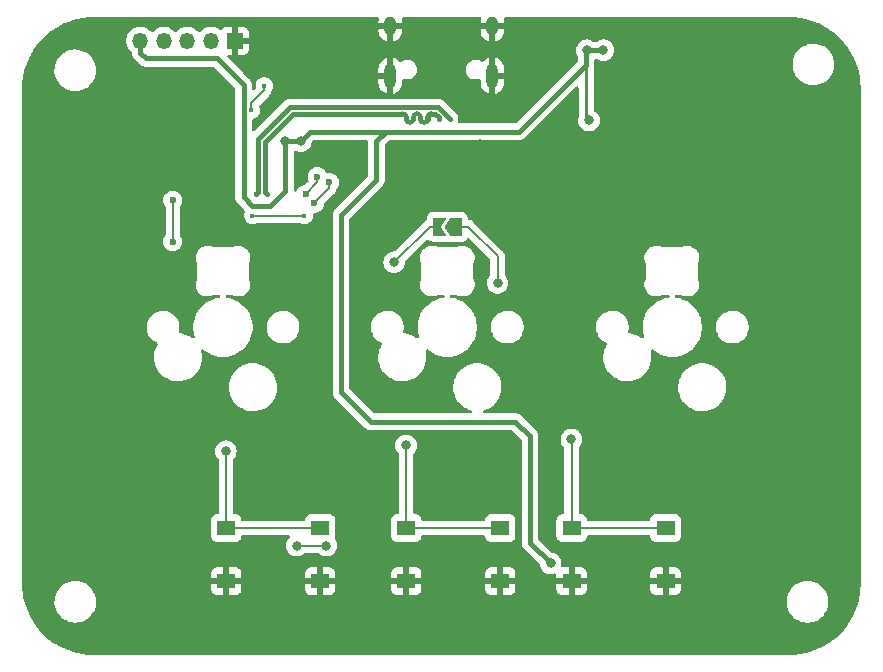
<source format=gbr>
%TF.GenerationSoftware,KiCad,Pcbnew,6.0.6+dfsg-1*%
%TF.CreationDate,2022-07-23T23:21:49-07:00*%
%TF.ProjectId,muon,6d756f6e-2e6b-4696-9361-645f70636258,rev?*%
%TF.SameCoordinates,Original*%
%TF.FileFunction,Copper,L2,Bot*%
%TF.FilePolarity,Positive*%
%FSLAX45Y45*%
G04 Gerber Fmt 4.5, Leading zero omitted, Abs format (unit mm)*
G04 Created by KiCad (PCBNEW 6.0.6+dfsg-1) date 2022-07-23 23:21:49*
%MOMM*%
%LPD*%
G01*
G04 APERTURE LIST*
G04 Aperture macros list*
%AMFreePoly0*
4,1,6,0.500000,-0.750000,-0.650000,-0.750000,-0.150000,0.000000,-0.650000,0.750000,0.500000,0.750000,0.500000,-0.750000,0.500000,-0.750000,$1*%
%AMFreePoly1*
4,1,6,1.000000,0.000000,0.500000,-0.750000,-0.500000,-0.750000,-0.500000,0.750000,0.500000,0.750000,1.000000,0.000000,1.000000,0.000000,$1*%
G04 Aperture macros list end*
%TA.AperFunction,ComponentPad*%
%ADD10O,1.000000X1.600000*%
%TD*%
%TA.AperFunction,ComponentPad*%
%ADD11O,1.000000X2.100000*%
%TD*%
%TA.AperFunction,ComponentPad*%
%ADD12R,1.350000X1.350000*%
%TD*%
%TA.AperFunction,ComponentPad*%
%ADD13O,1.350000X1.350000*%
%TD*%
%TA.AperFunction,SMDPad,CuDef*%
%ADD14R,1.550000X1.300000*%
%TD*%
%TA.AperFunction,SMDPad,CuDef*%
%ADD15FreePoly0,180.000000*%
%TD*%
%TA.AperFunction,SMDPad,CuDef*%
%ADD16FreePoly1,180.000000*%
%TD*%
%TA.AperFunction,ViaPad*%
%ADD17C,0.800000*%
%TD*%
%TA.AperFunction,ViaPad*%
%ADD18C,0.450000*%
%TD*%
%TA.AperFunction,ViaPad*%
%ADD19C,0.600000*%
%TD*%
%TA.AperFunction,Conductor*%
%ADD20C,0.400000*%
%TD*%
%TA.AperFunction,Conductor*%
%ADD21C,0.200000*%
%TD*%
%TA.AperFunction,Conductor*%
%ADD22C,0.250000*%
%TD*%
G04 APERTURE END LIST*
D10*
%TO.P,J2,S1,SHIELD*%
%TO.N,GND*%
X15782000Y-5629000D03*
X14918000Y-5629000D03*
D11*
X15782000Y-6047000D03*
X14918000Y-6047000D03*
%TD*%
D12*
%TO.P,J1,1,Pin_1*%
%TO.N,GND*%
X13600000Y-5750000D03*
D13*
%TO.P,J1,2,Pin_2*%
%TO.N,/SWCLK*%
X13400000Y-5750000D03*
%TO.P,J1,3,Pin_3*%
%TO.N,/SWD*%
X13200000Y-5750000D03*
%TO.P,J1,4,Pin_4*%
%TO.N,/~{RESET}*%
X13000000Y-5750000D03*
%TO.P,J1,5,Pin_5*%
%TO.N,+3V3*%
X12800000Y-5750000D03*
%TD*%
D14*
%TO.P,SW6,1,1*%
%TO.N,/FN3*%
X16452500Y-9875000D03*
X17247500Y-9875000D03*
%TO.P,SW6,2,2*%
%TO.N,GND*%
X16452500Y-10325000D03*
X17247500Y-10325000D03*
%TD*%
%TO.P,SW4,1,1*%
%TO.N,/FN1*%
X14322500Y-9875000D03*
X13527500Y-9875000D03*
%TO.P,SW4,2,2*%
%TO.N,GND*%
X14322500Y-10325000D03*
X13527500Y-10325000D03*
%TD*%
%TO.P,SW5,1,1*%
%TO.N,/FN2*%
X15052500Y-9875000D03*
X15847500Y-9875000D03*
%TO.P,SW5,2,2*%
%TO.N,GND*%
X15847500Y-10325000D03*
X15052500Y-10325000D03*
%TD*%
D15*
%TO.P,JP1,1,A*%
%TO.N,Net-(JP1-Pad1)*%
X15327500Y-7325000D03*
D16*
%TO.P,JP1,2,B*%
%TO.N,Net-(JP1-Pad2)*%
X15472500Y-7325000D03*
%TD*%
D17*
%TO.N,GND*%
X15325000Y-7050000D03*
%TO.N,/FN3*%
X16450000Y-9125000D03*
%TO.N,/FN2*%
X15050000Y-9175000D03*
%TO.N,/FN1*%
X13525000Y-9225000D03*
%TO.N,+3V3*%
X14160000Y-6600000D03*
X16600000Y-6425000D03*
X16581250Y-5830000D03*
X16275000Y-10175000D03*
X14030000Y-6600000D03*
X16721250Y-5830000D03*
%TO.N,GND*%
X13200000Y-6300000D03*
X13100000Y-6575000D03*
X16125000Y-7675000D03*
X14250000Y-7675000D03*
D18*
X14520000Y-5950000D03*
D17*
X16875000Y-7775000D03*
X14950000Y-7775000D03*
X15675000Y-6625000D03*
D19*
X16165000Y-6790000D03*
D18*
X14389951Y-5661251D03*
D17*
X13850000Y-6380000D03*
X13075000Y-7775000D03*
X13940000Y-6260000D03*
X15500000Y-7050000D03*
X16341250Y-5920000D03*
D18*
%TO.N,/D+*%
X13870000Y-7050000D03*
X15330000Y-6410000D03*
%TO.N,/D-*%
X13780000Y-7050000D03*
X15420000Y-6410000D03*
D17*
%TO.N,Net-(JP1-Pad1)*%
X14950000Y-7625000D03*
D19*
%TO.N,/QSPI_3*%
X14300000Y-6900000D03*
X14200000Y-7050000D03*
%TO.N,/QSPI_CLK*%
X14275000Y-7125000D03*
X14400000Y-6950000D03*
D18*
%TO.N,+1V1*%
X13850000Y-6130000D03*
X13740000Y-6340000D03*
X14190000Y-7230000D03*
X13750000Y-7230000D03*
D19*
%TO.N,/KEYGLOW*%
X13075000Y-7450000D03*
X13075000Y-7100000D03*
D17*
%TO.N,/D_MOSI*%
X14375000Y-10025000D03*
X14125000Y-10025000D03*
%TO.N,Net-(JP1-Pad2)*%
X15825000Y-7800000D03*
%TD*%
D20*
%TO.N,+3V3*%
X16275000Y-10175000D02*
X16100000Y-10000000D01*
X14750000Y-8975000D02*
X14500000Y-8725000D01*
X16100000Y-10000000D02*
X16100000Y-9100000D01*
X16100000Y-9100000D02*
X15975000Y-8975000D01*
X15975000Y-8975000D02*
X14750000Y-8975000D01*
X14500000Y-8725000D02*
X14500000Y-7225000D01*
X14500000Y-7225000D02*
X14800000Y-6925000D01*
X14800000Y-6925000D02*
X14800000Y-6600000D01*
X14800000Y-6600000D02*
X14880000Y-6520000D01*
D21*
%TO.N,/D_MOSI*%
X14125000Y-10025000D02*
X14375000Y-10025000D01*
D20*
%TO.N,+3V3*%
X14030000Y-6600000D02*
X14030000Y-7020000D01*
X14030000Y-7020000D02*
X13900000Y-7150000D01*
X13900000Y-7150000D02*
X13750000Y-7150000D01*
X13750000Y-7150000D02*
X13675000Y-7075000D01*
X13675000Y-7075000D02*
X13675000Y-6125000D01*
X13675000Y-6125000D02*
X13450000Y-5900000D01*
X13450000Y-5900000D02*
X12850000Y-5900000D01*
X12850000Y-5900000D02*
X12800000Y-5850000D01*
X12800000Y-5850000D02*
X12800000Y-5750000D01*
X16575000Y-5955000D02*
X16010000Y-6520000D01*
X16010000Y-6520000D02*
X14880000Y-6520000D01*
D21*
%TO.N,/FN1*%
X13527500Y-9875000D02*
X13527500Y-9227500D01*
X13527500Y-9227500D02*
X13525000Y-9225000D01*
%TO.N,/FN2*%
X15050000Y-9175000D02*
X15052500Y-9177500D01*
X15052500Y-9177500D02*
X15052500Y-9875000D01*
%TO.N,/FN3*%
X16452500Y-9875000D02*
X16452500Y-9127500D01*
X16452500Y-9127500D02*
X16450000Y-9125000D01*
%TO.N,Net-(JP1-Pad2)*%
X15825000Y-7800000D02*
X15825000Y-7575000D01*
X15825000Y-7575000D02*
X15575000Y-7325000D01*
X15575000Y-7325000D02*
X15472500Y-7325000D01*
%TO.N,Net-(JP1-Pad1)*%
X15327500Y-7325000D02*
X15250000Y-7325000D01*
X15250000Y-7325000D02*
X14950000Y-7625000D01*
D20*
%TO.N,+3V3*%
X14880000Y-6520000D02*
X14240000Y-6520000D01*
X16575000Y-5825000D02*
X16580000Y-5830000D01*
X14240000Y-6520000D02*
X14160000Y-6600000D01*
D22*
X16575000Y-6400000D02*
X16575000Y-5955000D01*
D20*
X16580000Y-5830000D02*
X16721250Y-5830000D01*
D22*
X16600000Y-6425000D02*
X16575000Y-6400000D01*
D20*
X14030000Y-6600000D02*
X14160000Y-6600000D01*
X16575000Y-5825000D02*
X16575000Y-5955000D01*
%TO.N,/D+*%
X15232500Y-6397500D02*
X15232500Y-6412440D01*
X15330000Y-6410000D02*
X15330000Y-6397782D01*
X15052500Y-6412440D02*
X15052500Y-6397500D01*
X13852500Y-6606391D02*
X13852500Y-7032500D01*
X13852500Y-7032500D02*
X13870000Y-7050000D01*
X15299718Y-6367500D02*
X15262500Y-6367500D01*
X15330000Y-6397782D02*
X15299718Y-6367500D01*
X15112500Y-6397500D02*
X15112500Y-6412440D01*
X15022500Y-6367500D02*
X14091391Y-6367500D01*
X14091391Y-6367500D02*
X13852500Y-6606391D01*
X15172500Y-6412440D02*
X15172500Y-6397500D01*
X15172500Y-6412440D02*
G75*
G03*
X15202500Y-6442440I30000J0D01*
G01*
X15022500Y-6367500D02*
G75*
G02*
X15052500Y-6397500I0J-30000D01*
G01*
X15082500Y-6442440D02*
G75*
G03*
X15112500Y-6412440I0J30000D01*
G01*
X15202500Y-6442440D02*
G75*
G03*
X15232500Y-6412440I0J30000D01*
G01*
X15112500Y-6397500D02*
G75*
G02*
X15142500Y-6367500I30000J0D01*
G01*
X15232500Y-6397500D02*
G75*
G02*
X15262500Y-6367500I30000J0D01*
G01*
X15052500Y-6412440D02*
G75*
G03*
X15082500Y-6442440I30000J0D01*
G01*
X15142500Y-6367500D02*
G75*
G02*
X15172500Y-6397500I0J-30000D01*
G01*
%TO.N,/D-*%
X14068609Y-6312500D02*
X13797500Y-6583609D01*
X13797500Y-6583609D02*
X13797500Y-7032500D01*
X15322500Y-6312500D02*
X14068609Y-6312500D01*
X15420000Y-6410000D02*
X15322500Y-6312500D01*
X13797500Y-7032500D02*
X13780000Y-7050000D01*
D21*
%TO.N,/QSPI_3*%
X14200000Y-7050000D02*
X14300000Y-6950000D01*
X14300000Y-6950000D02*
X14300000Y-6900000D01*
%TO.N,/QSPI_CLK*%
X14275000Y-7125000D02*
X14400000Y-7000000D01*
X14400000Y-7000000D02*
X14400000Y-6950000D01*
%TO.N,+1V1*%
X14190000Y-7230000D02*
X13750000Y-7230000D01*
X13740000Y-6340000D02*
X13740000Y-6280000D01*
X13850000Y-6170000D02*
X13850000Y-6130000D01*
X13740000Y-6280000D02*
X13850000Y-6170000D01*
%TO.N,/KEYGLOW*%
X13075000Y-7100000D02*
X13075000Y-7450000D01*
%TO.N,/FN1*%
X13527500Y-9875000D02*
X14322500Y-9875000D01*
%TO.N,/FN2*%
X15052500Y-9875000D02*
X15847500Y-9875000D01*
%TO.N,/FN3*%
X16452500Y-9875000D02*
X17247500Y-9875000D01*
%TD*%
%TA.AperFunction,Conductor*%
%TO.N,GND*%
G36*
X14817116Y-5552850D02*
G01*
X14821765Y-5558216D01*
X14822776Y-5565243D01*
X14822314Y-5567260D01*
X14819112Y-5577354D01*
X14818857Y-5578553D01*
X14817239Y-5592976D01*
X14817200Y-5593678D01*
X14817200Y-5601788D01*
X14817647Y-5603312D01*
X14817786Y-5603433D01*
X14818555Y-5603600D01*
X15016988Y-5603600D01*
X15018512Y-5603152D01*
X15018633Y-5603013D01*
X15018800Y-5602245D01*
X15018800Y-5594334D01*
X15018770Y-5593719D01*
X15017419Y-5579940D01*
X15017181Y-5578737D01*
X15013665Y-5567092D01*
X15013611Y-5559992D01*
X15017403Y-5553991D01*
X15023839Y-5550992D01*
X15025727Y-5550850D01*
X15674304Y-5550850D01*
X15681116Y-5552850D01*
X15685765Y-5558216D01*
X15686776Y-5565243D01*
X15686314Y-5567260D01*
X15683112Y-5577354D01*
X15682857Y-5578553D01*
X15681239Y-5592976D01*
X15681200Y-5593678D01*
X15681200Y-5601788D01*
X15681647Y-5603312D01*
X15681786Y-5603433D01*
X15682555Y-5603600D01*
X15880988Y-5603600D01*
X15882512Y-5603152D01*
X15882633Y-5603013D01*
X15882800Y-5602245D01*
X15882800Y-5594334D01*
X15882770Y-5593719D01*
X15881419Y-5579940D01*
X15881181Y-5578737D01*
X15877665Y-5567092D01*
X15877611Y-5559992D01*
X15881403Y-5553991D01*
X15887839Y-5550992D01*
X15889727Y-5550850D01*
X18295063Y-5550850D01*
X18297002Y-5551000D01*
X18298485Y-5551231D01*
X18298486Y-5551231D01*
X18299372Y-5551369D01*
X18300263Y-5551253D01*
X18300263Y-5551253D01*
X18301510Y-5551090D01*
X18303639Y-5550993D01*
X18346514Y-5552678D01*
X18347500Y-5552755D01*
X18375644Y-5556086D01*
X18393237Y-5558169D01*
X18394212Y-5558323D01*
X18429003Y-5565243D01*
X18439384Y-5567308D01*
X18440346Y-5567539D01*
X18484671Y-5580040D01*
X18485611Y-5580346D01*
X18528821Y-5596286D01*
X18529734Y-5596665D01*
X18544778Y-5603600D01*
X18571559Y-5615946D01*
X18572441Y-5616396D01*
X18612623Y-5638898D01*
X18613466Y-5639415D01*
X18651760Y-5665003D01*
X18652559Y-5665583D01*
X18668120Y-5677850D01*
X18688728Y-5694096D01*
X18689480Y-5694739D01*
X18703183Y-5707405D01*
X18723301Y-5726002D01*
X18723998Y-5726699D01*
X18741180Y-5745286D01*
X18755261Y-5760520D01*
X18755904Y-5761272D01*
X18761221Y-5768016D01*
X18781289Y-5793473D01*
X18784416Y-5797440D01*
X18784997Y-5798240D01*
X18804342Y-5827191D01*
X18810585Y-5836534D01*
X18811102Y-5837377D01*
X18821639Y-5856193D01*
X18828248Y-5867995D01*
X18833604Y-5877559D01*
X18834054Y-5878440D01*
X18852240Y-5917891D01*
X18853335Y-5920265D01*
X18853714Y-5921179D01*
X18869654Y-5964389D01*
X18869960Y-5965329D01*
X18874265Y-5980595D01*
X18881827Y-6007405D01*
X18882461Y-6009654D01*
X18882692Y-6010616D01*
X18883544Y-6014902D01*
X18891677Y-6055788D01*
X18891832Y-6056763D01*
X18892891Y-6065715D01*
X18897245Y-6102500D01*
X18897322Y-6103486D01*
X18898978Y-6145613D01*
X18898837Y-6148046D01*
X18898789Y-6148357D01*
X18898631Y-6149372D01*
X18898747Y-6150263D01*
X18898747Y-6150263D01*
X18899044Y-6152528D01*
X18899150Y-6154162D01*
X18899150Y-10345063D01*
X18899000Y-10347002D01*
X18898631Y-10349372D01*
X18898747Y-10350263D01*
X18898747Y-10350263D01*
X18898910Y-10351510D01*
X18899007Y-10353639D01*
X18897322Y-10396514D01*
X18897245Y-10397500D01*
X18895752Y-10410115D01*
X18892120Y-10440800D01*
X18891832Y-10443236D01*
X18891677Y-10444212D01*
X18888677Y-10459296D01*
X18882692Y-10489384D01*
X18882461Y-10490346D01*
X18869960Y-10534671D01*
X18869654Y-10535611D01*
X18853714Y-10578821D01*
X18853335Y-10579734D01*
X18834054Y-10621559D01*
X18833604Y-10622441D01*
X18811102Y-10662623D01*
X18810585Y-10663466D01*
X18784998Y-10701760D01*
X18784416Y-10702560D01*
X18755904Y-10738728D01*
X18755261Y-10739480D01*
X18741180Y-10754714D01*
X18723998Y-10773301D01*
X18723301Y-10773998D01*
X18704714Y-10791180D01*
X18689480Y-10805261D01*
X18688728Y-10805904D01*
X18668120Y-10822150D01*
X18652559Y-10834417D01*
X18651760Y-10834997D01*
X18635456Y-10845892D01*
X18613466Y-10860585D01*
X18612623Y-10861102D01*
X18572441Y-10883604D01*
X18571559Y-10884054D01*
X18529735Y-10903335D01*
X18528821Y-10903714D01*
X18485611Y-10919654D01*
X18484671Y-10919960D01*
X18440346Y-10932461D01*
X18439384Y-10932692D01*
X18430101Y-10934538D01*
X18394212Y-10941677D01*
X18393237Y-10941832D01*
X18375644Y-10943914D01*
X18347500Y-10947245D01*
X18346514Y-10947322D01*
X18304387Y-10948978D01*
X18301954Y-10948837D01*
X18301515Y-10948769D01*
X18301515Y-10948769D01*
X18300628Y-10948631D01*
X18299737Y-10948747D01*
X18299737Y-10948747D01*
X18298232Y-10948944D01*
X18297471Y-10949044D01*
X18295838Y-10949150D01*
X12404937Y-10949150D01*
X12402998Y-10949000D01*
X12401515Y-10948769D01*
X12401514Y-10948769D01*
X12400628Y-10948631D01*
X12399737Y-10948747D01*
X12399737Y-10948747D01*
X12398490Y-10948910D01*
X12396361Y-10949007D01*
X12353486Y-10947322D01*
X12352500Y-10947245D01*
X12324356Y-10943914D01*
X12306763Y-10941832D01*
X12305788Y-10941677D01*
X12269899Y-10934538D01*
X12260616Y-10932692D01*
X12259654Y-10932461D01*
X12215329Y-10919960D01*
X12214389Y-10919654D01*
X12171179Y-10903714D01*
X12170265Y-10903335D01*
X12128441Y-10884054D01*
X12127559Y-10883604D01*
X12087377Y-10861102D01*
X12086534Y-10860585D01*
X12064544Y-10845892D01*
X12048240Y-10834997D01*
X12047441Y-10834417D01*
X12031880Y-10822150D01*
X12011272Y-10805904D01*
X12010520Y-10805261D01*
X11995286Y-10791180D01*
X11976699Y-10773998D01*
X11976002Y-10773301D01*
X11958820Y-10754714D01*
X11944739Y-10739480D01*
X11944096Y-10738728D01*
X11915584Y-10702560D01*
X11915002Y-10701760D01*
X11889415Y-10663466D01*
X11888898Y-10662623D01*
X11866396Y-10622441D01*
X11865946Y-10621559D01*
X11846665Y-10579734D01*
X11846286Y-10578821D01*
X11830346Y-10535611D01*
X11830040Y-10534671D01*
X11823298Y-10510766D01*
X12073986Y-10510766D01*
X12077510Y-10536664D01*
X12077641Y-10537112D01*
X12077641Y-10537113D01*
X12079610Y-10543866D01*
X12084824Y-10561757D01*
X12095767Y-10585493D01*
X12096023Y-10585884D01*
X12109841Y-10606960D01*
X12109841Y-10606960D01*
X12110098Y-10607351D01*
X12127502Y-10626851D01*
X12147597Y-10643564D01*
X12147997Y-10643807D01*
X12169542Y-10656880D01*
X12169543Y-10656881D01*
X12169942Y-10657123D01*
X12194045Y-10667230D01*
X12219378Y-10673664D01*
X12219843Y-10673711D01*
X12219844Y-10673711D01*
X12239131Y-10675653D01*
X12241087Y-10675850D01*
X12256635Y-10675850D01*
X12256868Y-10675833D01*
X12256868Y-10675833D01*
X12275600Y-10674441D01*
X12275600Y-10674441D01*
X12276065Y-10674406D01*
X12276520Y-10674303D01*
X12276521Y-10674303D01*
X12295160Y-10670085D01*
X12301558Y-10668638D01*
X12305177Y-10667230D01*
X12325482Y-10659334D01*
X12325483Y-10659334D01*
X12325918Y-10659165D01*
X12348610Y-10646195D01*
X12369136Y-10630014D01*
X12387044Y-10610976D01*
X12401942Y-10589501D01*
X12404128Y-10585068D01*
X12413296Y-10566478D01*
X12413296Y-10566478D01*
X12413502Y-10566059D01*
X12421471Y-10541167D01*
X12425672Y-10515369D01*
X12425732Y-10510766D01*
X18273986Y-10510766D01*
X18277510Y-10536664D01*
X18277641Y-10537112D01*
X18277641Y-10537113D01*
X18279610Y-10543866D01*
X18284824Y-10561757D01*
X18295767Y-10585493D01*
X18296023Y-10585884D01*
X18309841Y-10606960D01*
X18309841Y-10606960D01*
X18310098Y-10607351D01*
X18327502Y-10626851D01*
X18347597Y-10643564D01*
X18347997Y-10643807D01*
X18369542Y-10656880D01*
X18369543Y-10656881D01*
X18369942Y-10657123D01*
X18394046Y-10667230D01*
X18419378Y-10673664D01*
X18419843Y-10673711D01*
X18419844Y-10673711D01*
X18439131Y-10675653D01*
X18441087Y-10675850D01*
X18456635Y-10675850D01*
X18456868Y-10675833D01*
X18456869Y-10675833D01*
X18475600Y-10674441D01*
X18475600Y-10674441D01*
X18476065Y-10674406D01*
X18476520Y-10674303D01*
X18476521Y-10674303D01*
X18495160Y-10670085D01*
X18501558Y-10668638D01*
X18505177Y-10667230D01*
X18525482Y-10659334D01*
X18525483Y-10659334D01*
X18525918Y-10659165D01*
X18548610Y-10646195D01*
X18569136Y-10630014D01*
X18587044Y-10610976D01*
X18601942Y-10589501D01*
X18604128Y-10585068D01*
X18613296Y-10566478D01*
X18613296Y-10566478D01*
X18613503Y-10566059D01*
X18621471Y-10541167D01*
X18625672Y-10515369D01*
X18625885Y-10499071D01*
X18626008Y-10489702D01*
X18626008Y-10489702D01*
X18626014Y-10489235D01*
X18622490Y-10463336D01*
X18621047Y-10458388D01*
X18616916Y-10444214D01*
X18615176Y-10438243D01*
X18613440Y-10434479D01*
X18604429Y-10414932D01*
X18604233Y-10414507D01*
X18595876Y-10401761D01*
X18590159Y-10393040D01*
X18590159Y-10393040D01*
X18589902Y-10392649D01*
X18572498Y-10373149D01*
X18552403Y-10356436D01*
X18545441Y-10352212D01*
X18530458Y-10343120D01*
X18530457Y-10343119D01*
X18530058Y-10342877D01*
X18505955Y-10332770D01*
X18480622Y-10326336D01*
X18480157Y-10326289D01*
X18480156Y-10326289D01*
X18459227Y-10324182D01*
X18458913Y-10324150D01*
X18443365Y-10324150D01*
X18443132Y-10324167D01*
X18443132Y-10324167D01*
X18424400Y-10325559D01*
X18424400Y-10325559D01*
X18423935Y-10325594D01*
X18423480Y-10325697D01*
X18423479Y-10325697D01*
X18404840Y-10329915D01*
X18398442Y-10331362D01*
X18398007Y-10331532D01*
X18398007Y-10331532D01*
X18374518Y-10340666D01*
X18374517Y-10340666D01*
X18374082Y-10340835D01*
X18351390Y-10353805D01*
X18330864Y-10369986D01*
X18312956Y-10389024D01*
X18298058Y-10410499D01*
X18297851Y-10410918D01*
X18297851Y-10410918D01*
X18295658Y-10415365D01*
X18286498Y-10433941D01*
X18286355Y-10434385D01*
X18286355Y-10434385D01*
X18284314Y-10440763D01*
X18278529Y-10458834D01*
X18274328Y-10484631D01*
X18273986Y-10510766D01*
X12425732Y-10510766D01*
X12425885Y-10499071D01*
X12426008Y-10489702D01*
X12426008Y-10489702D01*
X12426014Y-10489235D01*
X12422490Y-10463336D01*
X12421047Y-10458388D01*
X12416916Y-10444214D01*
X12415176Y-10438243D01*
X12413440Y-10434479D01*
X12404429Y-10414932D01*
X12404233Y-10414507D01*
X12395876Y-10401761D01*
X12391094Y-10394467D01*
X13399200Y-10394467D01*
X13399237Y-10395149D01*
X13399789Y-10400235D01*
X13400152Y-10401760D01*
X13404668Y-10413805D01*
X13405521Y-10415365D01*
X13413171Y-10425572D01*
X13414428Y-10426829D01*
X13424635Y-10434479D01*
X13426195Y-10435332D01*
X13438239Y-10439848D01*
X13439765Y-10440211D01*
X13444851Y-10440763D01*
X13445533Y-10440800D01*
X13500288Y-10440800D01*
X13501812Y-10440353D01*
X13501933Y-10440214D01*
X13502100Y-10439445D01*
X13502100Y-10438988D01*
X13552900Y-10438988D01*
X13553347Y-10440512D01*
X13553486Y-10440633D01*
X13554255Y-10440800D01*
X13609467Y-10440800D01*
X13610149Y-10440763D01*
X13615235Y-10440211D01*
X13616760Y-10439848D01*
X13628805Y-10435332D01*
X13630365Y-10434479D01*
X13640572Y-10426829D01*
X13641828Y-10425572D01*
X13649479Y-10415365D01*
X13650332Y-10413805D01*
X13654848Y-10401761D01*
X13655210Y-10400235D01*
X13655763Y-10395149D01*
X13655800Y-10394467D01*
X13655800Y-10394467D01*
X14194200Y-10394467D01*
X14194237Y-10395149D01*
X14194789Y-10400235D01*
X14195152Y-10401760D01*
X14199668Y-10413805D01*
X14200521Y-10415365D01*
X14208171Y-10425572D01*
X14209428Y-10426829D01*
X14219635Y-10434479D01*
X14221195Y-10435332D01*
X14233239Y-10439848D01*
X14234765Y-10440211D01*
X14239851Y-10440763D01*
X14240533Y-10440800D01*
X14295288Y-10440800D01*
X14296812Y-10440353D01*
X14296933Y-10440214D01*
X14297100Y-10439445D01*
X14297100Y-10438988D01*
X14347900Y-10438988D01*
X14348347Y-10440512D01*
X14348486Y-10440633D01*
X14349255Y-10440800D01*
X14404467Y-10440800D01*
X14405149Y-10440763D01*
X14410235Y-10440211D01*
X14411760Y-10439848D01*
X14423805Y-10435332D01*
X14425365Y-10434479D01*
X14435572Y-10426829D01*
X14436828Y-10425572D01*
X14444479Y-10415365D01*
X14445332Y-10413805D01*
X14449848Y-10401761D01*
X14450210Y-10400235D01*
X14450763Y-10395149D01*
X14450800Y-10394467D01*
X14450800Y-10394467D01*
X14924200Y-10394467D01*
X14924237Y-10395149D01*
X14924789Y-10400235D01*
X14925152Y-10401760D01*
X14929668Y-10413805D01*
X14930521Y-10415365D01*
X14938171Y-10425572D01*
X14939428Y-10426829D01*
X14949635Y-10434479D01*
X14951195Y-10435332D01*
X14963239Y-10439848D01*
X14964765Y-10440211D01*
X14969851Y-10440763D01*
X14970533Y-10440800D01*
X15025288Y-10440800D01*
X15026812Y-10440353D01*
X15026933Y-10440214D01*
X15027100Y-10439445D01*
X15027100Y-10438988D01*
X15077900Y-10438988D01*
X15078347Y-10440512D01*
X15078486Y-10440633D01*
X15079255Y-10440800D01*
X15134467Y-10440800D01*
X15135149Y-10440763D01*
X15140235Y-10440211D01*
X15141760Y-10439848D01*
X15153805Y-10435332D01*
X15155365Y-10434479D01*
X15165572Y-10426829D01*
X15166828Y-10425572D01*
X15174479Y-10415365D01*
X15175332Y-10413805D01*
X15179848Y-10401761D01*
X15180210Y-10400235D01*
X15180763Y-10395149D01*
X15180800Y-10394467D01*
X15180800Y-10394467D01*
X15719200Y-10394467D01*
X15719237Y-10395149D01*
X15719789Y-10400235D01*
X15720152Y-10401760D01*
X15724668Y-10413805D01*
X15725521Y-10415365D01*
X15733171Y-10425572D01*
X15734428Y-10426829D01*
X15744635Y-10434479D01*
X15746195Y-10435332D01*
X15758239Y-10439848D01*
X15759765Y-10440211D01*
X15764851Y-10440763D01*
X15765533Y-10440800D01*
X15820288Y-10440800D01*
X15821812Y-10440353D01*
X15821933Y-10440214D01*
X15822100Y-10439445D01*
X15822100Y-10438988D01*
X15872900Y-10438988D01*
X15873347Y-10440512D01*
X15873486Y-10440633D01*
X15874255Y-10440800D01*
X15929467Y-10440800D01*
X15930149Y-10440763D01*
X15935235Y-10440211D01*
X15936760Y-10439848D01*
X15948805Y-10435332D01*
X15950365Y-10434479D01*
X15960572Y-10426829D01*
X15961828Y-10425572D01*
X15969479Y-10415365D01*
X15970332Y-10413805D01*
X15974848Y-10401761D01*
X15975210Y-10400235D01*
X15975763Y-10395149D01*
X15975800Y-10394467D01*
X15975800Y-10394467D01*
X16324200Y-10394467D01*
X16324237Y-10395149D01*
X16324789Y-10400235D01*
X16325152Y-10401760D01*
X16329668Y-10413805D01*
X16330521Y-10415365D01*
X16338171Y-10425572D01*
X16339428Y-10426829D01*
X16349635Y-10434479D01*
X16351195Y-10435332D01*
X16363239Y-10439848D01*
X16364765Y-10440211D01*
X16369851Y-10440763D01*
X16370533Y-10440800D01*
X16425288Y-10440800D01*
X16426812Y-10440353D01*
X16426933Y-10440214D01*
X16427100Y-10439445D01*
X16427100Y-10438988D01*
X16477900Y-10438988D01*
X16478347Y-10440512D01*
X16478486Y-10440633D01*
X16479255Y-10440800D01*
X16534467Y-10440800D01*
X16535149Y-10440763D01*
X16540235Y-10440211D01*
X16541760Y-10439848D01*
X16553805Y-10435332D01*
X16555365Y-10434479D01*
X16565572Y-10426829D01*
X16566828Y-10425572D01*
X16574479Y-10415365D01*
X16575332Y-10413805D01*
X16579848Y-10401761D01*
X16580210Y-10400235D01*
X16580763Y-10395149D01*
X16580800Y-10394467D01*
X16580800Y-10394467D01*
X17119200Y-10394467D01*
X17119237Y-10395149D01*
X17119790Y-10400235D01*
X17120152Y-10401760D01*
X17124668Y-10413805D01*
X17125521Y-10415365D01*
X17133172Y-10425572D01*
X17134428Y-10426829D01*
X17144635Y-10434479D01*
X17146195Y-10435332D01*
X17158239Y-10439848D01*
X17159765Y-10440211D01*
X17164851Y-10440763D01*
X17165533Y-10440800D01*
X17220289Y-10440800D01*
X17221812Y-10440353D01*
X17221933Y-10440214D01*
X17222100Y-10439445D01*
X17222100Y-10438988D01*
X17272900Y-10438988D01*
X17273348Y-10440512D01*
X17273487Y-10440633D01*
X17274255Y-10440800D01*
X17329467Y-10440800D01*
X17330149Y-10440763D01*
X17335235Y-10440211D01*
X17336760Y-10439848D01*
X17348805Y-10435332D01*
X17350365Y-10434479D01*
X17360572Y-10426829D01*
X17361829Y-10425572D01*
X17369479Y-10415365D01*
X17370332Y-10413805D01*
X17374848Y-10401761D01*
X17375211Y-10400235D01*
X17375763Y-10395149D01*
X17375800Y-10394467D01*
X17375800Y-10352212D01*
X17375353Y-10350688D01*
X17375214Y-10350567D01*
X17374445Y-10350400D01*
X17274712Y-10350400D01*
X17273188Y-10350848D01*
X17273067Y-10350987D01*
X17272900Y-10351755D01*
X17272900Y-10438988D01*
X17222100Y-10438988D01*
X17222100Y-10352212D01*
X17221653Y-10350688D01*
X17221514Y-10350567D01*
X17220745Y-10350400D01*
X17121012Y-10350400D01*
X17119488Y-10350848D01*
X17119367Y-10350987D01*
X17119200Y-10351755D01*
X17119200Y-10394467D01*
X16580800Y-10394467D01*
X16580800Y-10352212D01*
X16580352Y-10350688D01*
X16580213Y-10350567D01*
X16579445Y-10350400D01*
X16479711Y-10350400D01*
X16478188Y-10350848D01*
X16478067Y-10350987D01*
X16477900Y-10351755D01*
X16477900Y-10438988D01*
X16427100Y-10438988D01*
X16427100Y-10352212D01*
X16426652Y-10350688D01*
X16426513Y-10350567D01*
X16425745Y-10350400D01*
X16326012Y-10350400D01*
X16324488Y-10350848D01*
X16324367Y-10350987D01*
X16324200Y-10351755D01*
X16324200Y-10394467D01*
X15975800Y-10394467D01*
X15975800Y-10352212D01*
X15975352Y-10350688D01*
X15975213Y-10350567D01*
X15974445Y-10350400D01*
X15874711Y-10350400D01*
X15873188Y-10350848D01*
X15873067Y-10350987D01*
X15872900Y-10351755D01*
X15872900Y-10438988D01*
X15822100Y-10438988D01*
X15822100Y-10352212D01*
X15821652Y-10350688D01*
X15821513Y-10350567D01*
X15820745Y-10350400D01*
X15721012Y-10350400D01*
X15719488Y-10350848D01*
X15719367Y-10350987D01*
X15719200Y-10351755D01*
X15719200Y-10394467D01*
X15180800Y-10394467D01*
X15180800Y-10352212D01*
X15180352Y-10350688D01*
X15180213Y-10350567D01*
X15179445Y-10350400D01*
X15079711Y-10350400D01*
X15078188Y-10350848D01*
X15078067Y-10350987D01*
X15077900Y-10351755D01*
X15077900Y-10438988D01*
X15027100Y-10438988D01*
X15027100Y-10352212D01*
X15026652Y-10350688D01*
X15026513Y-10350567D01*
X15025745Y-10350400D01*
X14926012Y-10350400D01*
X14924488Y-10350848D01*
X14924367Y-10350987D01*
X14924200Y-10351755D01*
X14924200Y-10394467D01*
X14450800Y-10394467D01*
X14450800Y-10352212D01*
X14450352Y-10350688D01*
X14450213Y-10350567D01*
X14449445Y-10350400D01*
X14349711Y-10350400D01*
X14348188Y-10350848D01*
X14348067Y-10350987D01*
X14347900Y-10351755D01*
X14347900Y-10438988D01*
X14297100Y-10438988D01*
X14297100Y-10352212D01*
X14296652Y-10350688D01*
X14296513Y-10350567D01*
X14295745Y-10350400D01*
X14196012Y-10350400D01*
X14194488Y-10350848D01*
X14194367Y-10350987D01*
X14194200Y-10351755D01*
X14194200Y-10394467D01*
X13655800Y-10394467D01*
X13655800Y-10352212D01*
X13655352Y-10350688D01*
X13655213Y-10350567D01*
X13654445Y-10350400D01*
X13554711Y-10350400D01*
X13553188Y-10350848D01*
X13553067Y-10350987D01*
X13552900Y-10351755D01*
X13552900Y-10438988D01*
X13502100Y-10438988D01*
X13502100Y-10352212D01*
X13501652Y-10350688D01*
X13501513Y-10350567D01*
X13500745Y-10350400D01*
X13401012Y-10350400D01*
X13399488Y-10350848D01*
X13399367Y-10350987D01*
X13399200Y-10351755D01*
X13399200Y-10394467D01*
X12391094Y-10394467D01*
X12390159Y-10393040D01*
X12390159Y-10393040D01*
X12389902Y-10392649D01*
X12372498Y-10373149D01*
X12352403Y-10356436D01*
X12345441Y-10352212D01*
X12330458Y-10343120D01*
X12330457Y-10343119D01*
X12330058Y-10342877D01*
X12305954Y-10332770D01*
X12280622Y-10326336D01*
X12280157Y-10326289D01*
X12280156Y-10326289D01*
X12259227Y-10324182D01*
X12258913Y-10324150D01*
X12243365Y-10324150D01*
X12243132Y-10324167D01*
X12243131Y-10324167D01*
X12224400Y-10325559D01*
X12224400Y-10325559D01*
X12223935Y-10325594D01*
X12223480Y-10325697D01*
X12223479Y-10325697D01*
X12204840Y-10329915D01*
X12198442Y-10331362D01*
X12198007Y-10331532D01*
X12198007Y-10331532D01*
X12174518Y-10340666D01*
X12174517Y-10340666D01*
X12174082Y-10340835D01*
X12151390Y-10353805D01*
X12130864Y-10369986D01*
X12112956Y-10389024D01*
X12098058Y-10410499D01*
X12097851Y-10410918D01*
X12097851Y-10410918D01*
X12095658Y-10415365D01*
X12086497Y-10433941D01*
X12086355Y-10434385D01*
X12086355Y-10434385D01*
X12084314Y-10440763D01*
X12078529Y-10458834D01*
X12074328Y-10484631D01*
X12073986Y-10510766D01*
X11823298Y-10510766D01*
X11817539Y-10490346D01*
X11817308Y-10489384D01*
X11811323Y-10459296D01*
X11808323Y-10444212D01*
X11808168Y-10443236D01*
X11807880Y-10440800D01*
X11804248Y-10410115D01*
X11802755Y-10397500D01*
X11802678Y-10396514D01*
X11801373Y-10363313D01*
X11801037Y-10354764D01*
X11801202Y-10352180D01*
X11801358Y-10351255D01*
X11801373Y-10350000D01*
X11800977Y-10347238D01*
X11800850Y-10345451D01*
X11800850Y-10297789D01*
X13399200Y-10297789D01*
X13399647Y-10299312D01*
X13399786Y-10299433D01*
X13400555Y-10299600D01*
X13500288Y-10299600D01*
X13501812Y-10299153D01*
X13501933Y-10299014D01*
X13502100Y-10298245D01*
X13502100Y-10297789D01*
X13552900Y-10297789D01*
X13553347Y-10299312D01*
X13553486Y-10299433D01*
X13554255Y-10299600D01*
X13653988Y-10299600D01*
X13655512Y-10299153D01*
X13655633Y-10299014D01*
X13655800Y-10298245D01*
X13655800Y-10297789D01*
X14194200Y-10297789D01*
X14194647Y-10299312D01*
X14194786Y-10299433D01*
X14195555Y-10299600D01*
X14295288Y-10299600D01*
X14296812Y-10299153D01*
X14296933Y-10299014D01*
X14297100Y-10298245D01*
X14297100Y-10297789D01*
X14347900Y-10297789D01*
X14348347Y-10299312D01*
X14348486Y-10299433D01*
X14349255Y-10299600D01*
X14448988Y-10299600D01*
X14450512Y-10299153D01*
X14450633Y-10299014D01*
X14450800Y-10298245D01*
X14450800Y-10297789D01*
X14924200Y-10297789D01*
X14924647Y-10299312D01*
X14924786Y-10299433D01*
X14925555Y-10299600D01*
X15025288Y-10299600D01*
X15026812Y-10299153D01*
X15026933Y-10299014D01*
X15027100Y-10298245D01*
X15027100Y-10297789D01*
X15077900Y-10297789D01*
X15078347Y-10299312D01*
X15078486Y-10299433D01*
X15079255Y-10299600D01*
X15178988Y-10299600D01*
X15180512Y-10299153D01*
X15180633Y-10299014D01*
X15180800Y-10298245D01*
X15180800Y-10297789D01*
X15719200Y-10297789D01*
X15719647Y-10299312D01*
X15719786Y-10299433D01*
X15720555Y-10299600D01*
X15820288Y-10299600D01*
X15821812Y-10299153D01*
X15821933Y-10299014D01*
X15822100Y-10298245D01*
X15822100Y-10297789D01*
X15872900Y-10297789D01*
X15873347Y-10299312D01*
X15873486Y-10299433D01*
X15874255Y-10299600D01*
X15973988Y-10299600D01*
X15975512Y-10299153D01*
X15975633Y-10299014D01*
X15975800Y-10298245D01*
X15975800Y-10255533D01*
X15975763Y-10254851D01*
X15975210Y-10249765D01*
X15974848Y-10248240D01*
X15970332Y-10236195D01*
X15969479Y-10234635D01*
X15961828Y-10224428D01*
X15960572Y-10223172D01*
X15950365Y-10215521D01*
X15948805Y-10214668D01*
X15936761Y-10210152D01*
X15935235Y-10209790D01*
X15930149Y-10209237D01*
X15929467Y-10209200D01*
X15874711Y-10209200D01*
X15873188Y-10209648D01*
X15873067Y-10209787D01*
X15872900Y-10210555D01*
X15872900Y-10297789D01*
X15822100Y-10297789D01*
X15822100Y-10211012D01*
X15821652Y-10209488D01*
X15821513Y-10209367D01*
X15820745Y-10209200D01*
X15765533Y-10209200D01*
X15764851Y-10209237D01*
X15759765Y-10209790D01*
X15758240Y-10210152D01*
X15746195Y-10214668D01*
X15744635Y-10215521D01*
X15734428Y-10223172D01*
X15733171Y-10224428D01*
X15725521Y-10234635D01*
X15724668Y-10236195D01*
X15720152Y-10248239D01*
X15719789Y-10249765D01*
X15719237Y-10254851D01*
X15719200Y-10255533D01*
X15719200Y-10297789D01*
X15180800Y-10297789D01*
X15180800Y-10255533D01*
X15180763Y-10254851D01*
X15180210Y-10249765D01*
X15179848Y-10248240D01*
X15175332Y-10236195D01*
X15174479Y-10234635D01*
X15166828Y-10224428D01*
X15165572Y-10223172D01*
X15155365Y-10215521D01*
X15153805Y-10214668D01*
X15141761Y-10210152D01*
X15140235Y-10209790D01*
X15135149Y-10209237D01*
X15134467Y-10209200D01*
X15079711Y-10209200D01*
X15078188Y-10209648D01*
X15078067Y-10209787D01*
X15077900Y-10210555D01*
X15077900Y-10297789D01*
X15027100Y-10297789D01*
X15027100Y-10211012D01*
X15026652Y-10209488D01*
X15026513Y-10209367D01*
X15025745Y-10209200D01*
X14970533Y-10209200D01*
X14969851Y-10209237D01*
X14964765Y-10209790D01*
X14963240Y-10210152D01*
X14951195Y-10214668D01*
X14949635Y-10215521D01*
X14939428Y-10223172D01*
X14938171Y-10224428D01*
X14930521Y-10234635D01*
X14929668Y-10236195D01*
X14925152Y-10248239D01*
X14924789Y-10249765D01*
X14924237Y-10254851D01*
X14924200Y-10255533D01*
X14924200Y-10297789D01*
X14450800Y-10297789D01*
X14450800Y-10255533D01*
X14450763Y-10254851D01*
X14450210Y-10249765D01*
X14449848Y-10248240D01*
X14445332Y-10236195D01*
X14444479Y-10234635D01*
X14436828Y-10224428D01*
X14435572Y-10223172D01*
X14425365Y-10215521D01*
X14423805Y-10214668D01*
X14411761Y-10210152D01*
X14410235Y-10209790D01*
X14405149Y-10209237D01*
X14404467Y-10209200D01*
X14349711Y-10209200D01*
X14348188Y-10209648D01*
X14348067Y-10209787D01*
X14347900Y-10210555D01*
X14347900Y-10297789D01*
X14297100Y-10297789D01*
X14297100Y-10211012D01*
X14296652Y-10209488D01*
X14296513Y-10209367D01*
X14295745Y-10209200D01*
X14240533Y-10209200D01*
X14239851Y-10209237D01*
X14234765Y-10209790D01*
X14233240Y-10210152D01*
X14221195Y-10214668D01*
X14219635Y-10215521D01*
X14209428Y-10223172D01*
X14208171Y-10224428D01*
X14200521Y-10234635D01*
X14199668Y-10236195D01*
X14195152Y-10248239D01*
X14194789Y-10249765D01*
X14194237Y-10254851D01*
X14194200Y-10255533D01*
X14194200Y-10297789D01*
X13655800Y-10297789D01*
X13655800Y-10255533D01*
X13655763Y-10254851D01*
X13655210Y-10249765D01*
X13654848Y-10248240D01*
X13650332Y-10236195D01*
X13649479Y-10234635D01*
X13641828Y-10224428D01*
X13640572Y-10223172D01*
X13630365Y-10215521D01*
X13628805Y-10214668D01*
X13616761Y-10210152D01*
X13615235Y-10209790D01*
X13610149Y-10209237D01*
X13609467Y-10209200D01*
X13554711Y-10209200D01*
X13553188Y-10209648D01*
X13553067Y-10209787D01*
X13552900Y-10210555D01*
X13552900Y-10297789D01*
X13502100Y-10297789D01*
X13502100Y-10211012D01*
X13501652Y-10209488D01*
X13501513Y-10209367D01*
X13500745Y-10209200D01*
X13445533Y-10209200D01*
X13444851Y-10209237D01*
X13439765Y-10209790D01*
X13438240Y-10210152D01*
X13426195Y-10214668D01*
X13424635Y-10215521D01*
X13414428Y-10223172D01*
X13413171Y-10224428D01*
X13405521Y-10234635D01*
X13404668Y-10236195D01*
X13400152Y-10248239D01*
X13399789Y-10249765D01*
X13399237Y-10254851D01*
X13399200Y-10255533D01*
X13399200Y-10297789D01*
X11800850Y-10297789D01*
X11800850Y-9944813D01*
X13399150Y-9944813D01*
X13399825Y-9951032D01*
X13404938Y-9964671D01*
X13413674Y-9976326D01*
X13425329Y-9985062D01*
X13438968Y-9990175D01*
X13445187Y-9990850D01*
X13609813Y-9990850D01*
X13616032Y-9990175D01*
X13629670Y-9985062D01*
X13641326Y-9976326D01*
X13650061Y-9964671D01*
X13655174Y-9951032D01*
X13655603Y-9947089D01*
X13658327Y-9940533D01*
X13664163Y-9936490D01*
X13668129Y-9935850D01*
X14054769Y-9935850D01*
X14061581Y-9937850D01*
X14066231Y-9943216D01*
X14067241Y-9950243D01*
X14064292Y-9956701D01*
X14063918Y-9957082D01*
X14063875Y-9957113D01*
X14063735Y-9957269D01*
X14053971Y-9968112D01*
X14051096Y-9971306D01*
X14041547Y-9987844D01*
X14035646Y-10006007D01*
X14033650Y-10025000D01*
X14033719Y-10025657D01*
X14034660Y-10034612D01*
X14035646Y-10043993D01*
X14041547Y-10062156D01*
X14051096Y-10078694D01*
X14063875Y-10092887D01*
X14079325Y-10104112D01*
X14079928Y-10104380D01*
X14079928Y-10104380D01*
X14096168Y-10111611D01*
X14096771Y-10111879D01*
X14106111Y-10113865D01*
X14114806Y-10115713D01*
X14114806Y-10115713D01*
X14115451Y-10115850D01*
X14134549Y-10115850D01*
X14135194Y-10115713D01*
X14135194Y-10115713D01*
X14143889Y-10113865D01*
X14153229Y-10111879D01*
X14153832Y-10111611D01*
X14170072Y-10104380D01*
X14170072Y-10104380D01*
X14170675Y-10104112D01*
X14186125Y-10092887D01*
X14188707Y-10090019D01*
X14194752Y-10086295D01*
X14198071Y-10085850D01*
X14301929Y-10085850D01*
X14308741Y-10087850D01*
X14311293Y-10090019D01*
X14313875Y-10092887D01*
X14329325Y-10104112D01*
X14329928Y-10104380D01*
X14329928Y-10104380D01*
X14346168Y-10111611D01*
X14346771Y-10111879D01*
X14356111Y-10113865D01*
X14364806Y-10115713D01*
X14364806Y-10115713D01*
X14365451Y-10115850D01*
X14384549Y-10115850D01*
X14385194Y-10115713D01*
X14385194Y-10115713D01*
X14393889Y-10113865D01*
X14403229Y-10111879D01*
X14403832Y-10111611D01*
X14420072Y-10104380D01*
X14420072Y-10104380D01*
X14420675Y-10104112D01*
X14436125Y-10092887D01*
X14448904Y-10078694D01*
X14458453Y-10062156D01*
X14464354Y-10043993D01*
X14465340Y-10034612D01*
X14466281Y-10025657D01*
X14466350Y-10025000D01*
X14464354Y-10006007D01*
X14458453Y-9987844D01*
X14448904Y-9971306D01*
X14448648Y-9971022D01*
X14446297Y-9964432D01*
X14447079Y-9959290D01*
X14449897Y-9951772D01*
X14449897Y-9951771D01*
X14450174Y-9951032D01*
X14450850Y-9944813D01*
X14924150Y-9944813D01*
X14924825Y-9951032D01*
X14929938Y-9964671D01*
X14938674Y-9976326D01*
X14950329Y-9985062D01*
X14963968Y-9990175D01*
X14970187Y-9990850D01*
X15134813Y-9990850D01*
X15141032Y-9990175D01*
X15154670Y-9985062D01*
X15166326Y-9976326D01*
X15175061Y-9964671D01*
X15180174Y-9951032D01*
X15180603Y-9947089D01*
X15183327Y-9940533D01*
X15189163Y-9936490D01*
X15193129Y-9935850D01*
X15706871Y-9935850D01*
X15713683Y-9937850D01*
X15718332Y-9943216D01*
X15719397Y-9947089D01*
X15719825Y-9951032D01*
X15724938Y-9964671D01*
X15733674Y-9976326D01*
X15745329Y-9985062D01*
X15758968Y-9990175D01*
X15765187Y-9990850D01*
X15929813Y-9990850D01*
X15936032Y-9990175D01*
X15949670Y-9985062D01*
X15961326Y-9976326D01*
X15970061Y-9964671D01*
X15975174Y-9951032D01*
X15975850Y-9944813D01*
X15975850Y-9805187D01*
X15975174Y-9798968D01*
X15970061Y-9785330D01*
X15961326Y-9773674D01*
X15949670Y-9764939D01*
X15936032Y-9759826D01*
X15929813Y-9759150D01*
X15765187Y-9759150D01*
X15758968Y-9759826D01*
X15745329Y-9764939D01*
X15733674Y-9773674D01*
X15724938Y-9785330D01*
X15719825Y-9798968D01*
X15719740Y-9799754D01*
X15719397Y-9802911D01*
X15716673Y-9809467D01*
X15710837Y-9813510D01*
X15706871Y-9814150D01*
X15193129Y-9814150D01*
X15186317Y-9812150D01*
X15181668Y-9806784D01*
X15180603Y-9802911D01*
X15180260Y-9799754D01*
X15180174Y-9798968D01*
X15175061Y-9785330D01*
X15166326Y-9773674D01*
X15154670Y-9764939D01*
X15141032Y-9759826D01*
X15134813Y-9759150D01*
X15125950Y-9759150D01*
X15119138Y-9757150D01*
X15114489Y-9751784D01*
X15113350Y-9746550D01*
X15113350Y-9245252D01*
X15115350Y-9238440D01*
X15116586Y-9236822D01*
X15123904Y-9228694D01*
X15133453Y-9212156D01*
X15139354Y-9193993D01*
X15140108Y-9186821D01*
X15141281Y-9175657D01*
X15141350Y-9175000D01*
X15139354Y-9156007D01*
X15133453Y-9137844D01*
X15131399Y-9134287D01*
X15126416Y-9125657D01*
X15123904Y-9121306D01*
X15111125Y-9107113D01*
X15095675Y-9095888D01*
X15095072Y-9095620D01*
X15095072Y-9095620D01*
X15078832Y-9088389D01*
X15078832Y-9088389D01*
X15078229Y-9088121D01*
X15068889Y-9086135D01*
X15060194Y-9084287D01*
X15060194Y-9084287D01*
X15059549Y-9084150D01*
X15040451Y-9084150D01*
X15039806Y-9084287D01*
X15039806Y-9084287D01*
X15031111Y-9086135D01*
X15021771Y-9088121D01*
X15021168Y-9088389D01*
X15021168Y-9088389D01*
X15004928Y-9095620D01*
X15004928Y-9095620D01*
X15004325Y-9095888D01*
X14988875Y-9107113D01*
X14976096Y-9121306D01*
X14973584Y-9125657D01*
X14968601Y-9134287D01*
X14966547Y-9137844D01*
X14960646Y-9156007D01*
X14958650Y-9175000D01*
X14958719Y-9175657D01*
X14959892Y-9186821D01*
X14960646Y-9193993D01*
X14966547Y-9212156D01*
X14976096Y-9228694D01*
X14976537Y-9229185D01*
X14976538Y-9229185D01*
X14988414Y-9242375D01*
X14991485Y-9248775D01*
X14991650Y-9250806D01*
X14991650Y-9746550D01*
X14989650Y-9753362D01*
X14984284Y-9758011D01*
X14979050Y-9759150D01*
X14970187Y-9759150D01*
X14963968Y-9759826D01*
X14950329Y-9764939D01*
X14938674Y-9773674D01*
X14929938Y-9785330D01*
X14924825Y-9798968D01*
X14924150Y-9805187D01*
X14924150Y-9944813D01*
X14450850Y-9944813D01*
X14450850Y-9805187D01*
X14450174Y-9798968D01*
X14445061Y-9785330D01*
X14436326Y-9773674D01*
X14424670Y-9764939D01*
X14411032Y-9759826D01*
X14404813Y-9759150D01*
X14240187Y-9759150D01*
X14233968Y-9759826D01*
X14220329Y-9764939D01*
X14208674Y-9773674D01*
X14199938Y-9785330D01*
X14194825Y-9798968D01*
X14194740Y-9799754D01*
X14194397Y-9802911D01*
X14191673Y-9809467D01*
X14185837Y-9813510D01*
X14181871Y-9814150D01*
X13668129Y-9814150D01*
X13661317Y-9812150D01*
X13656668Y-9806784D01*
X13655603Y-9802911D01*
X13655260Y-9799754D01*
X13655174Y-9798968D01*
X13650061Y-9785330D01*
X13641326Y-9773674D01*
X13629670Y-9764939D01*
X13616032Y-9759826D01*
X13609813Y-9759150D01*
X13600950Y-9759150D01*
X13594138Y-9757150D01*
X13589489Y-9751784D01*
X13588350Y-9746550D01*
X13588350Y-9295252D01*
X13590350Y-9288440D01*
X13591586Y-9286822D01*
X13598904Y-9278694D01*
X13608453Y-9262156D01*
X13614354Y-9243993D01*
X13615108Y-9236821D01*
X13616281Y-9225657D01*
X13616350Y-9225000D01*
X13614354Y-9206007D01*
X13608453Y-9187844D01*
X13598904Y-9171306D01*
X13586125Y-9157113D01*
X13570675Y-9145888D01*
X13570072Y-9145620D01*
X13570072Y-9145620D01*
X13553832Y-9138389D01*
X13553832Y-9138389D01*
X13553229Y-9138121D01*
X13543889Y-9136135D01*
X13535194Y-9134287D01*
X13535194Y-9134287D01*
X13534549Y-9134150D01*
X13515451Y-9134150D01*
X13514806Y-9134287D01*
X13514806Y-9134287D01*
X13506111Y-9136135D01*
X13496771Y-9138121D01*
X13496168Y-9138389D01*
X13496168Y-9138389D01*
X13479928Y-9145620D01*
X13479928Y-9145620D01*
X13479325Y-9145888D01*
X13463875Y-9157113D01*
X13451096Y-9171306D01*
X13441547Y-9187844D01*
X13435646Y-9206007D01*
X13433650Y-9225000D01*
X13433719Y-9225657D01*
X13434892Y-9236821D01*
X13435646Y-9243993D01*
X13441547Y-9262156D01*
X13451096Y-9278694D01*
X13451537Y-9279185D01*
X13451538Y-9279185D01*
X13463414Y-9292375D01*
X13466485Y-9298775D01*
X13466650Y-9300806D01*
X13466650Y-9746550D01*
X13464650Y-9753362D01*
X13459284Y-9758011D01*
X13454050Y-9759150D01*
X13445187Y-9759150D01*
X13438968Y-9759826D01*
X13425329Y-9764939D01*
X13413674Y-9773674D01*
X13404938Y-9785330D01*
X13399825Y-9798968D01*
X13399150Y-9805187D01*
X13399150Y-9944813D01*
X11800850Y-9944813D01*
X11800850Y-8675886D01*
X13550278Y-8675886D01*
X13550293Y-8676325D01*
X13550293Y-8676325D01*
X13550968Y-8695653D01*
X13551270Y-8704308D01*
X13556208Y-8732315D01*
X13556344Y-8732732D01*
X13556344Y-8732733D01*
X13562435Y-8751480D01*
X13564997Y-8759362D01*
X13565189Y-8759758D01*
X13565190Y-8759758D01*
X13566250Y-8761933D01*
X13577464Y-8784923D01*
X13577709Y-8785287D01*
X13577709Y-8785288D01*
X13585345Y-8796608D01*
X13593367Y-8808501D01*
X13612396Y-8829635D01*
X13634182Y-8847915D01*
X13658300Y-8862986D01*
X13684280Y-8874553D01*
X13711618Y-8882392D01*
X13712053Y-8882453D01*
X13712054Y-8882453D01*
X13729077Y-8884846D01*
X13739780Y-8886350D01*
X13761102Y-8886350D01*
X13761320Y-8886335D01*
X13761321Y-8886335D01*
X13781931Y-8884894D01*
X13781932Y-8884893D01*
X13782370Y-8884863D01*
X13810188Y-8878950D01*
X13810601Y-8878800D01*
X13810601Y-8878800D01*
X13836497Y-8869374D01*
X13836498Y-8869374D01*
X13836912Y-8869223D01*
X13837301Y-8869016D01*
X13837301Y-8869016D01*
X13861633Y-8856079D01*
X13861634Y-8856078D01*
X13862022Y-8855872D01*
X13862378Y-8855613D01*
X13862379Y-8855613D01*
X13884674Y-8839415D01*
X13884674Y-8839414D01*
X13885030Y-8839156D01*
X13894596Y-8829918D01*
X13905171Y-8819706D01*
X13905171Y-8819705D01*
X13905487Y-8819400D01*
X13922996Y-8796990D01*
X13929963Y-8784923D01*
X13936996Y-8772743D01*
X13936996Y-8772742D01*
X13937216Y-8772361D01*
X13937381Y-8771952D01*
X13937381Y-8771952D01*
X13945530Y-8751782D01*
X13947870Y-8745992D01*
X13954750Y-8718398D01*
X13957140Y-8695653D01*
X13957676Y-8690551D01*
X13957676Y-8690551D01*
X13957722Y-8690114D01*
X13957241Y-8676325D01*
X13956745Y-8662132D01*
X13956745Y-8662131D01*
X13956730Y-8661692D01*
X13951791Y-8633685D01*
X13951656Y-8633268D01*
X13951656Y-8633267D01*
X13943139Y-8607057D01*
X13943003Y-8606638D01*
X13930536Y-8581077D01*
X13930291Y-8580713D01*
X13930290Y-8580712D01*
X13914879Y-8557864D01*
X13914633Y-8557500D01*
X13895604Y-8536365D01*
X13873818Y-8518085D01*
X13849700Y-8503014D01*
X13823720Y-8491447D01*
X13796382Y-8483608D01*
X13795947Y-8483547D01*
X13795946Y-8483547D01*
X13778583Y-8481107D01*
X13768220Y-8479650D01*
X13746898Y-8479650D01*
X13746680Y-8479665D01*
X13746679Y-8479665D01*
X13726068Y-8481107D01*
X13726068Y-8481107D01*
X13725630Y-8481137D01*
X13697812Y-8487050D01*
X13697399Y-8487200D01*
X13697399Y-8487201D01*
X13671503Y-8496626D01*
X13671502Y-8496626D01*
X13671088Y-8496777D01*
X13670699Y-8496984D01*
X13670698Y-8496984D01*
X13646367Y-8509921D01*
X13646366Y-8509922D01*
X13645978Y-8510128D01*
X13645622Y-8510387D01*
X13645621Y-8510387D01*
X13623326Y-8526586D01*
X13622970Y-8526844D01*
X13622653Y-8527150D01*
X13622653Y-8527150D01*
X13602829Y-8546294D01*
X13602829Y-8546295D01*
X13602512Y-8546600D01*
X13585003Y-8569010D01*
X13584783Y-8569392D01*
X13577809Y-8581472D01*
X13570784Y-8593640D01*
X13570619Y-8594048D01*
X13570619Y-8594049D01*
X13564678Y-8608753D01*
X13560130Y-8620008D01*
X13560024Y-8620435D01*
X13560024Y-8620435D01*
X13558070Y-8628271D01*
X13553250Y-8647602D01*
X13550278Y-8675886D01*
X11800850Y-8675886D01*
X11800850Y-8168459D01*
X12853304Y-8168459D01*
X12854185Y-8191922D01*
X12854294Y-8192443D01*
X12856779Y-8204287D01*
X12859006Y-8214900D01*
X12867630Y-8236738D01*
X12868061Y-8237447D01*
X12874971Y-8248835D01*
X12879810Y-8256810D01*
X12895198Y-8274543D01*
X12895612Y-8274882D01*
X12912942Y-8289092D01*
X12912942Y-8289092D01*
X12913354Y-8289430D01*
X12913818Y-8289694D01*
X12913818Y-8289694D01*
X12924941Y-8296025D01*
X12933759Y-8301045D01*
X12939727Y-8303212D01*
X12945448Y-8307416D01*
X12947988Y-8314046D01*
X12946340Y-8321355D01*
X12938339Y-8335214D01*
X12935784Y-8339639D01*
X12935619Y-8340048D01*
X12935619Y-8340048D01*
X12930532Y-8352638D01*
X12925130Y-8366008D01*
X12918250Y-8393602D01*
X12918204Y-8394039D01*
X12918204Y-8394040D01*
X12915323Y-8421449D01*
X12915278Y-8421886D01*
X12915293Y-8422325D01*
X12915293Y-8422325D01*
X12915774Y-8436114D01*
X12916270Y-8450308D01*
X12921208Y-8478315D01*
X12921344Y-8478732D01*
X12921344Y-8478733D01*
X12927158Y-8496626D01*
X12929997Y-8505362D01*
X12942464Y-8530923D01*
X12942709Y-8531287D01*
X12942709Y-8531288D01*
X12950345Y-8542608D01*
X12958367Y-8554501D01*
X12977396Y-8575635D01*
X12999182Y-8593915D01*
X13023300Y-8608986D01*
X13049280Y-8620553D01*
X13076618Y-8628392D01*
X13077053Y-8628453D01*
X13077054Y-8628453D01*
X13094077Y-8630846D01*
X13104780Y-8632350D01*
X13126102Y-8632350D01*
X13126320Y-8632335D01*
X13126321Y-8632335D01*
X13146931Y-8630894D01*
X13146932Y-8630893D01*
X13147370Y-8630863D01*
X13175188Y-8624950D01*
X13175601Y-8624800D01*
X13175601Y-8624800D01*
X13201497Y-8615374D01*
X13201498Y-8615374D01*
X13201912Y-8615223D01*
X13202301Y-8615016D01*
X13202301Y-8615016D01*
X13226633Y-8602079D01*
X13226634Y-8602078D01*
X13227022Y-8601872D01*
X13227378Y-8601613D01*
X13227379Y-8601613D01*
X13249674Y-8585415D01*
X13249674Y-8585414D01*
X13250030Y-8585156D01*
X13254254Y-8581077D01*
X13270171Y-8565706D01*
X13270171Y-8565705D01*
X13270487Y-8565400D01*
X13287996Y-8542990D01*
X13294963Y-8530923D01*
X13301996Y-8518743D01*
X13301996Y-8518742D01*
X13302216Y-8518361D01*
X13302381Y-8517952D01*
X13302381Y-8517952D01*
X13312705Y-8492400D01*
X13312870Y-8491992D01*
X13314125Y-8486959D01*
X13319643Y-8464825D01*
X13319750Y-8464398D01*
X13322722Y-8436114D01*
X13322364Y-8425850D01*
X13321745Y-8408132D01*
X13321745Y-8408131D01*
X13321730Y-8407692D01*
X13316791Y-8379685D01*
X13316558Y-8378965D01*
X13316555Y-8378862D01*
X13316549Y-8378840D01*
X13316554Y-8378839D01*
X13316355Y-8371868D01*
X13320021Y-8365789D01*
X13326393Y-8362656D01*
X13333446Y-8363466D01*
X13336573Y-8365363D01*
X13351956Y-8378090D01*
X13351957Y-8378091D01*
X13352262Y-8378343D01*
X13378913Y-8395256D01*
X13379271Y-8395425D01*
X13379272Y-8395425D01*
X13407114Y-8408527D01*
X13407115Y-8408527D01*
X13407473Y-8408696D01*
X13437493Y-8418450D01*
X13468498Y-8424364D01*
X13492116Y-8425850D01*
X13507884Y-8425850D01*
X13531502Y-8424364D01*
X13562507Y-8418450D01*
X13592527Y-8408696D01*
X13592885Y-8408527D01*
X13592886Y-8408527D01*
X13620728Y-8395425D01*
X13620729Y-8395425D01*
X13621087Y-8395256D01*
X13647737Y-8378343D01*
X13663427Y-8365363D01*
X13671753Y-8358476D01*
X13671753Y-8358476D01*
X13672058Y-8358223D01*
X13693665Y-8335214D01*
X13712218Y-8309678D01*
X13712560Y-8309056D01*
X13727234Y-8282365D01*
X13727234Y-8282365D01*
X13727425Y-8282018D01*
X13730384Y-8274543D01*
X13738899Y-8253037D01*
X13738899Y-8253037D01*
X13739044Y-8252670D01*
X13746894Y-8222097D01*
X13750850Y-8190782D01*
X13750850Y-8168459D01*
X13869304Y-8168459D01*
X13870185Y-8191922D01*
X13870294Y-8192443D01*
X13872779Y-8204287D01*
X13875006Y-8214900D01*
X13883630Y-8236738D01*
X13884061Y-8237447D01*
X13890971Y-8248835D01*
X13895810Y-8256810D01*
X13911198Y-8274543D01*
X13911612Y-8274882D01*
X13928942Y-8289092D01*
X13928942Y-8289092D01*
X13929354Y-8289430D01*
X13929818Y-8289694D01*
X13929818Y-8289694D01*
X13940941Y-8296025D01*
X13949759Y-8301045D01*
X13971829Y-8309056D01*
X13972354Y-8309151D01*
X13972354Y-8309151D01*
X13977038Y-8309998D01*
X13994933Y-8313234D01*
X13995347Y-8313253D01*
X13995348Y-8313254D01*
X13997244Y-8313343D01*
X13997245Y-8313343D01*
X13997393Y-8313350D01*
X14013895Y-8313350D01*
X14022030Y-8312660D01*
X14030864Y-8311910D01*
X14030864Y-8311910D01*
X14031395Y-8311865D01*
X14031910Y-8311731D01*
X14031911Y-8311731D01*
X14053603Y-8306101D01*
X14053603Y-8306101D01*
X14054121Y-8305967D01*
X14054607Y-8305747D01*
X14054607Y-8305747D01*
X14075042Y-8296542D01*
X14075042Y-8296542D01*
X14075528Y-8296323D01*
X14095004Y-8283211D01*
X14095891Y-8282365D01*
X14111607Y-8267373D01*
X14111993Y-8267005D01*
X14126008Y-8248168D01*
X14131459Y-8237447D01*
X14136407Y-8227714D01*
X14136407Y-8227714D01*
X14136649Y-8227239D01*
X14143611Y-8204816D01*
X14145320Y-8191922D01*
X14146626Y-8182069D01*
X14146626Y-8182069D01*
X14146696Y-8181541D01*
X14145815Y-8158078D01*
X14144036Y-8149598D01*
X14141103Y-8135623D01*
X14141103Y-8135622D01*
X14140994Y-8135100D01*
X14132370Y-8113262D01*
X14120190Y-8093190D01*
X14104801Y-8075457D01*
X14103794Y-8074631D01*
X14087058Y-8060908D01*
X14087058Y-8060908D01*
X14086646Y-8060570D01*
X14086182Y-8060306D01*
X14086182Y-8060306D01*
X14066705Y-8049219D01*
X14066241Y-8048955D01*
X14044171Y-8040944D01*
X14043646Y-8040849D01*
X14043646Y-8040849D01*
X14035538Y-8039383D01*
X14021067Y-8036766D01*
X14020653Y-8036746D01*
X14020652Y-8036746D01*
X14018756Y-8036657D01*
X14018755Y-8036657D01*
X14018607Y-8036650D01*
X14002105Y-8036650D01*
X13993970Y-8037340D01*
X13985136Y-8038090D01*
X13985136Y-8038090D01*
X13984605Y-8038135D01*
X13984090Y-8038269D01*
X13984089Y-8038269D01*
X13966318Y-8042881D01*
X13961879Y-8044033D01*
X13961393Y-8044252D01*
X13961392Y-8044253D01*
X13940958Y-8053458D01*
X13940958Y-8053458D01*
X13940472Y-8053677D01*
X13920996Y-8066789D01*
X13920610Y-8067157D01*
X13920610Y-8067157D01*
X13913584Y-8073859D01*
X13904007Y-8082995D01*
X13889992Y-8101832D01*
X13889751Y-8102307D01*
X13889750Y-8102308D01*
X13879593Y-8122286D01*
X13879351Y-8122761D01*
X13872389Y-8145184D01*
X13872319Y-8145713D01*
X13870609Y-8158612D01*
X13869304Y-8168459D01*
X13750850Y-8168459D01*
X13750850Y-8159218D01*
X13746894Y-8127902D01*
X13739044Y-8097330D01*
X13733223Y-8082627D01*
X13727570Y-8068349D01*
X13727570Y-8068349D01*
X13727425Y-8067982D01*
X13727234Y-8067635D01*
X13712409Y-8040669D01*
X13712409Y-8040669D01*
X13712218Y-8040322D01*
X13693665Y-8014786D01*
X13672058Y-7991777D01*
X13647737Y-7971657D01*
X13621087Y-7954744D01*
X13620729Y-7954575D01*
X13620728Y-7954575D01*
X13592886Y-7941473D01*
X13592885Y-7941473D01*
X13592527Y-7941304D01*
X13562507Y-7931550D01*
X13532502Y-7925827D01*
X13526186Y-7922585D01*
X13522624Y-7916444D01*
X13522948Y-7909351D01*
X13527056Y-7903560D01*
X13533642Y-7900909D01*
X13534863Y-7900850D01*
X13574506Y-7900850D01*
X13576445Y-7901000D01*
X13577956Y-7901235D01*
X13581359Y-7902274D01*
X13592830Y-7907645D01*
X13595479Y-7908885D01*
X13613286Y-7913543D01*
X13613857Y-7913585D01*
X13613858Y-7913585D01*
X13623934Y-7914330D01*
X13631641Y-7914900D01*
X13632211Y-7914838D01*
X13632211Y-7914838D01*
X13645471Y-7913397D01*
X13649939Y-7912912D01*
X13650489Y-7912748D01*
X13650489Y-7912748D01*
X13664225Y-7908645D01*
X13667575Y-7907645D01*
X13679010Y-7901804D01*
X13683455Y-7899533D01*
X13683456Y-7899533D01*
X13683966Y-7899272D01*
X13698570Y-7888070D01*
X13699646Y-7886879D01*
X13710521Y-7874836D01*
X13710906Y-7874410D01*
X13720565Y-7858743D01*
X13727228Y-7841585D01*
X13730675Y-7823505D01*
X13730708Y-7818336D01*
X13730756Y-7810848D01*
X13730792Y-7805100D01*
X13730321Y-7802446D01*
X13727676Y-7787543D01*
X13727676Y-7787542D01*
X13727576Y-7786978D01*
X13727375Y-7786439D01*
X13722720Y-7773986D01*
X13722421Y-7773081D01*
X13721903Y-7771293D01*
X13721902Y-7771292D01*
X13721767Y-7770825D01*
X13721639Y-7770551D01*
X13720970Y-7767869D01*
X13720970Y-7767863D01*
X13720955Y-7767752D01*
X13720850Y-7766126D01*
X13720850Y-7634654D01*
X13721000Y-7632715D01*
X13721360Y-7630406D01*
X13722007Y-7627934D01*
X13722558Y-7626460D01*
X13727580Y-7613023D01*
X13729404Y-7602745D01*
X13730696Y-7595465D01*
X13730696Y-7595465D01*
X13730797Y-7594900D01*
X13730679Y-7576494D01*
X13730394Y-7575000D01*
X13727339Y-7558977D01*
X13727339Y-7558976D01*
X13727232Y-7558413D01*
X13720568Y-7541255D01*
X13720268Y-7540767D01*
X13720267Y-7540767D01*
X13711210Y-7526076D01*
X13711210Y-7526075D01*
X13710909Y-7525587D01*
X13699611Y-7513076D01*
X13698958Y-7512352D01*
X13698573Y-7511927D01*
X13686654Y-7502784D01*
X13684423Y-7501073D01*
X13684423Y-7501073D01*
X13683968Y-7500724D01*
X13667577Y-7492351D01*
X13660269Y-7490169D01*
X13650490Y-7487248D01*
X13650490Y-7487248D01*
X13649940Y-7487084D01*
X13643785Y-7486415D01*
X13632212Y-7485158D01*
X13632211Y-7485158D01*
X13631642Y-7485096D01*
X13622464Y-7485775D01*
X13613857Y-7486411D01*
X13613857Y-7486411D01*
X13613285Y-7486453D01*
X13610247Y-7487248D01*
X13596034Y-7490966D01*
X13596033Y-7490966D01*
X13595478Y-7491111D01*
X13594959Y-7491354D01*
X13594959Y-7491354D01*
X13594147Y-7491734D01*
X13582915Y-7496993D01*
X13582041Y-7497363D01*
X13579842Y-7498196D01*
X13579841Y-7498196D01*
X13579804Y-7498096D01*
X13575086Y-7499150D01*
X13425489Y-7499150D01*
X13423551Y-7499000D01*
X13422049Y-7498766D01*
X13418644Y-7497727D01*
X13405040Y-7491359D01*
X13405040Y-7491358D01*
X13404520Y-7491115D01*
X13403966Y-7490970D01*
X13403965Y-7490970D01*
X13389752Y-7487252D01*
X13386714Y-7486457D01*
X13386142Y-7486415D01*
X13386142Y-7486415D01*
X13376066Y-7485670D01*
X13368358Y-7485100D01*
X13367789Y-7485162D01*
X13367788Y-7485162D01*
X13356291Y-7486411D01*
X13350061Y-7487088D01*
X13349511Y-7487252D01*
X13349510Y-7487252D01*
X13339749Y-7490168D01*
X13332425Y-7492355D01*
X13331914Y-7492616D01*
X13316544Y-7500467D01*
X13316544Y-7500467D01*
X13316034Y-7500728D01*
X13301430Y-7511930D01*
X13301046Y-7512355D01*
X13301045Y-7512355D01*
X13299270Y-7514321D01*
X13289094Y-7525590D01*
X13288793Y-7526078D01*
X13288793Y-7526078D01*
X13279736Y-7540769D01*
X13279736Y-7540769D01*
X13279435Y-7541257D01*
X13279228Y-7541792D01*
X13279228Y-7541792D01*
X13277486Y-7546276D01*
X13272772Y-7558414D01*
X13269325Y-7576494D01*
X13269208Y-7594899D01*
X13269308Y-7595464D01*
X13269308Y-7595465D01*
X13272324Y-7612457D01*
X13272424Y-7613022D01*
X13276916Y-7625040D01*
X13277279Y-7626013D01*
X13277579Y-7626918D01*
X13278233Y-7629175D01*
X13278360Y-7629446D01*
X13279027Y-7632122D01*
X13279044Y-7632251D01*
X13279150Y-7633881D01*
X13279150Y-7765345D01*
X13279000Y-7767285D01*
X13278640Y-7769595D01*
X13277993Y-7772067D01*
X13272420Y-7786977D01*
X13272320Y-7787542D01*
X13272320Y-7787542D01*
X13269304Y-7804534D01*
X13269204Y-7805100D01*
X13269241Y-7810947D01*
X13269288Y-7818336D01*
X13269321Y-7823506D01*
X13272768Y-7841586D01*
X13279432Y-7858744D01*
X13289091Y-7874412D01*
X13301427Y-7888073D01*
X13316032Y-7899275D01*
X13332423Y-7907648D01*
X13335762Y-7908645D01*
X13349510Y-7912752D01*
X13349510Y-7912752D01*
X13350060Y-7912916D01*
X13354493Y-7913397D01*
X13367788Y-7914842D01*
X13367789Y-7914842D01*
X13368358Y-7914904D01*
X13375974Y-7914341D01*
X13386143Y-7913589D01*
X13386143Y-7913589D01*
X13386715Y-7913546D01*
X13404522Y-7908889D01*
X13406821Y-7907812D01*
X13410877Y-7905913D01*
X13417083Y-7903008D01*
X13417959Y-7902637D01*
X13420158Y-7901804D01*
X13420158Y-7901804D01*
X13420196Y-7901903D01*
X13424913Y-7900850D01*
X13465137Y-7900850D01*
X13471949Y-7902850D01*
X13476598Y-7908216D01*
X13477609Y-7915243D01*
X13474659Y-7921701D01*
X13468687Y-7925539D01*
X13467498Y-7925827D01*
X13437493Y-7931550D01*
X13407473Y-7941304D01*
X13407115Y-7941473D01*
X13407114Y-7941473D01*
X13379272Y-7954575D01*
X13379271Y-7954575D01*
X13378913Y-7954744D01*
X13352262Y-7971657D01*
X13327942Y-7991777D01*
X13306335Y-8014786D01*
X13287782Y-8040322D01*
X13287591Y-8040669D01*
X13287591Y-8040669D01*
X13272766Y-8067635D01*
X13272575Y-8067982D01*
X13272430Y-8068349D01*
X13272430Y-8068349D01*
X13266777Y-8082627D01*
X13260956Y-8097330D01*
X13253106Y-8127902D01*
X13249150Y-8159218D01*
X13249150Y-8190782D01*
X13253106Y-8222097D01*
X13257093Y-8237626D01*
X13260956Y-8252670D01*
X13260826Y-8252703D01*
X13261012Y-8259239D01*
X13257345Y-8265318D01*
X13250974Y-8268450D01*
X13243921Y-8267640D01*
X13240727Y-8265687D01*
X13239155Y-8264367D01*
X13239155Y-8264367D01*
X13238818Y-8264085D01*
X13214700Y-8249014D01*
X13188720Y-8237447D01*
X13161382Y-8229608D01*
X13160947Y-8229547D01*
X13160946Y-8229547D01*
X13144525Y-8227239D01*
X13136321Y-8226086D01*
X13129854Y-8223157D01*
X13125996Y-8217197D01*
X13126041Y-8209872D01*
X13127453Y-8205326D01*
X13127453Y-8205325D01*
X13127611Y-8204816D01*
X13129320Y-8191922D01*
X13130626Y-8182069D01*
X13130626Y-8182069D01*
X13130696Y-8181541D01*
X13129815Y-8158078D01*
X13128036Y-8149598D01*
X13125103Y-8135623D01*
X13125103Y-8135622D01*
X13124994Y-8135100D01*
X13116370Y-8113262D01*
X13104190Y-8093190D01*
X13088801Y-8075457D01*
X13087794Y-8074631D01*
X13071058Y-8060908D01*
X13071058Y-8060908D01*
X13070646Y-8060570D01*
X13070182Y-8060306D01*
X13070182Y-8060306D01*
X13050705Y-8049219D01*
X13050241Y-8048955D01*
X13028171Y-8040944D01*
X13027646Y-8040849D01*
X13027646Y-8040849D01*
X13019538Y-8039383D01*
X13005067Y-8036766D01*
X13004653Y-8036746D01*
X13004652Y-8036746D01*
X13002756Y-8036657D01*
X13002755Y-8036657D01*
X13002607Y-8036650D01*
X12986105Y-8036650D01*
X12977970Y-8037340D01*
X12969136Y-8038090D01*
X12969136Y-8038090D01*
X12968605Y-8038135D01*
X12968090Y-8038269D01*
X12968089Y-8038269D01*
X12950318Y-8042881D01*
X12945879Y-8044033D01*
X12945393Y-8044252D01*
X12945392Y-8044253D01*
X12924958Y-8053458D01*
X12924958Y-8053458D01*
X12924472Y-8053677D01*
X12904996Y-8066789D01*
X12904610Y-8067157D01*
X12904610Y-8067157D01*
X12897584Y-8073859D01*
X12888007Y-8082995D01*
X12873992Y-8101832D01*
X12873751Y-8102307D01*
X12873750Y-8102308D01*
X12863593Y-8122286D01*
X12863351Y-8122761D01*
X12856389Y-8145184D01*
X12856319Y-8145713D01*
X12854609Y-8158612D01*
X12853304Y-8168459D01*
X11800850Y-8168459D01*
X11800850Y-7448864D01*
X12993646Y-7448864D01*
X12995416Y-7466916D01*
X13001142Y-7484127D01*
X13001506Y-7484729D01*
X13001507Y-7484730D01*
X13010028Y-7498801D01*
X13010538Y-7499642D01*
X13011027Y-7500149D01*
X13011027Y-7500149D01*
X13011920Y-7501073D01*
X13023138Y-7512690D01*
X13038316Y-7522622D01*
X13038976Y-7522868D01*
X13038976Y-7522868D01*
X13054656Y-7528699D01*
X13054656Y-7528699D01*
X13055317Y-7528945D01*
X13063699Y-7530063D01*
X13072598Y-7531251D01*
X13072598Y-7531251D01*
X13073296Y-7531344D01*
X13073997Y-7531280D01*
X13073998Y-7531280D01*
X13088246Y-7529983D01*
X13091360Y-7529700D01*
X13092030Y-7529482D01*
X13092030Y-7529482D01*
X13107941Y-7524312D01*
X13107941Y-7524312D01*
X13108611Y-7524095D01*
X13124191Y-7514807D01*
X13137327Y-7502298D01*
X13147364Y-7487190D01*
X13153805Y-7470234D01*
X13153903Y-7469537D01*
X13156275Y-7452664D01*
X13156275Y-7452664D01*
X13156330Y-7452272D01*
X13156349Y-7450898D01*
X13156356Y-7450396D01*
X13156356Y-7450396D01*
X13156362Y-7450000D01*
X13154340Y-7431974D01*
X13154108Y-7431309D01*
X13148606Y-7415511D01*
X13148606Y-7415510D01*
X13148374Y-7414845D01*
X13138763Y-7399462D01*
X13138521Y-7399220D01*
X13135912Y-7392772D01*
X13135850Y-7391526D01*
X13135850Y-7158325D01*
X13137955Y-7151352D01*
X13144997Y-7140753D01*
X13147364Y-7137190D01*
X13153805Y-7120234D01*
X13153903Y-7119537D01*
X13156275Y-7102664D01*
X13156275Y-7102664D01*
X13156330Y-7102272D01*
X13156362Y-7100000D01*
X13154340Y-7081974D01*
X13154108Y-7081309D01*
X13148606Y-7065511D01*
X13148606Y-7065510D01*
X13148374Y-7064845D01*
X13143828Y-7057569D01*
X13139136Y-7050060D01*
X13138763Y-7049462D01*
X13135753Y-7046432D01*
X13126478Y-7037091D01*
X13126477Y-7037091D01*
X13125981Y-7036592D01*
X13124870Y-7035886D01*
X13120054Y-7032830D01*
X13110667Y-7026873D01*
X13104223Y-7024578D01*
X13094242Y-7021024D01*
X13094242Y-7021024D01*
X13093579Y-7020788D01*
X13092880Y-7020705D01*
X13092880Y-7020705D01*
X13080570Y-7019237D01*
X13075568Y-7018640D01*
X13074868Y-7018714D01*
X13074868Y-7018714D01*
X13058229Y-7020463D01*
X13058229Y-7020463D01*
X13057529Y-7020536D01*
X13040358Y-7026382D01*
X13038946Y-7027251D01*
X13025509Y-7035517D01*
X13025509Y-7035517D01*
X13024909Y-7035886D01*
X13024405Y-7036379D01*
X13024405Y-7036379D01*
X13014140Y-7046432D01*
X13011949Y-7048577D01*
X13002123Y-7063824D01*
X13001883Y-7064486D01*
X13001882Y-7064486D01*
X12996424Y-7079483D01*
X12995920Y-7080868D01*
X12993646Y-7098864D01*
X12995416Y-7116916D01*
X13001142Y-7134127D01*
X13001506Y-7134729D01*
X13001507Y-7134730D01*
X13010173Y-7149040D01*
X13010173Y-7149040D01*
X13010538Y-7149642D01*
X13011027Y-7150149D01*
X13011457Y-7150707D01*
X13011224Y-7150886D01*
X13013907Y-7156011D01*
X13014150Y-7158473D01*
X13014150Y-7391516D01*
X13012150Y-7398328D01*
X13012019Y-7398509D01*
X13011949Y-7398577D01*
X13011789Y-7398825D01*
X13011789Y-7398825D01*
X13010993Y-7400060D01*
X13002123Y-7413824D01*
X13001883Y-7414486D01*
X13001882Y-7414486D01*
X12996161Y-7430207D01*
X12995920Y-7430868D01*
X12993646Y-7448864D01*
X11800850Y-7448864D01*
X11800850Y-6155325D01*
X11801025Y-6153234D01*
X11801277Y-6151734D01*
X11801277Y-6151734D01*
X11801358Y-6151255D01*
X11801373Y-6150000D01*
X11801304Y-6149519D01*
X11801304Y-6149517D01*
X11801125Y-6148270D01*
X11801008Y-6145989D01*
X11801033Y-6145347D01*
X11801636Y-6130000D01*
X11802678Y-6103486D01*
X11802755Y-6102500D01*
X11807109Y-6065715D01*
X11808168Y-6056763D01*
X11808323Y-6055788D01*
X11816456Y-6014902D01*
X11817278Y-6010765D01*
X12073986Y-6010765D01*
X12077510Y-6036664D01*
X12077641Y-6037112D01*
X12077641Y-6037113D01*
X12079610Y-6043866D01*
X12084824Y-6061757D01*
X12085020Y-6062182D01*
X12085020Y-6062182D01*
X12086458Y-6065301D01*
X12095767Y-6085493D01*
X12096023Y-6085884D01*
X12109841Y-6106960D01*
X12109841Y-6106960D01*
X12110098Y-6107351D01*
X12127502Y-6126851D01*
X12147597Y-6143564D01*
X12150535Y-6145347D01*
X12169542Y-6156880D01*
X12169543Y-6156881D01*
X12169942Y-6157123D01*
X12194045Y-6167230D01*
X12219378Y-6173664D01*
X12219843Y-6173711D01*
X12219844Y-6173711D01*
X12239131Y-6175653D01*
X12241087Y-6175850D01*
X12256635Y-6175850D01*
X12256868Y-6175833D01*
X12256868Y-6175833D01*
X12275600Y-6174441D01*
X12275600Y-6174441D01*
X12276065Y-6174406D01*
X12276520Y-6174303D01*
X12276521Y-6174303D01*
X12297828Y-6169482D01*
X12301558Y-6168638D01*
X12305177Y-6167230D01*
X12325482Y-6159334D01*
X12325483Y-6159334D01*
X12325918Y-6159165D01*
X12327029Y-6158529D01*
X12338918Y-6151734D01*
X12348610Y-6146195D01*
X12369136Y-6130014D01*
X12387044Y-6110976D01*
X12401942Y-6089501D01*
X12403919Y-6085493D01*
X12413296Y-6066478D01*
X12413296Y-6066478D01*
X12413502Y-6066059D01*
X12414414Y-6063211D01*
X12421328Y-6041612D01*
X12421471Y-6041166D01*
X12425672Y-6015369D01*
X12426014Y-5989234D01*
X12422490Y-5963336D01*
X12421953Y-5961496D01*
X12420390Y-5956134D01*
X12415176Y-5938243D01*
X12413826Y-5935316D01*
X12410003Y-5927022D01*
X12404233Y-5914507D01*
X12396857Y-5903256D01*
X12390159Y-5893040D01*
X12390159Y-5893040D01*
X12389902Y-5892649D01*
X12372498Y-5873149D01*
X12352403Y-5856436D01*
X12345279Y-5852113D01*
X12330458Y-5843120D01*
X12330457Y-5843119D01*
X12330058Y-5842877D01*
X12305954Y-5832770D01*
X12280622Y-5826336D01*
X12280157Y-5826289D01*
X12280156Y-5826289D01*
X12259227Y-5824182D01*
X12258913Y-5824150D01*
X12243365Y-5824150D01*
X12243132Y-5824167D01*
X12243131Y-5824167D01*
X12224400Y-5825559D01*
X12224400Y-5825559D01*
X12223935Y-5825594D01*
X12223480Y-5825697D01*
X12223479Y-5825697D01*
X12204840Y-5829915D01*
X12198442Y-5831362D01*
X12198007Y-5831531D01*
X12198007Y-5831532D01*
X12174518Y-5840666D01*
X12174517Y-5840666D01*
X12174082Y-5840835D01*
X12151390Y-5853805D01*
X12130864Y-5869986D01*
X12112956Y-5889024D01*
X12098058Y-5910499D01*
X12097851Y-5910918D01*
X12097851Y-5910918D01*
X12087026Y-5932869D01*
X12086497Y-5933941D01*
X12086355Y-5934385D01*
X12086355Y-5934385D01*
X12080384Y-5953038D01*
X12078529Y-5958833D01*
X12074328Y-5984631D01*
X12074236Y-5991612D01*
X12074000Y-6009654D01*
X12073986Y-6010765D01*
X11817278Y-6010765D01*
X11817308Y-6010616D01*
X11817539Y-6009654D01*
X11818174Y-6007405D01*
X11825735Y-5980595D01*
X11830040Y-5965329D01*
X11830346Y-5964389D01*
X11846286Y-5921179D01*
X11846665Y-5920265D01*
X11847760Y-5917891D01*
X11865946Y-5878440D01*
X11866396Y-5877559D01*
X11871752Y-5867995D01*
X11878361Y-5856193D01*
X11888898Y-5837377D01*
X11889415Y-5836534D01*
X11895658Y-5827191D01*
X11915003Y-5798240D01*
X11915584Y-5797440D01*
X11918711Y-5793473D01*
X11938779Y-5768016D01*
X11944096Y-5761272D01*
X11944739Y-5760520D01*
X11957339Y-5746889D01*
X12681184Y-5746889D01*
X12682606Y-5768593D01*
X12682748Y-5769153D01*
X12682748Y-5769153D01*
X12685849Y-5781362D01*
X12687960Y-5789675D01*
X12697067Y-5809428D01*
X12697400Y-5809900D01*
X12706410Y-5822649D01*
X12709620Y-5827191D01*
X12725059Y-5842231D01*
X12728543Y-5848417D01*
X12728838Y-5852113D01*
X12728779Y-5852977D01*
X12728779Y-5852978D01*
X12728727Y-5853735D01*
X12728858Y-5854483D01*
X12728858Y-5854483D01*
X12729826Y-5860030D01*
X12729922Y-5860682D01*
X12730690Y-5867024D01*
X12730958Y-5867734D01*
X12731022Y-5867995D01*
X12731468Y-5869626D01*
X12731545Y-5869880D01*
X12731676Y-5870628D01*
X12731981Y-5871324D01*
X12734244Y-5876479D01*
X12734493Y-5877090D01*
X12736751Y-5883066D01*
X12737182Y-5883692D01*
X12737305Y-5883928D01*
X12738130Y-5885410D01*
X12738263Y-5885635D01*
X12738568Y-5886330D01*
X12739710Y-5887818D01*
X12742458Y-5891399D01*
X12742846Y-5891933D01*
X12746034Y-5896572D01*
X12746034Y-5896572D01*
X12746464Y-5897198D01*
X12747031Y-5897703D01*
X12747031Y-5897703D01*
X12751117Y-5901343D01*
X12751645Y-5901842D01*
X12797855Y-5948052D01*
X12798440Y-5948678D01*
X12802244Y-5953038D01*
X12802866Y-5953475D01*
X12807470Y-5956711D01*
X12807999Y-5957104D01*
X12813028Y-5961048D01*
X12813720Y-5961360D01*
X12813945Y-5961496D01*
X12815418Y-5962337D01*
X12815652Y-5962462D01*
X12816274Y-5962899D01*
X12816981Y-5963175D01*
X12816982Y-5963175D01*
X12822227Y-5965220D01*
X12822833Y-5965475D01*
X12828657Y-5968104D01*
X12829404Y-5968243D01*
X12829658Y-5968323D01*
X12831285Y-5968786D01*
X12831543Y-5968852D01*
X12832251Y-5969128D01*
X12833004Y-5969227D01*
X12833004Y-5969227D01*
X12836270Y-5969657D01*
X12838586Y-5969962D01*
X12839235Y-5970065D01*
X12845519Y-5971230D01*
X12846277Y-5971186D01*
X12846277Y-5971186D01*
X12851739Y-5970871D01*
X12852465Y-5970850D01*
X13415434Y-5970850D01*
X13422246Y-5972850D01*
X13424343Y-5974540D01*
X13600459Y-6150656D01*
X13603862Y-6156888D01*
X13604150Y-6159566D01*
X13604150Y-7072109D01*
X13604121Y-7072966D01*
X13603727Y-7078735D01*
X13603858Y-7079483D01*
X13603858Y-7079483D01*
X13604826Y-7085030D01*
X13604922Y-7085682D01*
X13605690Y-7092024D01*
X13605958Y-7092734D01*
X13606022Y-7092995D01*
X13606468Y-7094626D01*
X13606545Y-7094880D01*
X13606676Y-7095628D01*
X13608769Y-7100396D01*
X13609244Y-7101479D01*
X13609493Y-7102090D01*
X13611751Y-7108066D01*
X13612182Y-7108692D01*
X13612305Y-7108928D01*
X13613130Y-7110410D01*
X13613263Y-7110635D01*
X13613568Y-7111330D01*
X13614031Y-7111933D01*
X13617458Y-7116399D01*
X13617846Y-7116933D01*
X13621034Y-7121572D01*
X13621034Y-7121572D01*
X13621464Y-7122198D01*
X13622031Y-7122703D01*
X13622031Y-7122703D01*
X13626116Y-7126343D01*
X13626644Y-7126841D01*
X13681886Y-7182083D01*
X13685288Y-7188314D01*
X13684782Y-7195395D01*
X13684264Y-7196589D01*
X13683884Y-7197180D01*
X13683643Y-7197842D01*
X13683643Y-7197842D01*
X13678497Y-7211981D01*
X13678496Y-7211981D01*
X13678256Y-7212643D01*
X13676193Y-7228969D01*
X13677799Y-7245347D01*
X13682993Y-7260961D01*
X13691518Y-7275037D01*
X13702949Y-7286875D01*
X13716719Y-7295885D01*
X13732143Y-7301621D01*
X13732841Y-7301715D01*
X13732841Y-7301715D01*
X13747756Y-7303705D01*
X13747756Y-7303705D01*
X13748454Y-7303798D01*
X13749155Y-7303734D01*
X13749156Y-7303734D01*
X13764140Y-7302370D01*
X13764140Y-7302370D01*
X13764842Y-7302306D01*
X13767706Y-7301376D01*
X13779823Y-7297439D01*
X13779823Y-7297439D01*
X13780493Y-7297221D01*
X13788200Y-7292627D01*
X13794651Y-7290850D01*
X14145268Y-7290850D01*
X14152167Y-7292907D01*
X14156719Y-7295885D01*
X14172143Y-7301621D01*
X14172841Y-7301715D01*
X14172841Y-7301715D01*
X14187756Y-7303705D01*
X14187756Y-7303705D01*
X14188454Y-7303798D01*
X14189155Y-7303734D01*
X14189156Y-7303734D01*
X14204140Y-7302370D01*
X14204140Y-7302370D01*
X14204842Y-7302306D01*
X14207706Y-7301376D01*
X14219823Y-7297439D01*
X14219823Y-7297439D01*
X14220493Y-7297221D01*
X14234628Y-7288795D01*
X14246545Y-7277447D01*
X14248146Y-7275037D01*
X14255261Y-7264327D01*
X14255261Y-7264327D01*
X14255651Y-7263740D01*
X14261495Y-7248357D01*
X14262383Y-7242041D01*
X14263730Y-7232453D01*
X14263730Y-7232453D01*
X14263785Y-7232061D01*
X14263814Y-7230000D01*
X14262717Y-7220223D01*
X14263946Y-7213231D01*
X14268760Y-7208012D01*
X14274097Y-7206271D01*
X14291360Y-7204700D01*
X14292030Y-7204482D01*
X14292030Y-7204482D01*
X14307941Y-7199312D01*
X14307941Y-7199312D01*
X14308611Y-7199095D01*
X14318251Y-7193348D01*
X14323586Y-7190168D01*
X14323586Y-7190168D01*
X14324191Y-7189807D01*
X14337327Y-7177298D01*
X14347364Y-7162190D01*
X14353805Y-7145234D01*
X14355342Y-7134301D01*
X14358271Y-7127833D01*
X14358910Y-7127145D01*
X14439623Y-7046432D01*
X14440862Y-7045345D01*
X14442744Y-7043901D01*
X14443399Y-7043399D01*
X14448462Y-7036800D01*
X14453152Y-7030688D01*
X14454831Y-7026636D01*
X14458968Y-7016648D01*
X14459284Y-7015885D01*
X14460085Y-7009800D01*
X14460381Y-7007548D01*
X14462379Y-7002220D01*
X14472364Y-6987190D01*
X14478805Y-6970234D01*
X14479883Y-6962569D01*
X14481275Y-6952664D01*
X14481275Y-6952664D01*
X14481330Y-6952272D01*
X14481362Y-6950000D01*
X14479340Y-6931974D01*
X14479108Y-6931309D01*
X14473606Y-6915511D01*
X14473606Y-6915510D01*
X14473374Y-6914845D01*
X14463763Y-6899462D01*
X14463168Y-6898864D01*
X14451478Y-6887091D01*
X14451477Y-6887091D01*
X14450981Y-6886592D01*
X14435667Y-6876873D01*
X14432746Y-6875833D01*
X14419242Y-6871024D01*
X14419242Y-6871024D01*
X14418579Y-6870788D01*
X14417880Y-6870705D01*
X14417880Y-6870705D01*
X14405570Y-6869237D01*
X14400568Y-6868640D01*
X14399868Y-6868714D01*
X14399868Y-6868714D01*
X14385106Y-6870265D01*
X14378122Y-6868988D01*
X14373104Y-6864411D01*
X14364136Y-6850060D01*
X14363763Y-6849462D01*
X14362394Y-6848084D01*
X14351478Y-6837091D01*
X14351477Y-6837091D01*
X14350981Y-6836592D01*
X14349870Y-6835886D01*
X14345054Y-6832830D01*
X14335667Y-6826873D01*
X14332746Y-6825833D01*
X14319242Y-6821024D01*
X14319242Y-6821024D01*
X14318579Y-6820788D01*
X14317880Y-6820705D01*
X14317880Y-6820705D01*
X14305570Y-6819237D01*
X14300568Y-6818640D01*
X14299868Y-6818714D01*
X14299868Y-6818714D01*
X14283229Y-6820463D01*
X14283229Y-6820463D01*
X14282529Y-6820536D01*
X14265358Y-6826382D01*
X14264757Y-6826751D01*
X14250509Y-6835517D01*
X14250509Y-6835517D01*
X14249909Y-6835886D01*
X14249405Y-6836379D01*
X14249405Y-6836379D01*
X14237452Y-6848084D01*
X14236949Y-6848577D01*
X14227123Y-6863824D01*
X14226883Y-6864486D01*
X14226882Y-6864486D01*
X14222236Y-6877251D01*
X14220920Y-6880868D01*
X14218646Y-6898864D01*
X14220416Y-6916916D01*
X14220639Y-6917584D01*
X14224603Y-6929502D01*
X14224855Y-6936597D01*
X14221557Y-6942388D01*
X14197842Y-6966103D01*
X14191610Y-6969506D01*
X14190249Y-6969725D01*
X14188080Y-6969953D01*
X14183230Y-6970463D01*
X14183229Y-6970463D01*
X14182529Y-6970536D01*
X14165358Y-6976382D01*
X14159111Y-6980225D01*
X14150509Y-6985517D01*
X14150509Y-6985517D01*
X14149909Y-6985886D01*
X14149405Y-6986379D01*
X14149405Y-6986379D01*
X14137452Y-6998084D01*
X14136949Y-6998577D01*
X14127123Y-7013824D01*
X14126883Y-7014486D01*
X14126882Y-7014486D01*
X14125290Y-7018861D01*
X14121081Y-7024578D01*
X14114448Y-7027112D01*
X14107499Y-7025658D01*
X14102439Y-7020678D01*
X14100850Y-7014551D01*
X14100850Y-6692515D01*
X14102850Y-6685703D01*
X14108216Y-6681053D01*
X14115243Y-6680043D01*
X14118575Y-6681004D01*
X14131168Y-6686611D01*
X14131168Y-6686611D01*
X14131771Y-6686879D01*
X14141111Y-6688865D01*
X14149806Y-6690713D01*
X14149806Y-6690713D01*
X14150451Y-6690850D01*
X14169549Y-6690850D01*
X14170194Y-6690713D01*
X14170194Y-6690713D01*
X14178889Y-6688865D01*
X14188229Y-6686879D01*
X14188832Y-6686611D01*
X14205072Y-6679380D01*
X14205072Y-6679380D01*
X14205675Y-6679112D01*
X14221125Y-6667887D01*
X14233904Y-6653694D01*
X14243453Y-6637156D01*
X14249354Y-6618993D01*
X14249845Y-6614323D01*
X14252546Y-6607757D01*
X14253466Y-6606730D01*
X14265656Y-6594540D01*
X14271888Y-6591138D01*
X14274566Y-6590850D01*
X14716550Y-6590850D01*
X14723362Y-6592850D01*
X14728011Y-6598216D01*
X14729150Y-6603450D01*
X14729150Y-6890434D01*
X14727150Y-6897246D01*
X14725459Y-6899343D01*
X14451948Y-7172855D01*
X14451321Y-7173440D01*
X14446961Y-7177244D01*
X14446525Y-7177865D01*
X14443287Y-7182472D01*
X14442894Y-7183001D01*
X14438952Y-7188028D01*
X14438640Y-7188720D01*
X14438502Y-7188948D01*
X14437664Y-7190416D01*
X14437538Y-7190652D01*
X14437101Y-7191274D01*
X14436825Y-7191982D01*
X14436825Y-7191982D01*
X14434780Y-7197227D01*
X14434525Y-7197834D01*
X14431895Y-7203657D01*
X14431757Y-7204404D01*
X14431677Y-7204659D01*
X14431214Y-7206285D01*
X14431148Y-7206543D01*
X14430872Y-7207251D01*
X14430070Y-7213342D01*
X14430038Y-7213585D01*
X14429935Y-7214236D01*
X14428770Y-7220519D01*
X14428814Y-7221277D01*
X14428814Y-7221277D01*
X14429129Y-7226739D01*
X14429150Y-7227465D01*
X14429150Y-8722109D01*
X14429121Y-8722966D01*
X14428727Y-8728735D01*
X14428858Y-8729483D01*
X14428858Y-8729483D01*
X14429826Y-8735030D01*
X14429922Y-8735682D01*
X14430690Y-8742024D01*
X14430958Y-8742734D01*
X14431022Y-8742995D01*
X14431468Y-8744626D01*
X14431545Y-8744880D01*
X14431676Y-8745628D01*
X14431981Y-8746324D01*
X14434244Y-8751480D01*
X14434493Y-8752090D01*
X14436751Y-8758066D01*
X14437182Y-8758692D01*
X14437305Y-8758929D01*
X14438130Y-8760410D01*
X14438263Y-8760635D01*
X14438568Y-8761331D01*
X14439031Y-8761933D01*
X14442458Y-8766399D01*
X14442846Y-8766933D01*
X14446034Y-8771572D01*
X14446034Y-8771573D01*
X14446464Y-8772198D01*
X14447031Y-8772703D01*
X14447031Y-8772703D01*
X14451117Y-8776344D01*
X14451645Y-8776842D01*
X14697855Y-9023052D01*
X14698440Y-9023679D01*
X14702244Y-9028039D01*
X14702865Y-9028475D01*
X14707472Y-9031713D01*
X14708001Y-9032106D01*
X14713028Y-9036048D01*
X14713720Y-9036360D01*
X14713948Y-9036498D01*
X14715416Y-9037336D01*
X14715652Y-9037462D01*
X14716274Y-9037899D01*
X14716982Y-9038175D01*
X14716982Y-9038175D01*
X14722227Y-9040220D01*
X14722834Y-9040475D01*
X14728657Y-9043105D01*
X14729404Y-9043243D01*
X14729659Y-9043323D01*
X14731285Y-9043786D01*
X14731543Y-9043852D01*
X14732251Y-9044128D01*
X14733004Y-9044227D01*
X14733004Y-9044227D01*
X14735966Y-9044617D01*
X14738586Y-9044962D01*
X14739236Y-9045065D01*
X14745519Y-9046230D01*
X14746277Y-9046186D01*
X14746277Y-9046186D01*
X14751739Y-9045871D01*
X14752465Y-9045850D01*
X15940434Y-9045850D01*
X15947246Y-9047850D01*
X15949343Y-9049541D01*
X16025459Y-9125657D01*
X16028862Y-9131888D01*
X16029150Y-9134566D01*
X16029150Y-9997109D01*
X16029121Y-9997966D01*
X16028727Y-10003735D01*
X16028858Y-10004483D01*
X16028858Y-10004483D01*
X16029826Y-10010030D01*
X16029922Y-10010682D01*
X16030690Y-10017024D01*
X16030958Y-10017734D01*
X16031022Y-10017995D01*
X16031468Y-10019626D01*
X16031545Y-10019880D01*
X16031676Y-10020628D01*
X16031981Y-10021324D01*
X16034244Y-10026480D01*
X16034493Y-10027090D01*
X16036751Y-10033066D01*
X16037182Y-10033692D01*
X16037305Y-10033929D01*
X16038130Y-10035410D01*
X16038263Y-10035635D01*
X16038568Y-10036331D01*
X16039031Y-10036933D01*
X16042458Y-10041399D01*
X16042846Y-10041933D01*
X16046034Y-10046572D01*
X16046034Y-10046573D01*
X16046464Y-10047198D01*
X16047031Y-10047703D01*
X16047031Y-10047703D01*
X16051117Y-10051344D01*
X16051645Y-10051842D01*
X16181533Y-10181731D01*
X16184936Y-10187962D01*
X16185155Y-10189323D01*
X16185646Y-10193993D01*
X16191547Y-10212156D01*
X16201096Y-10228694D01*
X16213875Y-10242887D01*
X16229325Y-10254112D01*
X16229928Y-10254380D01*
X16229928Y-10254380D01*
X16246168Y-10261611D01*
X16246771Y-10261879D01*
X16256111Y-10263865D01*
X16264806Y-10265713D01*
X16264806Y-10265713D01*
X16265451Y-10265850D01*
X16284549Y-10265850D01*
X16285194Y-10265713D01*
X16285194Y-10265713D01*
X16293889Y-10263865D01*
X16303229Y-10261879D01*
X16303832Y-10261611D01*
X16303833Y-10261611D01*
X16306475Y-10260434D01*
X16313512Y-10259491D01*
X16319942Y-10262501D01*
X16323723Y-10268510D01*
X16324200Y-10271945D01*
X16324200Y-10297789D01*
X16324647Y-10299312D01*
X16324786Y-10299433D01*
X16325555Y-10299600D01*
X16425288Y-10299600D01*
X16426812Y-10299153D01*
X16426933Y-10299014D01*
X16427100Y-10298245D01*
X16427100Y-10297789D01*
X16477900Y-10297789D01*
X16478347Y-10299312D01*
X16478486Y-10299433D01*
X16479255Y-10299600D01*
X16578988Y-10299600D01*
X16580512Y-10299153D01*
X16580633Y-10299014D01*
X16580800Y-10298245D01*
X16580800Y-10297789D01*
X17119200Y-10297789D01*
X17119648Y-10299312D01*
X17119787Y-10299433D01*
X17120555Y-10299600D01*
X17220289Y-10299600D01*
X17221812Y-10299153D01*
X17221933Y-10299014D01*
X17222100Y-10298245D01*
X17222100Y-10297789D01*
X17272900Y-10297789D01*
X17273348Y-10299312D01*
X17273487Y-10299433D01*
X17274255Y-10299600D01*
X17373988Y-10299600D01*
X17375512Y-10299153D01*
X17375633Y-10299014D01*
X17375800Y-10298245D01*
X17375800Y-10255533D01*
X17375763Y-10254851D01*
X17375211Y-10249765D01*
X17374848Y-10248240D01*
X17370332Y-10236195D01*
X17369479Y-10234635D01*
X17361829Y-10224428D01*
X17360572Y-10223172D01*
X17350365Y-10215521D01*
X17348805Y-10214668D01*
X17336761Y-10210152D01*
X17335235Y-10209790D01*
X17330149Y-10209237D01*
X17329467Y-10209200D01*
X17274712Y-10209200D01*
X17273188Y-10209648D01*
X17273067Y-10209787D01*
X17272900Y-10210555D01*
X17272900Y-10297789D01*
X17222100Y-10297789D01*
X17222100Y-10211012D01*
X17221653Y-10209488D01*
X17221514Y-10209367D01*
X17220745Y-10209200D01*
X17165533Y-10209200D01*
X17164851Y-10209237D01*
X17159765Y-10209790D01*
X17158240Y-10210152D01*
X17146195Y-10214668D01*
X17144635Y-10215521D01*
X17134428Y-10223172D01*
X17133172Y-10224428D01*
X17125521Y-10234635D01*
X17124668Y-10236195D01*
X17120152Y-10248239D01*
X17119790Y-10249765D01*
X17119237Y-10254851D01*
X17119200Y-10255533D01*
X17119200Y-10297789D01*
X16580800Y-10297789D01*
X16580800Y-10255533D01*
X16580763Y-10254851D01*
X16580210Y-10249765D01*
X16579848Y-10248240D01*
X16575332Y-10236195D01*
X16574479Y-10234635D01*
X16566828Y-10224428D01*
X16565572Y-10223172D01*
X16555365Y-10215521D01*
X16553805Y-10214668D01*
X16541761Y-10210152D01*
X16540235Y-10209790D01*
X16535149Y-10209237D01*
X16534467Y-10209200D01*
X16479711Y-10209200D01*
X16478188Y-10209648D01*
X16478067Y-10209787D01*
X16477900Y-10210555D01*
X16477900Y-10297789D01*
X16427100Y-10297789D01*
X16427100Y-10211012D01*
X16426652Y-10209488D01*
X16426513Y-10209367D01*
X16425745Y-10209200D01*
X16376611Y-10209200D01*
X16369799Y-10207200D01*
X16365149Y-10201834D01*
X16364139Y-10194807D01*
X16364199Y-10194471D01*
X16364354Y-10193993D01*
X16366350Y-10175000D01*
X16364354Y-10156007D01*
X16358453Y-10137844D01*
X16348904Y-10121306D01*
X16336125Y-10107113D01*
X16320675Y-10095888D01*
X16320072Y-10095620D01*
X16320072Y-10095620D01*
X16303832Y-10088389D01*
X16303832Y-10088389D01*
X16303229Y-10088121D01*
X16287943Y-10084872D01*
X16281653Y-10081456D01*
X16174540Y-9974344D01*
X16171138Y-9968112D01*
X16170850Y-9965434D01*
X16170850Y-9944813D01*
X16324150Y-9944813D01*
X16324825Y-9951032D01*
X16329938Y-9964671D01*
X16338674Y-9976326D01*
X16350329Y-9985062D01*
X16363968Y-9990175D01*
X16370187Y-9990850D01*
X16534813Y-9990850D01*
X16541032Y-9990175D01*
X16554670Y-9985062D01*
X16566326Y-9976326D01*
X16575061Y-9964671D01*
X16580174Y-9951032D01*
X16580603Y-9947089D01*
X16583327Y-9940533D01*
X16589163Y-9936490D01*
X16593129Y-9935850D01*
X17106871Y-9935850D01*
X17113683Y-9937850D01*
X17118332Y-9943216D01*
X17119397Y-9947089D01*
X17119826Y-9951032D01*
X17124939Y-9964671D01*
X17133674Y-9976326D01*
X17145330Y-9985062D01*
X17158968Y-9990175D01*
X17165187Y-9990850D01*
X17329813Y-9990850D01*
X17336032Y-9990175D01*
X17349671Y-9985062D01*
X17361326Y-9976326D01*
X17370062Y-9964671D01*
X17375175Y-9951032D01*
X17375850Y-9944813D01*
X17375850Y-9805187D01*
X17375175Y-9798968D01*
X17370062Y-9785330D01*
X17361326Y-9773674D01*
X17349671Y-9764939D01*
X17336032Y-9759826D01*
X17329813Y-9759150D01*
X17165187Y-9759150D01*
X17158968Y-9759826D01*
X17145330Y-9764939D01*
X17133674Y-9773674D01*
X17124939Y-9785330D01*
X17119826Y-9798968D01*
X17119740Y-9799754D01*
X17119397Y-9802911D01*
X17116673Y-9809467D01*
X17110837Y-9813510D01*
X17106871Y-9814150D01*
X16593129Y-9814150D01*
X16586317Y-9812150D01*
X16581668Y-9806784D01*
X16580603Y-9802911D01*
X16580260Y-9799754D01*
X16580174Y-9798968D01*
X16575061Y-9785330D01*
X16566326Y-9773674D01*
X16554670Y-9764939D01*
X16541032Y-9759826D01*
X16534813Y-9759150D01*
X16525950Y-9759150D01*
X16519138Y-9757150D01*
X16514489Y-9751784D01*
X16513350Y-9746550D01*
X16513350Y-9195252D01*
X16515350Y-9188440D01*
X16516586Y-9186822D01*
X16523904Y-9178694D01*
X16533453Y-9162156D01*
X16539354Y-9143993D01*
X16541350Y-9125000D01*
X16539354Y-9106007D01*
X16533453Y-9087844D01*
X16531399Y-9084287D01*
X16528561Y-9079372D01*
X16523904Y-9071306D01*
X16512465Y-9058601D01*
X16511567Y-9057605D01*
X16511567Y-9057604D01*
X16511125Y-9057113D01*
X16499154Y-9048415D01*
X16496209Y-9046276D01*
X16496209Y-9046276D01*
X16495675Y-9045888D01*
X16495072Y-9045620D01*
X16495072Y-9045620D01*
X16478832Y-9038389D01*
X16478832Y-9038389D01*
X16478229Y-9038121D01*
X16468476Y-9036048D01*
X16460194Y-9034287D01*
X16460194Y-9034287D01*
X16459549Y-9034150D01*
X16440451Y-9034150D01*
X16439806Y-9034287D01*
X16439806Y-9034287D01*
X16431524Y-9036048D01*
X16421771Y-9038121D01*
X16421168Y-9038389D01*
X16421168Y-9038389D01*
X16404928Y-9045620D01*
X16404928Y-9045620D01*
X16404325Y-9045888D01*
X16403791Y-9046276D01*
X16403791Y-9046276D01*
X16400846Y-9048415D01*
X16388875Y-9057113D01*
X16388433Y-9057604D01*
X16388432Y-9057605D01*
X16387535Y-9058601D01*
X16376096Y-9071306D01*
X16371439Y-9079372D01*
X16368601Y-9084287D01*
X16366547Y-9087844D01*
X16360646Y-9106007D01*
X16358650Y-9125000D01*
X16360646Y-9143993D01*
X16366547Y-9162156D01*
X16376096Y-9178694D01*
X16376537Y-9179185D01*
X16376538Y-9179185D01*
X16388414Y-9192375D01*
X16391485Y-9198775D01*
X16391650Y-9200806D01*
X16391650Y-9746550D01*
X16389650Y-9753362D01*
X16384284Y-9758011D01*
X16379050Y-9759150D01*
X16370187Y-9759150D01*
X16363968Y-9759826D01*
X16350329Y-9764939D01*
X16338674Y-9773674D01*
X16329938Y-9785330D01*
X16324825Y-9798968D01*
X16324150Y-9805187D01*
X16324150Y-9944813D01*
X16170850Y-9944813D01*
X16170850Y-9102891D01*
X16170879Y-9102034D01*
X16171221Y-9097022D01*
X16171221Y-9097022D01*
X16171272Y-9096265D01*
X16170174Y-9089970D01*
X16170078Y-9089318D01*
X16169975Y-9088473D01*
X16169310Y-9082976D01*
X16169042Y-9082266D01*
X16168978Y-9082005D01*
X16168531Y-9080374D01*
X16168455Y-9080120D01*
X16168324Y-9079372D01*
X16165756Y-9073520D01*
X16165506Y-9072910D01*
X16163517Y-9067645D01*
X16163517Y-9067645D01*
X16163249Y-9066934D01*
X16162818Y-9066308D01*
X16162695Y-9066072D01*
X16161870Y-9064590D01*
X16161737Y-9064365D01*
X16161431Y-9063670D01*
X16157541Y-9058600D01*
X16157154Y-9058067D01*
X16153966Y-9053428D01*
X16153966Y-9053428D01*
X16153536Y-9052802D01*
X16148883Y-9048656D01*
X16148355Y-9048158D01*
X16027145Y-8926948D01*
X16026560Y-8926322D01*
X16026520Y-8926276D01*
X16022756Y-8921962D01*
X16017528Y-8918287D01*
X16016999Y-8917894D01*
X16012569Y-8914421D01*
X16011972Y-8913952D01*
X16011280Y-8913640D01*
X16011052Y-8913502D01*
X16009583Y-8912664D01*
X16009347Y-8912538D01*
X16008726Y-8912101D01*
X16008018Y-8911825D01*
X16008018Y-8911825D01*
X16002772Y-8909780D01*
X16002166Y-8909525D01*
X15996343Y-8906896D01*
X15995596Y-8906757D01*
X15995340Y-8906677D01*
X15993715Y-8906214D01*
X15993457Y-8906148D01*
X15992749Y-8905872D01*
X15991996Y-8905773D01*
X15991996Y-8905773D01*
X15989034Y-8905383D01*
X15986414Y-8905038D01*
X15985764Y-8904935D01*
X15979481Y-8903770D01*
X15978723Y-8903814D01*
X15978723Y-8903814D01*
X15973261Y-8904129D01*
X15972535Y-8904150D01*
X15711512Y-8904150D01*
X15704700Y-8902150D01*
X15700050Y-8896784D01*
X15699040Y-8889757D01*
X15701989Y-8883299D01*
X15707962Y-8879460D01*
X15708892Y-8879225D01*
X15709757Y-8879042D01*
X15709758Y-8879041D01*
X15710188Y-8878950D01*
X15710601Y-8878800D01*
X15710601Y-8878800D01*
X15736497Y-8869374D01*
X15736498Y-8869374D01*
X15736912Y-8869223D01*
X15737301Y-8869016D01*
X15737301Y-8869016D01*
X15761633Y-8856079D01*
X15761634Y-8856078D01*
X15762022Y-8855872D01*
X15762378Y-8855613D01*
X15762379Y-8855613D01*
X15784674Y-8839415D01*
X15784674Y-8839414D01*
X15785030Y-8839156D01*
X15794596Y-8829918D01*
X15805171Y-8819706D01*
X15805171Y-8819705D01*
X15805487Y-8819400D01*
X15822996Y-8796990D01*
X15829963Y-8784923D01*
X15836996Y-8772743D01*
X15836996Y-8772742D01*
X15837216Y-8772361D01*
X15837381Y-8771952D01*
X15837381Y-8771952D01*
X15845530Y-8751782D01*
X15847870Y-8745992D01*
X15854750Y-8718398D01*
X15857140Y-8695653D01*
X15857676Y-8690551D01*
X15857676Y-8690551D01*
X15857722Y-8690114D01*
X15857241Y-8676325D01*
X15857226Y-8675886D01*
X17355278Y-8675886D01*
X17355293Y-8676325D01*
X17355293Y-8676325D01*
X17355968Y-8695653D01*
X17356270Y-8704308D01*
X17361209Y-8732315D01*
X17361344Y-8732732D01*
X17361344Y-8732733D01*
X17367435Y-8751480D01*
X17369997Y-8759362D01*
X17370190Y-8759758D01*
X17370190Y-8759758D01*
X17371250Y-8761933D01*
X17382464Y-8784923D01*
X17382709Y-8785287D01*
X17382710Y-8785288D01*
X17390345Y-8796608D01*
X17398367Y-8808501D01*
X17417396Y-8829635D01*
X17439182Y-8847915D01*
X17463300Y-8862986D01*
X17489280Y-8874553D01*
X17516618Y-8882392D01*
X17517053Y-8882453D01*
X17517054Y-8882453D01*
X17534077Y-8884846D01*
X17544780Y-8886350D01*
X17566102Y-8886350D01*
X17566320Y-8886335D01*
X17566321Y-8886335D01*
X17586932Y-8884894D01*
X17586932Y-8884893D01*
X17587370Y-8884863D01*
X17615188Y-8878950D01*
X17615601Y-8878800D01*
X17615601Y-8878800D01*
X17641497Y-8869374D01*
X17641498Y-8869374D01*
X17641912Y-8869223D01*
X17642301Y-8869016D01*
X17642302Y-8869016D01*
X17666633Y-8856079D01*
X17666634Y-8856078D01*
X17667022Y-8855872D01*
X17667378Y-8855613D01*
X17667379Y-8855613D01*
X17689674Y-8839415D01*
X17689674Y-8839414D01*
X17690030Y-8839156D01*
X17699596Y-8829918D01*
X17710171Y-8819706D01*
X17710171Y-8819705D01*
X17710488Y-8819400D01*
X17727997Y-8796990D01*
X17734963Y-8784923D01*
X17741996Y-8772743D01*
X17741996Y-8772742D01*
X17742216Y-8772361D01*
X17742381Y-8771952D01*
X17742381Y-8771952D01*
X17750531Y-8751782D01*
X17752870Y-8745992D01*
X17759750Y-8718398D01*
X17762140Y-8695653D01*
X17762677Y-8690551D01*
X17762677Y-8690551D01*
X17762722Y-8690114D01*
X17762241Y-8676325D01*
X17761745Y-8662132D01*
X17761745Y-8662131D01*
X17761730Y-8661692D01*
X17756792Y-8633685D01*
X17756656Y-8633268D01*
X17756656Y-8633267D01*
X17748139Y-8607057D01*
X17748003Y-8606638D01*
X17735536Y-8581077D01*
X17735291Y-8580713D01*
X17735291Y-8580712D01*
X17719879Y-8557864D01*
X17719633Y-8557500D01*
X17700604Y-8536365D01*
X17678818Y-8518085D01*
X17654700Y-8503014D01*
X17628720Y-8491447D01*
X17601382Y-8483608D01*
X17600947Y-8483547D01*
X17600946Y-8483547D01*
X17583583Y-8481107D01*
X17573220Y-8479650D01*
X17551898Y-8479650D01*
X17551680Y-8479665D01*
X17551679Y-8479665D01*
X17531069Y-8481107D01*
X17531068Y-8481107D01*
X17530630Y-8481137D01*
X17502812Y-8487050D01*
X17502399Y-8487200D01*
X17502399Y-8487201D01*
X17476503Y-8496626D01*
X17476502Y-8496626D01*
X17476088Y-8496777D01*
X17475699Y-8496984D01*
X17475699Y-8496984D01*
X17451367Y-8509921D01*
X17451366Y-8509922D01*
X17450978Y-8510128D01*
X17450622Y-8510387D01*
X17450621Y-8510387D01*
X17428326Y-8526586D01*
X17427970Y-8526844D01*
X17427654Y-8527150D01*
X17427653Y-8527150D01*
X17407829Y-8546294D01*
X17407829Y-8546295D01*
X17407513Y-8546600D01*
X17390004Y-8569010D01*
X17389783Y-8569392D01*
X17382809Y-8581472D01*
X17375784Y-8593640D01*
X17375619Y-8594048D01*
X17375619Y-8594049D01*
X17369678Y-8608753D01*
X17365130Y-8620008D01*
X17365024Y-8620435D01*
X17365024Y-8620435D01*
X17363070Y-8628271D01*
X17358250Y-8647602D01*
X17355278Y-8675886D01*
X15857226Y-8675886D01*
X15856745Y-8662132D01*
X15856745Y-8662131D01*
X15856730Y-8661692D01*
X15851791Y-8633685D01*
X15851656Y-8633268D01*
X15851656Y-8633267D01*
X15843139Y-8607057D01*
X15843003Y-8606638D01*
X15830536Y-8581077D01*
X15830291Y-8580713D01*
X15830290Y-8580712D01*
X15814879Y-8557864D01*
X15814633Y-8557500D01*
X15795604Y-8536365D01*
X15773818Y-8518085D01*
X15749700Y-8503014D01*
X15723720Y-8491447D01*
X15696382Y-8483608D01*
X15695947Y-8483547D01*
X15695946Y-8483547D01*
X15678583Y-8481107D01*
X15668220Y-8479650D01*
X15646898Y-8479650D01*
X15646680Y-8479665D01*
X15646679Y-8479665D01*
X15626068Y-8481107D01*
X15626068Y-8481107D01*
X15625630Y-8481137D01*
X15597812Y-8487050D01*
X15597399Y-8487200D01*
X15597399Y-8487201D01*
X15571503Y-8496626D01*
X15571502Y-8496626D01*
X15571088Y-8496777D01*
X15570699Y-8496984D01*
X15570698Y-8496984D01*
X15546367Y-8509921D01*
X15546366Y-8509922D01*
X15545978Y-8510128D01*
X15545622Y-8510387D01*
X15545621Y-8510387D01*
X15523326Y-8526586D01*
X15522970Y-8526844D01*
X15522653Y-8527150D01*
X15522653Y-8527150D01*
X15502829Y-8546294D01*
X15502829Y-8546295D01*
X15502512Y-8546600D01*
X15485003Y-8569010D01*
X15484783Y-8569392D01*
X15477809Y-8581472D01*
X15470784Y-8593640D01*
X15470619Y-8594048D01*
X15470619Y-8594049D01*
X15464678Y-8608753D01*
X15460130Y-8620008D01*
X15460024Y-8620435D01*
X15460024Y-8620435D01*
X15458070Y-8628271D01*
X15453250Y-8647602D01*
X15450278Y-8675886D01*
X15450293Y-8676325D01*
X15450293Y-8676325D01*
X15450968Y-8695653D01*
X15451270Y-8704308D01*
X15456208Y-8732315D01*
X15456344Y-8732732D01*
X15456344Y-8732733D01*
X15462435Y-8751480D01*
X15464997Y-8759362D01*
X15465189Y-8759758D01*
X15465190Y-8759758D01*
X15466250Y-8761933D01*
X15477464Y-8784923D01*
X15477709Y-8785287D01*
X15477709Y-8785288D01*
X15485345Y-8796608D01*
X15493367Y-8808501D01*
X15512396Y-8829635D01*
X15534182Y-8847915D01*
X15558300Y-8862986D01*
X15584280Y-8874553D01*
X15599089Y-8878800D01*
X15601316Y-8879438D01*
X15607313Y-8883239D01*
X15610303Y-8889678D01*
X15609337Y-8896711D01*
X15604722Y-8902106D01*
X15597843Y-8904150D01*
X14784566Y-8904150D01*
X14777754Y-8902150D01*
X14775656Y-8900460D01*
X14574540Y-8699344D01*
X14571138Y-8693112D01*
X14570850Y-8690434D01*
X14570850Y-8168459D01*
X14753304Y-8168459D01*
X14754185Y-8191922D01*
X14754294Y-8192443D01*
X14756779Y-8204287D01*
X14759006Y-8214900D01*
X14767630Y-8236738D01*
X14768061Y-8237447D01*
X14774971Y-8248835D01*
X14779810Y-8256810D01*
X14795198Y-8274543D01*
X14795612Y-8274882D01*
X14812942Y-8289092D01*
X14812942Y-8289092D01*
X14813354Y-8289430D01*
X14813818Y-8289694D01*
X14813818Y-8289694D01*
X14824941Y-8296025D01*
X14833759Y-8301045D01*
X14839727Y-8303212D01*
X14845448Y-8307416D01*
X14847988Y-8314046D01*
X14846340Y-8321355D01*
X14838339Y-8335214D01*
X14835784Y-8339639D01*
X14835619Y-8340048D01*
X14835619Y-8340048D01*
X14830532Y-8352638D01*
X14825130Y-8366008D01*
X14818250Y-8393602D01*
X14818204Y-8394039D01*
X14818204Y-8394040D01*
X14815323Y-8421449D01*
X14815278Y-8421886D01*
X14815293Y-8422325D01*
X14815293Y-8422325D01*
X14815774Y-8436114D01*
X14816270Y-8450308D01*
X14821208Y-8478315D01*
X14821344Y-8478732D01*
X14821344Y-8478733D01*
X14827158Y-8496626D01*
X14829997Y-8505362D01*
X14842464Y-8530923D01*
X14842709Y-8531287D01*
X14842709Y-8531288D01*
X14850345Y-8542608D01*
X14858367Y-8554501D01*
X14877396Y-8575635D01*
X14899182Y-8593915D01*
X14923300Y-8608986D01*
X14949280Y-8620553D01*
X14976618Y-8628392D01*
X14977053Y-8628453D01*
X14977054Y-8628453D01*
X14994077Y-8630846D01*
X15004780Y-8632350D01*
X15026102Y-8632350D01*
X15026320Y-8632335D01*
X15026321Y-8632335D01*
X15046931Y-8630894D01*
X15046932Y-8630893D01*
X15047370Y-8630863D01*
X15075188Y-8624950D01*
X15075601Y-8624800D01*
X15075601Y-8624800D01*
X15101497Y-8615374D01*
X15101498Y-8615374D01*
X15101912Y-8615223D01*
X15102301Y-8615016D01*
X15102301Y-8615016D01*
X15126633Y-8602079D01*
X15126634Y-8602078D01*
X15127022Y-8601872D01*
X15127378Y-8601613D01*
X15127379Y-8601613D01*
X15149674Y-8585415D01*
X15149674Y-8585414D01*
X15150030Y-8585156D01*
X15154254Y-8581077D01*
X15170171Y-8565706D01*
X15170171Y-8565705D01*
X15170487Y-8565400D01*
X15187996Y-8542990D01*
X15194963Y-8530923D01*
X15201996Y-8518743D01*
X15201996Y-8518742D01*
X15202216Y-8518361D01*
X15202381Y-8517952D01*
X15202381Y-8517952D01*
X15212705Y-8492400D01*
X15212870Y-8491992D01*
X15214125Y-8486959D01*
X15219643Y-8464825D01*
X15219750Y-8464398D01*
X15222722Y-8436114D01*
X15222364Y-8425850D01*
X15221745Y-8408132D01*
X15221745Y-8408131D01*
X15221730Y-8407692D01*
X15216791Y-8379685D01*
X15216558Y-8378965D01*
X15216555Y-8378862D01*
X15216549Y-8378840D01*
X15216554Y-8378839D01*
X15216355Y-8371868D01*
X15220021Y-8365789D01*
X15226393Y-8362656D01*
X15233446Y-8363466D01*
X15236573Y-8365363D01*
X15251956Y-8378090D01*
X15251957Y-8378091D01*
X15252262Y-8378343D01*
X15278913Y-8395256D01*
X15279271Y-8395425D01*
X15279272Y-8395425D01*
X15307114Y-8408527D01*
X15307115Y-8408527D01*
X15307473Y-8408696D01*
X15337493Y-8418450D01*
X15368498Y-8424364D01*
X15392116Y-8425850D01*
X15407884Y-8425850D01*
X15431502Y-8424364D01*
X15462507Y-8418450D01*
X15492527Y-8408696D01*
X15492885Y-8408527D01*
X15492886Y-8408527D01*
X15520728Y-8395425D01*
X15520729Y-8395425D01*
X15521087Y-8395256D01*
X15547737Y-8378343D01*
X15563427Y-8365363D01*
X15571753Y-8358476D01*
X15571753Y-8358476D01*
X15572058Y-8358223D01*
X15593665Y-8335214D01*
X15612218Y-8309678D01*
X15612560Y-8309056D01*
X15627234Y-8282365D01*
X15627234Y-8282365D01*
X15627425Y-8282018D01*
X15630384Y-8274543D01*
X15638899Y-8253037D01*
X15638899Y-8253037D01*
X15639044Y-8252670D01*
X15646894Y-8222097D01*
X15650850Y-8190782D01*
X15650850Y-8168459D01*
X15769304Y-8168459D01*
X15770185Y-8191922D01*
X15770294Y-8192443D01*
X15772779Y-8204287D01*
X15775006Y-8214900D01*
X15783630Y-8236738D01*
X15784061Y-8237447D01*
X15790971Y-8248835D01*
X15795810Y-8256810D01*
X15811198Y-8274543D01*
X15811612Y-8274882D01*
X15828942Y-8289092D01*
X15828942Y-8289092D01*
X15829354Y-8289430D01*
X15829818Y-8289694D01*
X15829818Y-8289694D01*
X15840941Y-8296025D01*
X15849759Y-8301045D01*
X15871829Y-8309056D01*
X15872354Y-8309151D01*
X15872354Y-8309151D01*
X15877038Y-8309998D01*
X15894933Y-8313234D01*
X15895347Y-8313253D01*
X15895348Y-8313254D01*
X15897244Y-8313343D01*
X15897245Y-8313343D01*
X15897393Y-8313350D01*
X15913895Y-8313350D01*
X15922030Y-8312660D01*
X15930864Y-8311910D01*
X15930864Y-8311910D01*
X15931395Y-8311865D01*
X15931910Y-8311731D01*
X15931911Y-8311731D01*
X15953603Y-8306101D01*
X15953603Y-8306101D01*
X15954121Y-8305967D01*
X15954607Y-8305747D01*
X15954607Y-8305747D01*
X15975042Y-8296542D01*
X15975042Y-8296542D01*
X15975528Y-8296323D01*
X15995004Y-8283211D01*
X15995891Y-8282365D01*
X16011607Y-8267373D01*
X16011993Y-8267005D01*
X16026008Y-8248168D01*
X16031459Y-8237447D01*
X16036407Y-8227714D01*
X16036407Y-8227714D01*
X16036649Y-8227239D01*
X16043611Y-8204816D01*
X16045320Y-8191922D01*
X16046626Y-8182069D01*
X16046626Y-8182069D01*
X16046696Y-8181541D01*
X16046205Y-8168459D01*
X16658304Y-8168459D01*
X16659185Y-8191922D01*
X16659294Y-8192443D01*
X16661779Y-8204287D01*
X16664006Y-8214900D01*
X16672630Y-8236738D01*
X16673061Y-8237447D01*
X16679971Y-8248835D01*
X16684810Y-8256810D01*
X16700198Y-8274543D01*
X16700612Y-8274882D01*
X16717942Y-8289092D01*
X16717942Y-8289092D01*
X16718354Y-8289430D01*
X16718818Y-8289694D01*
X16718818Y-8289694D01*
X16729941Y-8296025D01*
X16738759Y-8301045D01*
X16744727Y-8303212D01*
X16750448Y-8307416D01*
X16752988Y-8314046D01*
X16751340Y-8321355D01*
X16743339Y-8335214D01*
X16740784Y-8339639D01*
X16740619Y-8340048D01*
X16740619Y-8340048D01*
X16735532Y-8352638D01*
X16730130Y-8366008D01*
X16723250Y-8393602D01*
X16723204Y-8394039D01*
X16723204Y-8394040D01*
X16720323Y-8421449D01*
X16720278Y-8421886D01*
X16720293Y-8422325D01*
X16720293Y-8422325D01*
X16720774Y-8436114D01*
X16721270Y-8450308D01*
X16726208Y-8478315D01*
X16726344Y-8478732D01*
X16726344Y-8478733D01*
X16732158Y-8496626D01*
X16734997Y-8505362D01*
X16747464Y-8530923D01*
X16747709Y-8531287D01*
X16747709Y-8531288D01*
X16755345Y-8542608D01*
X16763367Y-8554501D01*
X16782396Y-8575635D01*
X16804182Y-8593915D01*
X16828300Y-8608986D01*
X16854280Y-8620553D01*
X16881618Y-8628392D01*
X16882053Y-8628453D01*
X16882054Y-8628453D01*
X16899077Y-8630846D01*
X16909780Y-8632350D01*
X16931102Y-8632350D01*
X16931320Y-8632335D01*
X16931321Y-8632335D01*
X16951932Y-8630894D01*
X16951932Y-8630893D01*
X16952370Y-8630863D01*
X16980188Y-8624950D01*
X16980601Y-8624800D01*
X16980601Y-8624800D01*
X17006497Y-8615374D01*
X17006498Y-8615374D01*
X17006912Y-8615223D01*
X17007301Y-8615016D01*
X17007302Y-8615016D01*
X17031633Y-8602079D01*
X17031634Y-8602078D01*
X17032022Y-8601872D01*
X17032378Y-8601613D01*
X17032379Y-8601613D01*
X17054674Y-8585415D01*
X17054674Y-8585414D01*
X17055030Y-8585156D01*
X17059254Y-8581077D01*
X17075171Y-8565706D01*
X17075171Y-8565705D01*
X17075488Y-8565400D01*
X17092997Y-8542990D01*
X17099963Y-8530923D01*
X17106996Y-8518743D01*
X17106996Y-8518742D01*
X17107216Y-8518361D01*
X17107381Y-8517952D01*
X17107381Y-8517952D01*
X17117705Y-8492400D01*
X17117870Y-8491992D01*
X17119125Y-8486959D01*
X17124643Y-8464825D01*
X17124750Y-8464398D01*
X17127722Y-8436114D01*
X17127364Y-8425850D01*
X17126745Y-8408132D01*
X17126745Y-8408131D01*
X17126730Y-8407692D01*
X17121792Y-8379685D01*
X17121558Y-8378965D01*
X17121555Y-8378862D01*
X17121549Y-8378840D01*
X17121554Y-8378839D01*
X17121355Y-8371868D01*
X17125021Y-8365789D01*
X17131393Y-8362656D01*
X17138446Y-8363466D01*
X17141573Y-8365363D01*
X17156956Y-8378090D01*
X17156957Y-8378091D01*
X17157263Y-8378343D01*
X17183913Y-8395256D01*
X17184271Y-8395425D01*
X17184272Y-8395425D01*
X17212114Y-8408527D01*
X17212115Y-8408527D01*
X17212473Y-8408696D01*
X17242493Y-8418450D01*
X17273498Y-8424364D01*
X17297116Y-8425850D01*
X17312884Y-8425850D01*
X17336502Y-8424364D01*
X17367507Y-8418450D01*
X17397527Y-8408696D01*
X17397885Y-8408527D01*
X17397886Y-8408527D01*
X17425728Y-8395425D01*
X17425729Y-8395425D01*
X17426087Y-8395256D01*
X17452738Y-8378343D01*
X17468427Y-8365363D01*
X17476753Y-8358476D01*
X17476753Y-8358476D01*
X17477058Y-8358223D01*
X17498665Y-8335214D01*
X17517218Y-8309678D01*
X17517560Y-8309056D01*
X17532234Y-8282365D01*
X17532234Y-8282365D01*
X17532425Y-8282018D01*
X17535384Y-8274543D01*
X17543899Y-8253037D01*
X17543899Y-8253037D01*
X17544044Y-8252670D01*
X17551894Y-8222097D01*
X17555850Y-8190782D01*
X17555850Y-8168459D01*
X17674304Y-8168459D01*
X17675185Y-8191922D01*
X17675294Y-8192443D01*
X17677779Y-8204287D01*
X17680006Y-8214900D01*
X17688630Y-8236738D01*
X17689061Y-8237447D01*
X17695971Y-8248835D01*
X17700810Y-8256810D01*
X17716199Y-8274543D01*
X17716612Y-8274882D01*
X17733942Y-8289092D01*
X17733942Y-8289092D01*
X17734354Y-8289430D01*
X17734818Y-8289694D01*
X17734818Y-8289694D01*
X17745941Y-8296025D01*
X17754759Y-8301045D01*
X17776829Y-8309056D01*
X17777354Y-8309151D01*
X17777354Y-8309151D01*
X17782038Y-8309998D01*
X17799933Y-8313234D01*
X17800347Y-8313253D01*
X17800348Y-8313254D01*
X17802244Y-8313343D01*
X17802245Y-8313343D01*
X17802393Y-8313350D01*
X17818895Y-8313350D01*
X17827030Y-8312660D01*
X17835864Y-8311910D01*
X17835864Y-8311910D01*
X17836395Y-8311865D01*
X17836910Y-8311731D01*
X17836911Y-8311731D01*
X17858604Y-8306101D01*
X17858603Y-8306101D01*
X17859121Y-8305967D01*
X17859607Y-8305747D01*
X17859608Y-8305747D01*
X17880042Y-8296542D01*
X17880042Y-8296542D01*
X17880528Y-8296323D01*
X17900004Y-8283211D01*
X17900891Y-8282365D01*
X17916607Y-8267373D01*
X17916993Y-8267005D01*
X17931008Y-8248168D01*
X17936459Y-8237447D01*
X17941407Y-8227714D01*
X17941407Y-8227714D01*
X17941649Y-8227239D01*
X17948611Y-8204816D01*
X17950320Y-8191922D01*
X17951626Y-8182069D01*
X17951626Y-8182069D01*
X17951696Y-8181541D01*
X17950815Y-8158078D01*
X17949036Y-8149598D01*
X17946104Y-8135623D01*
X17946103Y-8135622D01*
X17945994Y-8135100D01*
X17937370Y-8113262D01*
X17925190Y-8093190D01*
X17909802Y-8075457D01*
X17908794Y-8074631D01*
X17892058Y-8060908D01*
X17892058Y-8060908D01*
X17891646Y-8060570D01*
X17891182Y-8060306D01*
X17891182Y-8060306D01*
X17871705Y-8049219D01*
X17871241Y-8048955D01*
X17849171Y-8040944D01*
X17848646Y-8040849D01*
X17848646Y-8040849D01*
X17840539Y-8039383D01*
X17826067Y-8036766D01*
X17825653Y-8036746D01*
X17825652Y-8036746D01*
X17823756Y-8036657D01*
X17823755Y-8036657D01*
X17823607Y-8036650D01*
X17807105Y-8036650D01*
X17798970Y-8037340D01*
X17790136Y-8038090D01*
X17790136Y-8038090D01*
X17789605Y-8038135D01*
X17789090Y-8038269D01*
X17789089Y-8038269D01*
X17771318Y-8042881D01*
X17766879Y-8044033D01*
X17766393Y-8044252D01*
X17766393Y-8044253D01*
X17745958Y-8053458D01*
X17745958Y-8053458D01*
X17745472Y-8053677D01*
X17725996Y-8066789D01*
X17725610Y-8067157D01*
X17725610Y-8067157D01*
X17718585Y-8073859D01*
X17709007Y-8082995D01*
X17694992Y-8101832D01*
X17694751Y-8102307D01*
X17694750Y-8102308D01*
X17684593Y-8122286D01*
X17684351Y-8122761D01*
X17677389Y-8145184D01*
X17677319Y-8145713D01*
X17675609Y-8158612D01*
X17674304Y-8168459D01*
X17555850Y-8168459D01*
X17555850Y-8159218D01*
X17551894Y-8127902D01*
X17544044Y-8097330D01*
X17538223Y-8082627D01*
X17532570Y-8068349D01*
X17532570Y-8068349D01*
X17532425Y-8067982D01*
X17532234Y-8067635D01*
X17517409Y-8040669D01*
X17517409Y-8040669D01*
X17517218Y-8040322D01*
X17498665Y-8014786D01*
X17477058Y-7991777D01*
X17452738Y-7971657D01*
X17426087Y-7954744D01*
X17425729Y-7954575D01*
X17425728Y-7954575D01*
X17397886Y-7941473D01*
X17397885Y-7941473D01*
X17397527Y-7941304D01*
X17367507Y-7931550D01*
X17337502Y-7925827D01*
X17331186Y-7922585D01*
X17327624Y-7916444D01*
X17327948Y-7909351D01*
X17332056Y-7903560D01*
X17338642Y-7900909D01*
X17339863Y-7900850D01*
X17374506Y-7900850D01*
X17376445Y-7901000D01*
X17377956Y-7901235D01*
X17381359Y-7902274D01*
X17392831Y-7907645D01*
X17395479Y-7908885D01*
X17413286Y-7913543D01*
X17413857Y-7913585D01*
X17413858Y-7913585D01*
X17423934Y-7914330D01*
X17431641Y-7914900D01*
X17432211Y-7914838D01*
X17432211Y-7914838D01*
X17445471Y-7913397D01*
X17449939Y-7912912D01*
X17450489Y-7912748D01*
X17450490Y-7912748D01*
X17464225Y-7908645D01*
X17467575Y-7907645D01*
X17479010Y-7901804D01*
X17483456Y-7899533D01*
X17483456Y-7899533D01*
X17483966Y-7899272D01*
X17498571Y-7888070D01*
X17499646Y-7886879D01*
X17510522Y-7874836D01*
X17510906Y-7874410D01*
X17520565Y-7858743D01*
X17527228Y-7841585D01*
X17530675Y-7823505D01*
X17530708Y-7818336D01*
X17530756Y-7810848D01*
X17530792Y-7805100D01*
X17530321Y-7802446D01*
X17527677Y-7787543D01*
X17527676Y-7787542D01*
X17527576Y-7786978D01*
X17527375Y-7786439D01*
X17522720Y-7773986D01*
X17522421Y-7773081D01*
X17522036Y-7771755D01*
X17521767Y-7770825D01*
X17521638Y-7770549D01*
X17520969Y-7767864D01*
X17520955Y-7767756D01*
X17520850Y-7766132D01*
X17520850Y-7634654D01*
X17521000Y-7632715D01*
X17521360Y-7630406D01*
X17522007Y-7627934D01*
X17522558Y-7626460D01*
X17527580Y-7613023D01*
X17529404Y-7602745D01*
X17530696Y-7595465D01*
X17530696Y-7595465D01*
X17530797Y-7594900D01*
X17530679Y-7576494D01*
X17530394Y-7575000D01*
X17527339Y-7558977D01*
X17527339Y-7558976D01*
X17527232Y-7558413D01*
X17520569Y-7541255D01*
X17520268Y-7540767D01*
X17520267Y-7540767D01*
X17511210Y-7526076D01*
X17511210Y-7526075D01*
X17510909Y-7525587D01*
X17499611Y-7513076D01*
X17498958Y-7512352D01*
X17498573Y-7511927D01*
X17486654Y-7502784D01*
X17484423Y-7501073D01*
X17484423Y-7501073D01*
X17483968Y-7500724D01*
X17467577Y-7492351D01*
X17460269Y-7490169D01*
X17450491Y-7487248D01*
X17450490Y-7487248D01*
X17449940Y-7487084D01*
X17443785Y-7486415D01*
X17432212Y-7485158D01*
X17432211Y-7485158D01*
X17431642Y-7485096D01*
X17422464Y-7485775D01*
X17413857Y-7486411D01*
X17413857Y-7486411D01*
X17413286Y-7486453D01*
X17410247Y-7487248D01*
X17396034Y-7490966D01*
X17396034Y-7490966D01*
X17395478Y-7491111D01*
X17394959Y-7491354D01*
X17394959Y-7491354D01*
X17394147Y-7491734D01*
X17382915Y-7496993D01*
X17382041Y-7497363D01*
X17379842Y-7498196D01*
X17379842Y-7498196D01*
X17379804Y-7498096D01*
X17375086Y-7499150D01*
X17225489Y-7499150D01*
X17223551Y-7499000D01*
X17222049Y-7498766D01*
X17218644Y-7497727D01*
X17205040Y-7491359D01*
X17205040Y-7491358D01*
X17204520Y-7491115D01*
X17203966Y-7490970D01*
X17203966Y-7490970D01*
X17189752Y-7487252D01*
X17186714Y-7486457D01*
X17186143Y-7486415D01*
X17186142Y-7486415D01*
X17176066Y-7485670D01*
X17168359Y-7485100D01*
X17167789Y-7485162D01*
X17167789Y-7485162D01*
X17156292Y-7486411D01*
X17150061Y-7487088D01*
X17149511Y-7487252D01*
X17149510Y-7487252D01*
X17139750Y-7490168D01*
X17132425Y-7492355D01*
X17131914Y-7492616D01*
X17116545Y-7500467D01*
X17116544Y-7500467D01*
X17116034Y-7500728D01*
X17101430Y-7511930D01*
X17101046Y-7512355D01*
X17101046Y-7512355D01*
X17099270Y-7514321D01*
X17089094Y-7525590D01*
X17088793Y-7526078D01*
X17088793Y-7526078D01*
X17079736Y-7540769D01*
X17079736Y-7540769D01*
X17079435Y-7541257D01*
X17079228Y-7541792D01*
X17079228Y-7541792D01*
X17077486Y-7546276D01*
X17072772Y-7558414D01*
X17069325Y-7576494D01*
X17069208Y-7594899D01*
X17069308Y-7595464D01*
X17069308Y-7595465D01*
X17072324Y-7612457D01*
X17072424Y-7613022D01*
X17076916Y-7625040D01*
X17077279Y-7626013D01*
X17077579Y-7626918D01*
X17078233Y-7629175D01*
X17078360Y-7629446D01*
X17079027Y-7632122D01*
X17079044Y-7632251D01*
X17079150Y-7633881D01*
X17079150Y-7765345D01*
X17079000Y-7767285D01*
X17078640Y-7769595D01*
X17077993Y-7772067D01*
X17072420Y-7786977D01*
X17072320Y-7787542D01*
X17072320Y-7787542D01*
X17069304Y-7804534D01*
X17069204Y-7805100D01*
X17069241Y-7810947D01*
X17069288Y-7818336D01*
X17069321Y-7823506D01*
X17072768Y-7841586D01*
X17079432Y-7858744D01*
X17089091Y-7874412D01*
X17101427Y-7888073D01*
X17116032Y-7899275D01*
X17132423Y-7907648D01*
X17135762Y-7908645D01*
X17149510Y-7912752D01*
X17149510Y-7912752D01*
X17150060Y-7912916D01*
X17154493Y-7913397D01*
X17167788Y-7914842D01*
X17167789Y-7914842D01*
X17168358Y-7914904D01*
X17175974Y-7914341D01*
X17186143Y-7913589D01*
X17186143Y-7913589D01*
X17186715Y-7913546D01*
X17204522Y-7908889D01*
X17206821Y-7907812D01*
X17210877Y-7905913D01*
X17217084Y-7903008D01*
X17217959Y-7902637D01*
X17220158Y-7901804D01*
X17220159Y-7901804D01*
X17220196Y-7901903D01*
X17224913Y-7900850D01*
X17270137Y-7900850D01*
X17276949Y-7902850D01*
X17281598Y-7908216D01*
X17282609Y-7915243D01*
X17279659Y-7921701D01*
X17273687Y-7925539D01*
X17272498Y-7925827D01*
X17242493Y-7931550D01*
X17212473Y-7941304D01*
X17212115Y-7941473D01*
X17212114Y-7941473D01*
X17184272Y-7954575D01*
X17184271Y-7954575D01*
X17183913Y-7954744D01*
X17157263Y-7971657D01*
X17132942Y-7991777D01*
X17111335Y-8014786D01*
X17092782Y-8040322D01*
X17092591Y-8040669D01*
X17092591Y-8040669D01*
X17077766Y-8067635D01*
X17077575Y-8067982D01*
X17077430Y-8068349D01*
X17077430Y-8068349D01*
X17071777Y-8082627D01*
X17065956Y-8097330D01*
X17058106Y-8127902D01*
X17054150Y-8159218D01*
X17054150Y-8190782D01*
X17058106Y-8222097D01*
X17062093Y-8237626D01*
X17065956Y-8252670D01*
X17065826Y-8252703D01*
X17066012Y-8259239D01*
X17062345Y-8265318D01*
X17055974Y-8268450D01*
X17048921Y-8267640D01*
X17045727Y-8265687D01*
X17044155Y-8264367D01*
X17044155Y-8264367D01*
X17043818Y-8264085D01*
X17019700Y-8249014D01*
X16993720Y-8237447D01*
X16966382Y-8229608D01*
X16965947Y-8229547D01*
X16965946Y-8229547D01*
X16949525Y-8227239D01*
X16941321Y-8226086D01*
X16934854Y-8223157D01*
X16930996Y-8217197D01*
X16931041Y-8209872D01*
X16932453Y-8205326D01*
X16932453Y-8205325D01*
X16932611Y-8204816D01*
X16934320Y-8191922D01*
X16935626Y-8182069D01*
X16935626Y-8182069D01*
X16935696Y-8181541D01*
X16934815Y-8158078D01*
X16933036Y-8149598D01*
X16930104Y-8135623D01*
X16930103Y-8135622D01*
X16929994Y-8135100D01*
X16921370Y-8113262D01*
X16909190Y-8093190D01*
X16893802Y-8075457D01*
X16892794Y-8074631D01*
X16876058Y-8060908D01*
X16876058Y-8060908D01*
X16875646Y-8060570D01*
X16875182Y-8060306D01*
X16875182Y-8060306D01*
X16855705Y-8049219D01*
X16855241Y-8048955D01*
X16833171Y-8040944D01*
X16832646Y-8040849D01*
X16832646Y-8040849D01*
X16824539Y-8039383D01*
X16810067Y-8036766D01*
X16809653Y-8036746D01*
X16809652Y-8036746D01*
X16807756Y-8036657D01*
X16807755Y-8036657D01*
X16807607Y-8036650D01*
X16791105Y-8036650D01*
X16782970Y-8037340D01*
X16774136Y-8038090D01*
X16774136Y-8038090D01*
X16773605Y-8038135D01*
X16773090Y-8038269D01*
X16773089Y-8038269D01*
X16755318Y-8042881D01*
X16750879Y-8044033D01*
X16750393Y-8044252D01*
X16750392Y-8044253D01*
X16729958Y-8053458D01*
X16729958Y-8053458D01*
X16729472Y-8053677D01*
X16709996Y-8066789D01*
X16709610Y-8067157D01*
X16709610Y-8067157D01*
X16702584Y-8073859D01*
X16693007Y-8082995D01*
X16678992Y-8101832D01*
X16678751Y-8102307D01*
X16678750Y-8102308D01*
X16668593Y-8122286D01*
X16668351Y-8122761D01*
X16661389Y-8145184D01*
X16661319Y-8145713D01*
X16659609Y-8158612D01*
X16658304Y-8168459D01*
X16046205Y-8168459D01*
X16045815Y-8158078D01*
X16044036Y-8149598D01*
X16041103Y-8135623D01*
X16041103Y-8135622D01*
X16040994Y-8135100D01*
X16032370Y-8113262D01*
X16020190Y-8093190D01*
X16004801Y-8075457D01*
X16003794Y-8074631D01*
X15987058Y-8060908D01*
X15987058Y-8060908D01*
X15986646Y-8060570D01*
X15986182Y-8060306D01*
X15986182Y-8060306D01*
X15966705Y-8049219D01*
X15966241Y-8048955D01*
X15944171Y-8040944D01*
X15943646Y-8040849D01*
X15943646Y-8040849D01*
X15935538Y-8039383D01*
X15921067Y-8036766D01*
X15920653Y-8036746D01*
X15920652Y-8036746D01*
X15918756Y-8036657D01*
X15918755Y-8036657D01*
X15918607Y-8036650D01*
X15902105Y-8036650D01*
X15893970Y-8037340D01*
X15885136Y-8038090D01*
X15885136Y-8038090D01*
X15884605Y-8038135D01*
X15884090Y-8038269D01*
X15884089Y-8038269D01*
X15866318Y-8042881D01*
X15861879Y-8044033D01*
X15861393Y-8044252D01*
X15861392Y-8044253D01*
X15840958Y-8053458D01*
X15840958Y-8053458D01*
X15840472Y-8053677D01*
X15820996Y-8066789D01*
X15820610Y-8067157D01*
X15820610Y-8067157D01*
X15813584Y-8073859D01*
X15804007Y-8082995D01*
X15789992Y-8101832D01*
X15789751Y-8102307D01*
X15789750Y-8102308D01*
X15779593Y-8122286D01*
X15779351Y-8122761D01*
X15772389Y-8145184D01*
X15772319Y-8145713D01*
X15770609Y-8158612D01*
X15769304Y-8168459D01*
X15650850Y-8168459D01*
X15650850Y-8159218D01*
X15646894Y-8127902D01*
X15639044Y-8097330D01*
X15633223Y-8082627D01*
X15627570Y-8068349D01*
X15627570Y-8068349D01*
X15627425Y-8067982D01*
X15627234Y-8067635D01*
X15612409Y-8040669D01*
X15612409Y-8040669D01*
X15612218Y-8040322D01*
X15593665Y-8014786D01*
X15572058Y-7991777D01*
X15547737Y-7971657D01*
X15521087Y-7954744D01*
X15520729Y-7954575D01*
X15520728Y-7954575D01*
X15492886Y-7941473D01*
X15492885Y-7941473D01*
X15492527Y-7941304D01*
X15462507Y-7931550D01*
X15432502Y-7925827D01*
X15426186Y-7922585D01*
X15422624Y-7916444D01*
X15422948Y-7909351D01*
X15427056Y-7903560D01*
X15433642Y-7900909D01*
X15434863Y-7900850D01*
X15474506Y-7900850D01*
X15476445Y-7901000D01*
X15477956Y-7901235D01*
X15481359Y-7902274D01*
X15492830Y-7907645D01*
X15495479Y-7908885D01*
X15513286Y-7913543D01*
X15513857Y-7913585D01*
X15513858Y-7913585D01*
X15523934Y-7914330D01*
X15531641Y-7914900D01*
X15532211Y-7914838D01*
X15532211Y-7914838D01*
X15545471Y-7913397D01*
X15549939Y-7912912D01*
X15550489Y-7912748D01*
X15550489Y-7912748D01*
X15564225Y-7908645D01*
X15567575Y-7907645D01*
X15579010Y-7901804D01*
X15583455Y-7899533D01*
X15583456Y-7899533D01*
X15583966Y-7899272D01*
X15598570Y-7888070D01*
X15599646Y-7886879D01*
X15610521Y-7874836D01*
X15610906Y-7874410D01*
X15620565Y-7858743D01*
X15627228Y-7841585D01*
X15630675Y-7823505D01*
X15630708Y-7818336D01*
X15630756Y-7810848D01*
X15630792Y-7805100D01*
X15630321Y-7802446D01*
X15627676Y-7787543D01*
X15627676Y-7787542D01*
X15627576Y-7786978D01*
X15627375Y-7786439D01*
X15622720Y-7773986D01*
X15622421Y-7773081D01*
X15621903Y-7771293D01*
X15621902Y-7771292D01*
X15621767Y-7770825D01*
X15621639Y-7770551D01*
X15620970Y-7767869D01*
X15620970Y-7767863D01*
X15620955Y-7767752D01*
X15620850Y-7766126D01*
X15620850Y-7634654D01*
X15621000Y-7632715D01*
X15621360Y-7630406D01*
X15622007Y-7627934D01*
X15622558Y-7626460D01*
X15627580Y-7613023D01*
X15629404Y-7602745D01*
X15630696Y-7595465D01*
X15630696Y-7595465D01*
X15630797Y-7594900D01*
X15630679Y-7576494D01*
X15630394Y-7575000D01*
X15627339Y-7558977D01*
X15627339Y-7558976D01*
X15627232Y-7558413D01*
X15620568Y-7541255D01*
X15620268Y-7540767D01*
X15620267Y-7540767D01*
X15611210Y-7526076D01*
X15611210Y-7526075D01*
X15610909Y-7525587D01*
X15599611Y-7513076D01*
X15598958Y-7512352D01*
X15598573Y-7511927D01*
X15586654Y-7502784D01*
X15584423Y-7501073D01*
X15584423Y-7501073D01*
X15583968Y-7500724D01*
X15567577Y-7492351D01*
X15560269Y-7490169D01*
X15550490Y-7487248D01*
X15550490Y-7487248D01*
X15549940Y-7487084D01*
X15543785Y-7486415D01*
X15532212Y-7485158D01*
X15532211Y-7485158D01*
X15531642Y-7485096D01*
X15522464Y-7485775D01*
X15513857Y-7486411D01*
X15513857Y-7486411D01*
X15513285Y-7486453D01*
X15510247Y-7487248D01*
X15496034Y-7490966D01*
X15496033Y-7490966D01*
X15495478Y-7491111D01*
X15494959Y-7491354D01*
X15494959Y-7491354D01*
X15494147Y-7491734D01*
X15482915Y-7496993D01*
X15482041Y-7497363D01*
X15479842Y-7498196D01*
X15479841Y-7498196D01*
X15479804Y-7498096D01*
X15475086Y-7499150D01*
X15325489Y-7499150D01*
X15323551Y-7499000D01*
X15322049Y-7498766D01*
X15318644Y-7497727D01*
X15305040Y-7491359D01*
X15305040Y-7491358D01*
X15304520Y-7491115D01*
X15303966Y-7490970D01*
X15303965Y-7490970D01*
X15289752Y-7487252D01*
X15286714Y-7486457D01*
X15286142Y-7486415D01*
X15286142Y-7486415D01*
X15276066Y-7485670D01*
X15268358Y-7485100D01*
X15267789Y-7485162D01*
X15267788Y-7485162D01*
X15256291Y-7486411D01*
X15250061Y-7487088D01*
X15249511Y-7487252D01*
X15249510Y-7487252D01*
X15239749Y-7490168D01*
X15232425Y-7492355D01*
X15231914Y-7492616D01*
X15216544Y-7500467D01*
X15216544Y-7500467D01*
X15216034Y-7500728D01*
X15201430Y-7511930D01*
X15201046Y-7512355D01*
X15201045Y-7512355D01*
X15199270Y-7514321D01*
X15189094Y-7525590D01*
X15188793Y-7526078D01*
X15188793Y-7526078D01*
X15179736Y-7540769D01*
X15179736Y-7540769D01*
X15179435Y-7541257D01*
X15179228Y-7541792D01*
X15179228Y-7541792D01*
X15177486Y-7546276D01*
X15172772Y-7558414D01*
X15169325Y-7576494D01*
X15169208Y-7594899D01*
X15169308Y-7595464D01*
X15169308Y-7595465D01*
X15172324Y-7612457D01*
X15172424Y-7613022D01*
X15176916Y-7625040D01*
X15177279Y-7626013D01*
X15177579Y-7626918D01*
X15178233Y-7629175D01*
X15178360Y-7629446D01*
X15179027Y-7632122D01*
X15179044Y-7632251D01*
X15179150Y-7633881D01*
X15179150Y-7765345D01*
X15179000Y-7767285D01*
X15178640Y-7769595D01*
X15177993Y-7772067D01*
X15172420Y-7786977D01*
X15172320Y-7787542D01*
X15172320Y-7787542D01*
X15169304Y-7804534D01*
X15169204Y-7805100D01*
X15169241Y-7810947D01*
X15169288Y-7818336D01*
X15169321Y-7823506D01*
X15172768Y-7841586D01*
X15179432Y-7858744D01*
X15189091Y-7874412D01*
X15201427Y-7888073D01*
X15216032Y-7899275D01*
X15232423Y-7907648D01*
X15235762Y-7908645D01*
X15249510Y-7912752D01*
X15249510Y-7912752D01*
X15250060Y-7912916D01*
X15254493Y-7913397D01*
X15267788Y-7914842D01*
X15267789Y-7914842D01*
X15268358Y-7914904D01*
X15275974Y-7914341D01*
X15286143Y-7913589D01*
X15286143Y-7913589D01*
X15286715Y-7913546D01*
X15304522Y-7908889D01*
X15306821Y-7907812D01*
X15310877Y-7905913D01*
X15317083Y-7903008D01*
X15317959Y-7902637D01*
X15320158Y-7901804D01*
X15320158Y-7901804D01*
X15320196Y-7901903D01*
X15324913Y-7900850D01*
X15365137Y-7900850D01*
X15371949Y-7902850D01*
X15376598Y-7908216D01*
X15377609Y-7915243D01*
X15374659Y-7921701D01*
X15368687Y-7925539D01*
X15367498Y-7925827D01*
X15337493Y-7931550D01*
X15307473Y-7941304D01*
X15307115Y-7941473D01*
X15307114Y-7941473D01*
X15279272Y-7954575D01*
X15279271Y-7954575D01*
X15278913Y-7954744D01*
X15252262Y-7971657D01*
X15227942Y-7991777D01*
X15206335Y-8014786D01*
X15187782Y-8040322D01*
X15187591Y-8040669D01*
X15187591Y-8040669D01*
X15172766Y-8067635D01*
X15172575Y-8067982D01*
X15172430Y-8068349D01*
X15172430Y-8068349D01*
X15166777Y-8082627D01*
X15160956Y-8097330D01*
X15153106Y-8127902D01*
X15149150Y-8159218D01*
X15149150Y-8190782D01*
X15153106Y-8222097D01*
X15157093Y-8237626D01*
X15160956Y-8252670D01*
X15160826Y-8252703D01*
X15161012Y-8259239D01*
X15157345Y-8265318D01*
X15150974Y-8268450D01*
X15143921Y-8267640D01*
X15140727Y-8265687D01*
X15139155Y-8264367D01*
X15139155Y-8264367D01*
X15138818Y-8264085D01*
X15114700Y-8249014D01*
X15088720Y-8237447D01*
X15061382Y-8229608D01*
X15060947Y-8229547D01*
X15060946Y-8229547D01*
X15044525Y-8227239D01*
X15036321Y-8226086D01*
X15029854Y-8223157D01*
X15025996Y-8217197D01*
X15026041Y-8209872D01*
X15027453Y-8205326D01*
X15027453Y-8205325D01*
X15027611Y-8204816D01*
X15029320Y-8191922D01*
X15030626Y-8182069D01*
X15030626Y-8182069D01*
X15030696Y-8181541D01*
X15029815Y-8158078D01*
X15028036Y-8149598D01*
X15025103Y-8135623D01*
X15025103Y-8135622D01*
X15024994Y-8135100D01*
X15016370Y-8113262D01*
X15004190Y-8093190D01*
X14988801Y-8075457D01*
X14987794Y-8074631D01*
X14971058Y-8060908D01*
X14971058Y-8060908D01*
X14970646Y-8060570D01*
X14970182Y-8060306D01*
X14970182Y-8060306D01*
X14950705Y-8049219D01*
X14950241Y-8048955D01*
X14928171Y-8040944D01*
X14927646Y-8040849D01*
X14927646Y-8040849D01*
X14919538Y-8039383D01*
X14905067Y-8036766D01*
X14904653Y-8036746D01*
X14904652Y-8036746D01*
X14902756Y-8036657D01*
X14902755Y-8036657D01*
X14902607Y-8036650D01*
X14886105Y-8036650D01*
X14877970Y-8037340D01*
X14869136Y-8038090D01*
X14869136Y-8038090D01*
X14868605Y-8038135D01*
X14868090Y-8038269D01*
X14868089Y-8038269D01*
X14850318Y-8042881D01*
X14845879Y-8044033D01*
X14845393Y-8044252D01*
X14845392Y-8044253D01*
X14824958Y-8053458D01*
X14824958Y-8053458D01*
X14824472Y-8053677D01*
X14804996Y-8066789D01*
X14804610Y-8067157D01*
X14804610Y-8067157D01*
X14797584Y-8073859D01*
X14788007Y-8082995D01*
X14773992Y-8101832D01*
X14773751Y-8102307D01*
X14773750Y-8102308D01*
X14763593Y-8122286D01*
X14763351Y-8122761D01*
X14756389Y-8145184D01*
X14756319Y-8145713D01*
X14754609Y-8158612D01*
X14753304Y-8168459D01*
X14570850Y-8168459D01*
X14570850Y-7625000D01*
X14858650Y-7625000D01*
X14858719Y-7625656D01*
X14859497Y-7633060D01*
X14860646Y-7643993D01*
X14866547Y-7662156D01*
X14876096Y-7678694D01*
X14888875Y-7692887D01*
X14904325Y-7704112D01*
X14904928Y-7704380D01*
X14904928Y-7704380D01*
X14921168Y-7711611D01*
X14921771Y-7711879D01*
X14931111Y-7713865D01*
X14939806Y-7715713D01*
X14939806Y-7715713D01*
X14940451Y-7715850D01*
X14959549Y-7715850D01*
X14960194Y-7715713D01*
X14960194Y-7715713D01*
X14968889Y-7713865D01*
X14978229Y-7711879D01*
X14978832Y-7711611D01*
X14995072Y-7704380D01*
X14995072Y-7704380D01*
X14995675Y-7704112D01*
X15011125Y-7692887D01*
X15023904Y-7678694D01*
X15033453Y-7662156D01*
X15039354Y-7643993D01*
X15040503Y-7633060D01*
X15041281Y-7625656D01*
X15041350Y-7625000D01*
X15041332Y-7624821D01*
X15043282Y-7618180D01*
X15044972Y-7616083D01*
X15224346Y-7436709D01*
X15230577Y-7433306D01*
X15237659Y-7433813D01*
X15241507Y-7436096D01*
X15249726Y-7443218D01*
X15263027Y-7449292D01*
X15263919Y-7449420D01*
X15264928Y-7449565D01*
X15277500Y-7451373D01*
X15392500Y-7451373D01*
X15392751Y-7451353D01*
X15399965Y-7450776D01*
X15399965Y-7450776D01*
X15400664Y-7450720D01*
X15401334Y-7450511D01*
X15401334Y-7450511D01*
X15403398Y-7449867D01*
X15408944Y-7449424D01*
X15414721Y-7450254D01*
X15422500Y-7451373D01*
X15522500Y-7451373D01*
X15525699Y-7451144D01*
X15529137Y-7450898D01*
X15529137Y-7450898D01*
X15529811Y-7450850D01*
X15538957Y-7448165D01*
X15542976Y-7446984D01*
X15542977Y-7446984D01*
X15543841Y-7446730D01*
X15550225Y-7442627D01*
X15555384Y-7439312D01*
X15555384Y-7439312D01*
X15556142Y-7438825D01*
X15560924Y-7433306D01*
X15565127Y-7428455D01*
X15565128Y-7428455D01*
X15565718Y-7427774D01*
X15566331Y-7426432D01*
X15570980Y-7421066D01*
X15577792Y-7419066D01*
X15584604Y-7421066D01*
X15586702Y-7422756D01*
X15760459Y-7596514D01*
X15763862Y-7602745D01*
X15764150Y-7605424D01*
X15764150Y-7726971D01*
X15762150Y-7733783D01*
X15760914Y-7735402D01*
X15751096Y-7746306D01*
X15741547Y-7762844D01*
X15735646Y-7781007D01*
X15735577Y-7781663D01*
X15735577Y-7781663D01*
X15734959Y-7787543D01*
X15733650Y-7800000D01*
X15733719Y-7800656D01*
X15734246Y-7805674D01*
X15735646Y-7818993D01*
X15741547Y-7837156D01*
X15741878Y-7837728D01*
X15741878Y-7837728D01*
X15744105Y-7841586D01*
X15751096Y-7853694D01*
X15751538Y-7854185D01*
X15751538Y-7854185D01*
X15756083Y-7859233D01*
X15763875Y-7867887D01*
X15779325Y-7879112D01*
X15779928Y-7879380D01*
X15779928Y-7879380D01*
X15796168Y-7886611D01*
X15796771Y-7886879D01*
X15804032Y-7888423D01*
X15814806Y-7890713D01*
X15814806Y-7890713D01*
X15815451Y-7890850D01*
X15834549Y-7890850D01*
X15835194Y-7890713D01*
X15835194Y-7890713D01*
X15845968Y-7888423D01*
X15853229Y-7886879D01*
X15853832Y-7886611D01*
X15870072Y-7879380D01*
X15870072Y-7879380D01*
X15870675Y-7879112D01*
X15886125Y-7867887D01*
X15893917Y-7859233D01*
X15898462Y-7854185D01*
X15898462Y-7854185D01*
X15898904Y-7853694D01*
X15905895Y-7841586D01*
X15908122Y-7837728D01*
X15908122Y-7837728D01*
X15908453Y-7837156D01*
X15914354Y-7818993D01*
X15915754Y-7805674D01*
X15916281Y-7800656D01*
X15916350Y-7800000D01*
X15915041Y-7787543D01*
X15914423Y-7781663D01*
X15914423Y-7781663D01*
X15914354Y-7781007D01*
X15908453Y-7762844D01*
X15898904Y-7746306D01*
X15889086Y-7735402D01*
X15886015Y-7729001D01*
X15885850Y-7726971D01*
X15885850Y-7579814D01*
X15885958Y-7578169D01*
X15886267Y-7575819D01*
X15886375Y-7575000D01*
X15885850Y-7571012D01*
X15885850Y-7571011D01*
X15884284Y-7559115D01*
X15884098Y-7558666D01*
X15878966Y-7546276D01*
X15878468Y-7545075D01*
X15878468Y-7545075D01*
X15878152Y-7544312D01*
X15870848Y-7534793D01*
X15870848Y-7534793D01*
X15868902Y-7532257D01*
X15868901Y-7532256D01*
X15868399Y-7531601D01*
X15867744Y-7531099D01*
X15867743Y-7531098D01*
X15865862Y-7529655D01*
X15864623Y-7528568D01*
X15621431Y-7285377D01*
X15620345Y-7284137D01*
X15618901Y-7282256D01*
X15618399Y-7281601D01*
X15615207Y-7279153D01*
X15615207Y-7279152D01*
X15606343Y-7272350D01*
X15606343Y-7272350D01*
X15605688Y-7271848D01*
X15590885Y-7265716D01*
X15590066Y-7265608D01*
X15590066Y-7265608D01*
X15588946Y-7265461D01*
X15588946Y-7265461D01*
X15587137Y-7265223D01*
X15584828Y-7264919D01*
X15578335Y-7262046D01*
X15574426Y-7256120D01*
X15573873Y-7252427D01*
X15573873Y-7250000D01*
X15573350Y-7242689D01*
X15570229Y-7232061D01*
X15569484Y-7229523D01*
X15569484Y-7229523D01*
X15569230Y-7228659D01*
X15565096Y-7222226D01*
X15561812Y-7217116D01*
X15561812Y-7217116D01*
X15561325Y-7216358D01*
X15558877Y-7214237D01*
X15550955Y-7207373D01*
X15550955Y-7207372D01*
X15550274Y-7206782D01*
X15536973Y-7200708D01*
X15522500Y-7198627D01*
X15422500Y-7198627D01*
X15422304Y-7198639D01*
X15422303Y-7198639D01*
X15416692Y-7198993D01*
X15416692Y-7198993D01*
X15416044Y-7199034D01*
X15411477Y-7200292D01*
X15406338Y-7200617D01*
X15392500Y-7198627D01*
X15277500Y-7198627D01*
X15274301Y-7198856D01*
X15270863Y-7199102D01*
X15270863Y-7199102D01*
X15270189Y-7199150D01*
X15263130Y-7201223D01*
X15257023Y-7203016D01*
X15257023Y-7203016D01*
X15256159Y-7203270D01*
X15252685Y-7205502D01*
X15244616Y-7210688D01*
X15244616Y-7210688D01*
X15243858Y-7211175D01*
X15243268Y-7211856D01*
X15234873Y-7221544D01*
X15234872Y-7221545D01*
X15234282Y-7222226D01*
X15228208Y-7235527D01*
X15226127Y-7250000D01*
X15226127Y-7260763D01*
X15224127Y-7267575D01*
X15219902Y-7271603D01*
X15219312Y-7271848D01*
X15215155Y-7275037D01*
X15209794Y-7279151D01*
X15209792Y-7279153D01*
X15207257Y-7281098D01*
X15207256Y-7281099D01*
X15206601Y-7281601D01*
X15206098Y-7282257D01*
X15204655Y-7284138D01*
X15203568Y-7285377D01*
X14958486Y-7530459D01*
X14952254Y-7533862D01*
X14949576Y-7534150D01*
X14940451Y-7534150D01*
X14939806Y-7534287D01*
X14939806Y-7534287D01*
X14931111Y-7536135D01*
X14921771Y-7538121D01*
X14921168Y-7538389D01*
X14921168Y-7538389D01*
X14904928Y-7545620D01*
X14904928Y-7545620D01*
X14904325Y-7545888D01*
X14888875Y-7557113D01*
X14888433Y-7557604D01*
X14888432Y-7557604D01*
X14887072Y-7559115D01*
X14876096Y-7571306D01*
X14866547Y-7587844D01*
X14860646Y-7606007D01*
X14860577Y-7606663D01*
X14860577Y-7606663D01*
X14859738Y-7614643D01*
X14858650Y-7625000D01*
X14570850Y-7625000D01*
X14570850Y-7259566D01*
X14572850Y-7252754D01*
X14574540Y-7250656D01*
X14848052Y-6977145D01*
X14848678Y-6976560D01*
X14852466Y-6973255D01*
X14853038Y-6972756D01*
X14856711Y-6967530D01*
X14857105Y-6967000D01*
X14860579Y-6962569D01*
X14861048Y-6961972D01*
X14861360Y-6961280D01*
X14861496Y-6961055D01*
X14862337Y-6959581D01*
X14862462Y-6959348D01*
X14862899Y-6958726D01*
X14863175Y-6958018D01*
X14863175Y-6958018D01*
X14865220Y-6952773D01*
X14865475Y-6952167D01*
X14868104Y-6946343D01*
X14868243Y-6945596D01*
X14868323Y-6945342D01*
X14868786Y-6943715D01*
X14868852Y-6943457D01*
X14869128Y-6942749D01*
X14869962Y-6936414D01*
X14870065Y-6935763D01*
X14870368Y-6934127D01*
X14871230Y-6929481D01*
X14870871Y-6923260D01*
X14870850Y-6922535D01*
X14870850Y-6634566D01*
X14872850Y-6627754D01*
X14874540Y-6625656D01*
X14905656Y-6594540D01*
X14911888Y-6591138D01*
X14914566Y-6590850D01*
X16007109Y-6590850D01*
X16007966Y-6590879D01*
X16012978Y-6591221D01*
X16012978Y-6591221D01*
X16013735Y-6591272D01*
X16014483Y-6591142D01*
X16014483Y-6591142D01*
X16017131Y-6590680D01*
X16020030Y-6590174D01*
X16020682Y-6590078D01*
X16027024Y-6589310D01*
X16027734Y-6589042D01*
X16027995Y-6588978D01*
X16029626Y-6588531D01*
X16029880Y-6588455D01*
X16030628Y-6588324D01*
X16036480Y-6585756D01*
X16037090Y-6585506D01*
X16042355Y-6583517D01*
X16042355Y-6583517D01*
X16043066Y-6583249D01*
X16043692Y-6582818D01*
X16043928Y-6582695D01*
X16045410Y-6581870D01*
X16045635Y-6581737D01*
X16046330Y-6581431D01*
X16051400Y-6577541D01*
X16051933Y-6577154D01*
X16056572Y-6573966D01*
X16056572Y-6573966D01*
X16057198Y-6573536D01*
X16061344Y-6568883D01*
X16061842Y-6568355D01*
X16490140Y-6140056D01*
X16496372Y-6136654D01*
X16503453Y-6137160D01*
X16509137Y-6141415D01*
X16511618Y-6148067D01*
X16511650Y-6148966D01*
X16511650Y-6392123D01*
X16511597Y-6393242D01*
X16511430Y-6393991D01*
X16511592Y-6399155D01*
X16511636Y-6400549D01*
X16511025Y-6404839D01*
X16510646Y-6406007D01*
X16510577Y-6406663D01*
X16510577Y-6406663D01*
X16510009Y-6412061D01*
X16508650Y-6425000D01*
X16508719Y-6425656D01*
X16510263Y-6440350D01*
X16510646Y-6443993D01*
X16516547Y-6462156D01*
X16516878Y-6462728D01*
X16516878Y-6462728D01*
X16520269Y-6468601D01*
X16526096Y-6478694D01*
X16538875Y-6492887D01*
X16554325Y-6504112D01*
X16554928Y-6504380D01*
X16554928Y-6504380D01*
X16569731Y-6510971D01*
X16571771Y-6511879D01*
X16579642Y-6513552D01*
X16589806Y-6515713D01*
X16589806Y-6515713D01*
X16590451Y-6515850D01*
X16609549Y-6515850D01*
X16610194Y-6515713D01*
X16610194Y-6515713D01*
X16620357Y-6513552D01*
X16628229Y-6511879D01*
X16630269Y-6510971D01*
X16645072Y-6504380D01*
X16645072Y-6504380D01*
X16645675Y-6504112D01*
X16661125Y-6492887D01*
X16673904Y-6478694D01*
X16679731Y-6468601D01*
X16683122Y-6462728D01*
X16683122Y-6462728D01*
X16683453Y-6462156D01*
X16689354Y-6443993D01*
X16689737Y-6440350D01*
X16691281Y-6425656D01*
X16691350Y-6425000D01*
X16689990Y-6412061D01*
X16689423Y-6406663D01*
X16689423Y-6406663D01*
X16689354Y-6406007D01*
X16683453Y-6387844D01*
X16673904Y-6371306D01*
X16661125Y-6357113D01*
X16651216Y-6349914D01*
X16646209Y-6346276D01*
X16646209Y-6346276D01*
X16645675Y-6345888D01*
X16645072Y-6345620D01*
X16644650Y-6345376D01*
X16639750Y-6340237D01*
X16638350Y-6334464D01*
X16638350Y-5989939D01*
X16639211Y-5985362D01*
X16639496Y-5984631D01*
X16640220Y-5982772D01*
X16640476Y-5982165D01*
X16640877Y-5981277D01*
X16643104Y-5976343D01*
X16643243Y-5975595D01*
X16643323Y-5975340D01*
X16643787Y-5973712D01*
X16643852Y-5973457D01*
X16644128Y-5972749D01*
X16644711Y-5968323D01*
X16644962Y-5966415D01*
X16645065Y-5965763D01*
X16645992Y-5960765D01*
X18323986Y-5960765D01*
X18327510Y-5986664D01*
X18327641Y-5987112D01*
X18327641Y-5987113D01*
X18329610Y-5993866D01*
X18334824Y-6011757D01*
X18345767Y-6035493D01*
X18346829Y-6037113D01*
X18359841Y-6056960D01*
X18359841Y-6056960D01*
X18360098Y-6057351D01*
X18377502Y-6076851D01*
X18397597Y-6093564D01*
X18397997Y-6093807D01*
X18419542Y-6106880D01*
X18419543Y-6106881D01*
X18419942Y-6107123D01*
X18444046Y-6117230D01*
X18469378Y-6123664D01*
X18469843Y-6123711D01*
X18469844Y-6123711D01*
X18489131Y-6125653D01*
X18491087Y-6125850D01*
X18506635Y-6125850D01*
X18506868Y-6125833D01*
X18506869Y-6125833D01*
X18525600Y-6124441D01*
X18525600Y-6124441D01*
X18526065Y-6124406D01*
X18526520Y-6124303D01*
X18526521Y-6124303D01*
X18545160Y-6120085D01*
X18551558Y-6118638D01*
X18555177Y-6117230D01*
X18575482Y-6109334D01*
X18575483Y-6109334D01*
X18575918Y-6109165D01*
X18577998Y-6107976D01*
X18592005Y-6099970D01*
X18598610Y-6096195D01*
X18619136Y-6080014D01*
X18637044Y-6060976D01*
X18651942Y-6039501D01*
X18655283Y-6032727D01*
X18663296Y-6016478D01*
X18663296Y-6016478D01*
X18663503Y-6016059D01*
X18665197Y-6010765D01*
X18671328Y-5991612D01*
X18671471Y-5991166D01*
X18675672Y-5965369D01*
X18675918Y-5946595D01*
X18676008Y-5939702D01*
X18676008Y-5939702D01*
X18676014Y-5939234D01*
X18672490Y-5913336D01*
X18672134Y-5912114D01*
X18669064Y-5901585D01*
X18665176Y-5888243D01*
X18663187Y-5883928D01*
X18658217Y-5873149D01*
X18654233Y-5864507D01*
X18650407Y-5858671D01*
X18640159Y-5843040D01*
X18640159Y-5843040D01*
X18639902Y-5842649D01*
X18622498Y-5823149D01*
X18602403Y-5806436D01*
X18587577Y-5797440D01*
X18580458Y-5793120D01*
X18580457Y-5793119D01*
X18580058Y-5792877D01*
X18555955Y-5782770D01*
X18530622Y-5776336D01*
X18530157Y-5776289D01*
X18530156Y-5776289D01*
X18509227Y-5774182D01*
X18508913Y-5774150D01*
X18493365Y-5774150D01*
X18493132Y-5774167D01*
X18493132Y-5774167D01*
X18474400Y-5775559D01*
X18474400Y-5775559D01*
X18473935Y-5775594D01*
X18473480Y-5775697D01*
X18473479Y-5775697D01*
X18454840Y-5779915D01*
X18448442Y-5781362D01*
X18448007Y-5781531D01*
X18448007Y-5781532D01*
X18424518Y-5790666D01*
X18424517Y-5790666D01*
X18424082Y-5790835D01*
X18423677Y-5791067D01*
X18423677Y-5791067D01*
X18415680Y-5795637D01*
X18401390Y-5803805D01*
X18380864Y-5819986D01*
X18362956Y-5839024D01*
X18348058Y-5860499D01*
X18347851Y-5860918D01*
X18347851Y-5860918D01*
X18336929Y-5883066D01*
X18336498Y-5883941D01*
X18336355Y-5884385D01*
X18336355Y-5884385D01*
X18330850Y-5901585D01*
X18328529Y-5908833D01*
X18324328Y-5934631D01*
X18324322Y-5935098D01*
X18324075Y-5953992D01*
X18323986Y-5960765D01*
X16645992Y-5960765D01*
X16646091Y-5960228D01*
X16646230Y-5959481D01*
X16646167Y-5958388D01*
X16645871Y-5953260D01*
X16645850Y-5952535D01*
X16645850Y-5913450D01*
X16647850Y-5906638D01*
X16653216Y-5901989D01*
X16658450Y-5900850D01*
X16660109Y-5900850D01*
X16666922Y-5902850D01*
X16667516Y-5903256D01*
X16674578Y-5908388D01*
X16675575Y-5909112D01*
X16676178Y-5909380D01*
X16676178Y-5909380D01*
X16688647Y-5914932D01*
X16693021Y-5916879D01*
X16702361Y-5918865D01*
X16711056Y-5920713D01*
X16711056Y-5920713D01*
X16711701Y-5920850D01*
X16730799Y-5920850D01*
X16731444Y-5920713D01*
X16731444Y-5920713D01*
X16740139Y-5918865D01*
X16749479Y-5916879D01*
X16753853Y-5914932D01*
X16766322Y-5909380D01*
X16766322Y-5909380D01*
X16766925Y-5909112D01*
X16767922Y-5908388D01*
X16776932Y-5901842D01*
X16782375Y-5897887D01*
X16788217Y-5891399D01*
X16794712Y-5884185D01*
X16794712Y-5884185D01*
X16795154Y-5883694D01*
X16802872Y-5870326D01*
X16804372Y-5867728D01*
X16804372Y-5867728D01*
X16804703Y-5867156D01*
X16810604Y-5848993D01*
X16811271Y-5842649D01*
X16812531Y-5830656D01*
X16812600Y-5830000D01*
X16811987Y-5824167D01*
X16810673Y-5811663D01*
X16810673Y-5811663D01*
X16810604Y-5811007D01*
X16804703Y-5792844D01*
X16803543Y-5790835D01*
X16798990Y-5782950D01*
X16795154Y-5776306D01*
X16793242Y-5774182D01*
X16782818Y-5762604D01*
X16782817Y-5762604D01*
X16782375Y-5762113D01*
X16766925Y-5750888D01*
X16766322Y-5750620D01*
X16766322Y-5750620D01*
X16750082Y-5743389D01*
X16750082Y-5743389D01*
X16749479Y-5743121D01*
X16740139Y-5741135D01*
X16731444Y-5739287D01*
X16731444Y-5739287D01*
X16730799Y-5739150D01*
X16711701Y-5739150D01*
X16711056Y-5739287D01*
X16711056Y-5739287D01*
X16702361Y-5741135D01*
X16693021Y-5743121D01*
X16692418Y-5743389D01*
X16692418Y-5743389D01*
X16676178Y-5750620D01*
X16676178Y-5750620D01*
X16675575Y-5750888D01*
X16675041Y-5751276D01*
X16675041Y-5751276D01*
X16667516Y-5756744D01*
X16660829Y-5759129D01*
X16660109Y-5759150D01*
X16642390Y-5759150D01*
X16635578Y-5757150D01*
X16634984Y-5756744D01*
X16627459Y-5751276D01*
X16627459Y-5751276D01*
X16626925Y-5750888D01*
X16626322Y-5750620D01*
X16626322Y-5750620D01*
X16610082Y-5743389D01*
X16610082Y-5743389D01*
X16609479Y-5743121D01*
X16600139Y-5741135D01*
X16591444Y-5739287D01*
X16591444Y-5739287D01*
X16590799Y-5739150D01*
X16571701Y-5739150D01*
X16571056Y-5739287D01*
X16571056Y-5739287D01*
X16562361Y-5741135D01*
X16553021Y-5743121D01*
X16552418Y-5743389D01*
X16552418Y-5743389D01*
X16536178Y-5750620D01*
X16536178Y-5750620D01*
X16535575Y-5750888D01*
X16520125Y-5762113D01*
X16519683Y-5762604D01*
X16519682Y-5762604D01*
X16509258Y-5774182D01*
X16507346Y-5776306D01*
X16503510Y-5782950D01*
X16498957Y-5790835D01*
X16497797Y-5792844D01*
X16491896Y-5811007D01*
X16491827Y-5811663D01*
X16491827Y-5811663D01*
X16490513Y-5824167D01*
X16489900Y-5830000D01*
X16489969Y-5830656D01*
X16491229Y-5842649D01*
X16491896Y-5848993D01*
X16497797Y-5867156D01*
X16498128Y-5867728D01*
X16498128Y-5867728D01*
X16502462Y-5875235D01*
X16504150Y-5881535D01*
X16504150Y-5920434D01*
X16502150Y-5927246D01*
X16500459Y-5929343D01*
X15984343Y-6445459D01*
X15978112Y-6448862D01*
X15975434Y-6449150D01*
X15501861Y-6449150D01*
X15495049Y-6447150D01*
X15490400Y-6441784D01*
X15489389Y-6434757D01*
X15490082Y-6432076D01*
X15491495Y-6428357D01*
X15493785Y-6412061D01*
X15493814Y-6410000D01*
X15491980Y-6393647D01*
X15486568Y-6378106D01*
X15477848Y-6364150D01*
X15471347Y-6357604D01*
X15466749Y-6352974D01*
X15466748Y-6352973D01*
X15466252Y-6352474D01*
X15457625Y-6346999D01*
X15455467Y-6345270D01*
X15374645Y-6264448D01*
X15374060Y-6263821D01*
X15373881Y-6263617D01*
X15370256Y-6259461D01*
X15365028Y-6255787D01*
X15364499Y-6255394D01*
X15360069Y-6251921D01*
X15359472Y-6251452D01*
X15358780Y-6251140D01*
X15358552Y-6251002D01*
X15357083Y-6250164D01*
X15356847Y-6250038D01*
X15356226Y-6249601D01*
X15355518Y-6249325D01*
X15355518Y-6249325D01*
X15350272Y-6247280D01*
X15349666Y-6247025D01*
X15343843Y-6244395D01*
X15343096Y-6244257D01*
X15342840Y-6244177D01*
X15341215Y-6243714D01*
X15340957Y-6243648D01*
X15340249Y-6243372D01*
X15339496Y-6243273D01*
X15339496Y-6243273D01*
X15336534Y-6242883D01*
X15333914Y-6242538D01*
X15333264Y-6242435D01*
X15326981Y-6241270D01*
X15326223Y-6241314D01*
X15326223Y-6241314D01*
X15320761Y-6241629D01*
X15320035Y-6241650D01*
X14071500Y-6241650D01*
X14070643Y-6241621D01*
X14065631Y-6241279D01*
X14065631Y-6241279D01*
X14064874Y-6241227D01*
X14064126Y-6241358D01*
X14064126Y-6241358D01*
X14062453Y-6241650D01*
X14058579Y-6242326D01*
X14057928Y-6242422D01*
X14051585Y-6243190D01*
X14050874Y-6243458D01*
X14050615Y-6243522D01*
X14048984Y-6243968D01*
X14048729Y-6244045D01*
X14047981Y-6244176D01*
X14047285Y-6244481D01*
X14047285Y-6244481D01*
X14042130Y-6246744D01*
X14041519Y-6246993D01*
X14040761Y-6247280D01*
X14035543Y-6249251D01*
X14034917Y-6249682D01*
X14034681Y-6249805D01*
X14033203Y-6250628D01*
X14032974Y-6250763D01*
X14032278Y-6251068D01*
X14031676Y-6251530D01*
X14031676Y-6251531D01*
X14028563Y-6253919D01*
X14027209Y-6254959D01*
X14026676Y-6255346D01*
X14022037Y-6258534D01*
X14022036Y-6258534D01*
X14021411Y-6258964D01*
X14020906Y-6259531D01*
X14020906Y-6259531D01*
X14017265Y-6263617D01*
X14016767Y-6264145D01*
X13767359Y-6513552D01*
X13761128Y-6516955D01*
X13754047Y-6516449D01*
X13748363Y-6512194D01*
X13745882Y-6505542D01*
X13745850Y-6504643D01*
X13745850Y-6424348D01*
X13747850Y-6417536D01*
X13753216Y-6412887D01*
X13754857Y-6412352D01*
X13754842Y-6412306D01*
X13769823Y-6407439D01*
X13769823Y-6407439D01*
X13770493Y-6407221D01*
X13784628Y-6398795D01*
X13796545Y-6387447D01*
X13796935Y-6386860D01*
X13805261Y-6374327D01*
X13805261Y-6374327D01*
X13805651Y-6373740D01*
X13811495Y-6358357D01*
X13813196Y-6346253D01*
X13813730Y-6342453D01*
X13813730Y-6342453D01*
X13813785Y-6342061D01*
X13813814Y-6340000D01*
X13811980Y-6323647D01*
X13806941Y-6309177D01*
X13806590Y-6302087D01*
X13809931Y-6296124D01*
X13889623Y-6216432D01*
X13890862Y-6215345D01*
X13892744Y-6213901D01*
X13892744Y-6213901D01*
X13893399Y-6213399D01*
X13900766Y-6203798D01*
X13903152Y-6200688D01*
X13905278Y-6195556D01*
X13908968Y-6186648D01*
X13909284Y-6185885D01*
X13910712Y-6175037D01*
X13910850Y-6173988D01*
X13910850Y-6173987D01*
X13910965Y-6173116D01*
X13912962Y-6167788D01*
X13915262Y-6164327D01*
X13915262Y-6164327D01*
X13915651Y-6163740D01*
X13921495Y-6148357D01*
X13922668Y-6140008D01*
X13923730Y-6132453D01*
X13923730Y-6132453D01*
X13923785Y-6132061D01*
X13923814Y-6130000D01*
X13921980Y-6113647D01*
X13921400Y-6111981D01*
X13919549Y-6106666D01*
X14817200Y-6106666D01*
X14817230Y-6107280D01*
X14818581Y-6121060D01*
X14818819Y-6122264D01*
X14824177Y-6140008D01*
X14824644Y-6141142D01*
X14833346Y-6157508D01*
X14834025Y-6158529D01*
X14845740Y-6172893D01*
X14846604Y-6173764D01*
X14860886Y-6185578D01*
X14861903Y-6186264D01*
X14878208Y-6195080D01*
X14879338Y-6195556D01*
X14890869Y-6199125D01*
X14892279Y-6199146D01*
X14892600Y-6198470D01*
X14892600Y-6197792D01*
X14943400Y-6197792D01*
X14943797Y-6199145D01*
X14944577Y-6199257D01*
X14955352Y-6196086D01*
X14956489Y-6195627D01*
X14972915Y-6187039D01*
X14973941Y-6186368D01*
X14988387Y-6174753D01*
X14989263Y-6173895D01*
X15001178Y-6159696D01*
X15001871Y-6158684D01*
X15010800Y-6142441D01*
X15011283Y-6141314D01*
X15016888Y-6123646D01*
X15017143Y-6122447D01*
X15018761Y-6108024D01*
X15018800Y-6107321D01*
X15018800Y-6085703D01*
X15020800Y-6078890D01*
X15026166Y-6074241D01*
X15033193Y-6073231D01*
X15034149Y-6073406D01*
X15051149Y-6077206D01*
X15051150Y-6077206D01*
X15051654Y-6077319D01*
X15052209Y-6077350D01*
X15065524Y-6077350D01*
X15079004Y-6075886D01*
X15091044Y-6071834D01*
X15095520Y-6070327D01*
X15095521Y-6070327D01*
X15096167Y-6070109D01*
X15111690Y-6060782D01*
X15112186Y-6060313D01*
X15112186Y-6060313D01*
X15124353Y-6048808D01*
X15124353Y-6048808D01*
X15124848Y-6048339D01*
X15125232Y-6047775D01*
X15125232Y-6047775D01*
X15134644Y-6033925D01*
X15135028Y-6033361D01*
X15141753Y-6016547D01*
X15141864Y-6015874D01*
X15141864Y-6015873D01*
X15144599Y-5999354D01*
X15144599Y-5999354D01*
X15144711Y-5998680D01*
X15144220Y-5989320D01*
X15555289Y-5989320D01*
X15555325Y-5990001D01*
X15555325Y-5990002D01*
X15555815Y-5999354D01*
X15556237Y-6007405D01*
X15556418Y-6008062D01*
X15556418Y-6008062D01*
X15559774Y-6020245D01*
X15561046Y-6024864D01*
X15569492Y-6040884D01*
X15569933Y-6041405D01*
X15569933Y-6041405D01*
X15580741Y-6054194D01*
X15580741Y-6054195D01*
X15581181Y-6054716D01*
X15581724Y-6055130D01*
X15581724Y-6055130D01*
X15595026Y-6065301D01*
X15595026Y-6065301D01*
X15595568Y-6065715D01*
X15604237Y-6069758D01*
X15611363Y-6073080D01*
X15611363Y-6073081D01*
X15611981Y-6073368D01*
X15612646Y-6073517D01*
X15612646Y-6073517D01*
X15622269Y-6075668D01*
X15629654Y-6077319D01*
X15630209Y-6077350D01*
X15643524Y-6077350D01*
X15657004Y-6075886D01*
X15657650Y-6075668D01*
X15657650Y-6075668D01*
X15664372Y-6073406D01*
X15664581Y-6073336D01*
X15671675Y-6073059D01*
X15677793Y-6076661D01*
X15680992Y-6082999D01*
X15681200Y-6085277D01*
X15681200Y-6106666D01*
X15681230Y-6107280D01*
X15682581Y-6121060D01*
X15682819Y-6122264D01*
X15688177Y-6140008D01*
X15688644Y-6141142D01*
X15697346Y-6157508D01*
X15698025Y-6158529D01*
X15709740Y-6172893D01*
X15710604Y-6173764D01*
X15724886Y-6185578D01*
X15725903Y-6186264D01*
X15742208Y-6195080D01*
X15743338Y-6195556D01*
X15754869Y-6199125D01*
X15756279Y-6199146D01*
X15756600Y-6198470D01*
X15756600Y-6197792D01*
X15807400Y-6197792D01*
X15807797Y-6199145D01*
X15808577Y-6199257D01*
X15819352Y-6196086D01*
X15820489Y-6195627D01*
X15836915Y-6187039D01*
X15837941Y-6186368D01*
X15852387Y-6174753D01*
X15853263Y-6173895D01*
X15865178Y-6159696D01*
X15865871Y-6158684D01*
X15874800Y-6142441D01*
X15875283Y-6141314D01*
X15880888Y-6123646D01*
X15881143Y-6122447D01*
X15882761Y-6108024D01*
X15882800Y-6107321D01*
X15882800Y-6074211D01*
X15882352Y-6072688D01*
X15882213Y-6072567D01*
X15881445Y-6072400D01*
X15809211Y-6072400D01*
X15807688Y-6072847D01*
X15807567Y-6072986D01*
X15807400Y-6073755D01*
X15807400Y-6197792D01*
X15756600Y-6197792D01*
X15756600Y-6019788D01*
X15807400Y-6019788D01*
X15807847Y-6021312D01*
X15807986Y-6021433D01*
X15808755Y-6021600D01*
X15880988Y-6021600D01*
X15882512Y-6021152D01*
X15882633Y-6021013D01*
X15882800Y-6020245D01*
X15882800Y-5987334D01*
X15882770Y-5986719D01*
X15881419Y-5972940D01*
X15881180Y-5971736D01*
X15875823Y-5953992D01*
X15875356Y-5952858D01*
X15866654Y-5936492D01*
X15865975Y-5935471D01*
X15854260Y-5921107D01*
X15853396Y-5920236D01*
X15839114Y-5908422D01*
X15838097Y-5907736D01*
X15821792Y-5898920D01*
X15820662Y-5898444D01*
X15809131Y-5894875D01*
X15807720Y-5894854D01*
X15807400Y-5895530D01*
X15807400Y-6019788D01*
X15756600Y-6019788D01*
X15756600Y-5896208D01*
X15756203Y-5894854D01*
X15755423Y-5894742D01*
X15744648Y-5897914D01*
X15743511Y-5898373D01*
X15727085Y-5906961D01*
X15726058Y-5907632D01*
X15711613Y-5919247D01*
X15710737Y-5920105D01*
X15706300Y-5925392D01*
X15700389Y-5929325D01*
X15693290Y-5929437D01*
X15688995Y-5927303D01*
X15682432Y-5922285D01*
X15671134Y-5917017D01*
X15666637Y-5914919D01*
X15666637Y-5914919D01*
X15666019Y-5914631D01*
X15665354Y-5914483D01*
X15665354Y-5914483D01*
X15652618Y-5911636D01*
X15648346Y-5910681D01*
X15647791Y-5910650D01*
X15634476Y-5910650D01*
X15620996Y-5912114D01*
X15609181Y-5916091D01*
X15604480Y-5917673D01*
X15604479Y-5917673D01*
X15603832Y-5917891D01*
X15588309Y-5927218D01*
X15587814Y-5927686D01*
X15587813Y-5927687D01*
X15576650Y-5938243D01*
X15575151Y-5939661D01*
X15574768Y-5940224D01*
X15574768Y-5940225D01*
X15567066Y-5951558D01*
X15564972Y-5954639D01*
X15558247Y-5971453D01*
X15558136Y-5972126D01*
X15558135Y-5972127D01*
X15555401Y-5988646D01*
X15555289Y-5989320D01*
X15144220Y-5989320D01*
X15143799Y-5981277D01*
X15143763Y-5980595D01*
X15142095Y-5974540D01*
X15139135Y-5963794D01*
X15138954Y-5963136D01*
X15130508Y-5947116D01*
X15130067Y-5946595D01*
X15130067Y-5946595D01*
X15119259Y-5933806D01*
X15119259Y-5933805D01*
X15118819Y-5933284D01*
X15118276Y-5932869D01*
X15104974Y-5922699D01*
X15104974Y-5922699D01*
X15104432Y-5922285D01*
X15093134Y-5917017D01*
X15088637Y-5914919D01*
X15088637Y-5914919D01*
X15088019Y-5914631D01*
X15087354Y-5914483D01*
X15087354Y-5914483D01*
X15074618Y-5911636D01*
X15070346Y-5910681D01*
X15069791Y-5910650D01*
X15056476Y-5910650D01*
X15042996Y-5912114D01*
X15031181Y-5916091D01*
X15026480Y-5917673D01*
X15026479Y-5917673D01*
X15025832Y-5917891D01*
X15010635Y-5927022D01*
X15010635Y-5927022D01*
X15010309Y-5927218D01*
X15010274Y-5927159D01*
X15004108Y-5929506D01*
X14997161Y-5928044D01*
X14993361Y-5924908D01*
X14990260Y-5921107D01*
X14989396Y-5920236D01*
X14975114Y-5908422D01*
X14974097Y-5907736D01*
X14957792Y-5898920D01*
X14956662Y-5898444D01*
X14945131Y-5894875D01*
X14943720Y-5894854D01*
X14943400Y-5895530D01*
X14943400Y-6197792D01*
X14892600Y-6197792D01*
X14892600Y-6074211D01*
X14892152Y-6072688D01*
X14892013Y-6072567D01*
X14891245Y-6072400D01*
X14819011Y-6072400D01*
X14817488Y-6072847D01*
X14817367Y-6072986D01*
X14817200Y-6073755D01*
X14817200Y-6106666D01*
X13919549Y-6106666D01*
X13918269Y-6102991D01*
X13916568Y-6098106D01*
X13915519Y-6096427D01*
X13908221Y-6084748D01*
X13907848Y-6084150D01*
X13902050Y-6078312D01*
X13896749Y-6072974D01*
X13896748Y-6072973D01*
X13896252Y-6072474D01*
X13882358Y-6063656D01*
X13875789Y-6061317D01*
X13867519Y-6058372D01*
X13867519Y-6058372D01*
X13866855Y-6058136D01*
X13866157Y-6058053D01*
X13866156Y-6058053D01*
X13854707Y-6056687D01*
X13850515Y-6056188D01*
X13849815Y-6056261D01*
X13849815Y-6056261D01*
X13845493Y-6056715D01*
X13834149Y-6057908D01*
X13833483Y-6058135D01*
X13819238Y-6062984D01*
X13819238Y-6062984D01*
X13818571Y-6063211D01*
X13813942Y-6066059D01*
X13807930Y-6069758D01*
X13804555Y-6071834D01*
X13800418Y-6075886D01*
X13796202Y-6080014D01*
X13792798Y-6083347D01*
X13783884Y-6097180D01*
X13783643Y-6097842D01*
X13783643Y-6097842D01*
X13778497Y-6111981D01*
X13778496Y-6111981D01*
X13778256Y-6112643D01*
X13776193Y-6128969D01*
X13777799Y-6145347D01*
X13778021Y-6146015D01*
X13778021Y-6146015D01*
X13778038Y-6146067D01*
X13778040Y-6146102D01*
X13778168Y-6146704D01*
X13778062Y-6146727D01*
X13778290Y-6153162D01*
X13774992Y-6158953D01*
X13767359Y-6166586D01*
X13761128Y-6169988D01*
X13754047Y-6169482D01*
X13748363Y-6165227D01*
X13745882Y-6158575D01*
X13745850Y-6157676D01*
X13745850Y-6127893D01*
X13745879Y-6127036D01*
X13746221Y-6122022D01*
X13746221Y-6122022D01*
X13746273Y-6121265D01*
X13745174Y-6114968D01*
X13745077Y-6114316D01*
X13744875Y-6112643D01*
X13744310Y-6107976D01*
X13744042Y-6107266D01*
X13743978Y-6107005D01*
X13743531Y-6105373D01*
X13743455Y-6105119D01*
X13743324Y-6104372D01*
X13740755Y-6098519D01*
X13740507Y-6097910D01*
X13740481Y-6097842D01*
X13738956Y-6093807D01*
X13738517Y-6092645D01*
X13738517Y-6092645D01*
X13738249Y-6091934D01*
X13737819Y-6091308D01*
X13737695Y-6091072D01*
X13736873Y-6089595D01*
X13736737Y-6089366D01*
X13736432Y-6088669D01*
X13735969Y-6088067D01*
X13735969Y-6088066D01*
X13732541Y-6083599D01*
X13732153Y-6083065D01*
X13732108Y-6082999D01*
X13728536Y-6077802D01*
X13727867Y-6077206D01*
X13723884Y-6073657D01*
X13723356Y-6073159D01*
X13669986Y-6019788D01*
X14817200Y-6019788D01*
X14817647Y-6021312D01*
X14817786Y-6021433D01*
X14818555Y-6021600D01*
X14890788Y-6021600D01*
X14892312Y-6021152D01*
X14892433Y-6021013D01*
X14892600Y-6020245D01*
X14892600Y-5896208D01*
X14892203Y-5894854D01*
X14891423Y-5894742D01*
X14880648Y-5897914D01*
X14879511Y-5898373D01*
X14863085Y-5906961D01*
X14862058Y-5907632D01*
X14847613Y-5919247D01*
X14846737Y-5920105D01*
X14834822Y-5934304D01*
X14834129Y-5935316D01*
X14825200Y-5951558D01*
X14824717Y-5952686D01*
X14819112Y-5970354D01*
X14818857Y-5971553D01*
X14817239Y-5985976D01*
X14817200Y-5986678D01*
X14817200Y-6019788D01*
X13669986Y-6019788D01*
X13632362Y-5982165D01*
X13540006Y-5889809D01*
X13536604Y-5883578D01*
X13537110Y-5876497D01*
X13541365Y-5870813D01*
X13548017Y-5868332D01*
X13548916Y-5868300D01*
X13572788Y-5868300D01*
X13574312Y-5867852D01*
X13574433Y-5867713D01*
X13574600Y-5866945D01*
X13574600Y-5866488D01*
X13625400Y-5866488D01*
X13625847Y-5868012D01*
X13625986Y-5868133D01*
X13626755Y-5868300D01*
X13671967Y-5868300D01*
X13672649Y-5868263D01*
X13677735Y-5867710D01*
X13679260Y-5867348D01*
X13691305Y-5862832D01*
X13692865Y-5861979D01*
X13703072Y-5854328D01*
X13704328Y-5853072D01*
X13711979Y-5842865D01*
X13712832Y-5841305D01*
X13717348Y-5829261D01*
X13717710Y-5827735D01*
X13718263Y-5822649D01*
X13718300Y-5821967D01*
X13718300Y-5777211D01*
X13717852Y-5775688D01*
X13717713Y-5775567D01*
X13716945Y-5775400D01*
X13627211Y-5775400D01*
X13625688Y-5775847D01*
X13625567Y-5775986D01*
X13625400Y-5776755D01*
X13625400Y-5866488D01*
X13574600Y-5866488D01*
X13574600Y-5722788D01*
X13625400Y-5722788D01*
X13625847Y-5724312D01*
X13625986Y-5724433D01*
X13626755Y-5724600D01*
X13716488Y-5724600D01*
X13718012Y-5724152D01*
X13718133Y-5724013D01*
X13718300Y-5723245D01*
X13718300Y-5678033D01*
X13718263Y-5677351D01*
X13717710Y-5672265D01*
X13717348Y-5670740D01*
X13714696Y-5663666D01*
X14817200Y-5663666D01*
X14817230Y-5664280D01*
X14818581Y-5678060D01*
X14818819Y-5679264D01*
X14824177Y-5697008D01*
X14824644Y-5698142D01*
X14833346Y-5714508D01*
X14834025Y-5715529D01*
X14845740Y-5729893D01*
X14846604Y-5730764D01*
X14860886Y-5742578D01*
X14861903Y-5743264D01*
X14878208Y-5752080D01*
X14879338Y-5752556D01*
X14890869Y-5756125D01*
X14892279Y-5756146D01*
X14892600Y-5755470D01*
X14892600Y-5754792D01*
X14943400Y-5754792D01*
X14943797Y-5756145D01*
X14944577Y-5756257D01*
X14955352Y-5753086D01*
X14956489Y-5752627D01*
X14972915Y-5744039D01*
X14973941Y-5743368D01*
X14988387Y-5731753D01*
X14989263Y-5730895D01*
X15001178Y-5716696D01*
X15001871Y-5715684D01*
X15010800Y-5699441D01*
X15011283Y-5698314D01*
X15016888Y-5680646D01*
X15017143Y-5679447D01*
X15018761Y-5665024D01*
X15018800Y-5664321D01*
X15018800Y-5663666D01*
X15681200Y-5663666D01*
X15681230Y-5664280D01*
X15682581Y-5678060D01*
X15682819Y-5679264D01*
X15688177Y-5697008D01*
X15688644Y-5698142D01*
X15697346Y-5714508D01*
X15698025Y-5715529D01*
X15709740Y-5729893D01*
X15710604Y-5730764D01*
X15724886Y-5742578D01*
X15725903Y-5743264D01*
X15742208Y-5752080D01*
X15743338Y-5752556D01*
X15754869Y-5756125D01*
X15756279Y-5756146D01*
X15756600Y-5755470D01*
X15756600Y-5754792D01*
X15807400Y-5754792D01*
X15807797Y-5756145D01*
X15808577Y-5756257D01*
X15819352Y-5753086D01*
X15820489Y-5752627D01*
X15836915Y-5744039D01*
X15837941Y-5743368D01*
X15852387Y-5731753D01*
X15853263Y-5730895D01*
X15865178Y-5716696D01*
X15865871Y-5715684D01*
X15874800Y-5699441D01*
X15875283Y-5698314D01*
X15880888Y-5680646D01*
X15881143Y-5679447D01*
X15882761Y-5665024D01*
X15882800Y-5664321D01*
X15882800Y-5656211D01*
X15882352Y-5654688D01*
X15882213Y-5654567D01*
X15881445Y-5654400D01*
X15809211Y-5654400D01*
X15807688Y-5654847D01*
X15807567Y-5654986D01*
X15807400Y-5655755D01*
X15807400Y-5754792D01*
X15756600Y-5754792D01*
X15756600Y-5656211D01*
X15756152Y-5654688D01*
X15756013Y-5654567D01*
X15755245Y-5654400D01*
X15683011Y-5654400D01*
X15681488Y-5654847D01*
X15681367Y-5654986D01*
X15681200Y-5655755D01*
X15681200Y-5663666D01*
X15018800Y-5663666D01*
X15018800Y-5656211D01*
X15018352Y-5654688D01*
X15018213Y-5654567D01*
X15017445Y-5654400D01*
X14945211Y-5654400D01*
X14943688Y-5654847D01*
X14943567Y-5654986D01*
X14943400Y-5655755D01*
X14943400Y-5754792D01*
X14892600Y-5754792D01*
X14892600Y-5656211D01*
X14892152Y-5654688D01*
X14892013Y-5654567D01*
X14891245Y-5654400D01*
X14819011Y-5654400D01*
X14817488Y-5654847D01*
X14817367Y-5654986D01*
X14817200Y-5655755D01*
X14817200Y-5663666D01*
X13714696Y-5663666D01*
X13712832Y-5658695D01*
X13711979Y-5657135D01*
X13704328Y-5646928D01*
X13703072Y-5645671D01*
X13692865Y-5638021D01*
X13691305Y-5637168D01*
X13679261Y-5632652D01*
X13677735Y-5632289D01*
X13672649Y-5631737D01*
X13671967Y-5631700D01*
X13627211Y-5631700D01*
X13625688Y-5632147D01*
X13625567Y-5632286D01*
X13625400Y-5633055D01*
X13625400Y-5722788D01*
X13574600Y-5722788D01*
X13574600Y-5633512D01*
X13574152Y-5631988D01*
X13574013Y-5631867D01*
X13573245Y-5631700D01*
X13528033Y-5631700D01*
X13527351Y-5631737D01*
X13522265Y-5632289D01*
X13520740Y-5632652D01*
X13508695Y-5637168D01*
X13507135Y-5638021D01*
X13496928Y-5645671D01*
X13495671Y-5646928D01*
X13490593Y-5653703D01*
X13484907Y-5657955D01*
X13477826Y-5658457D01*
X13472840Y-5656143D01*
X13472780Y-5656097D01*
X13472356Y-5655704D01*
X13453960Y-5644098D01*
X13433757Y-5636038D01*
X13414899Y-5632286D01*
X13412990Y-5631907D01*
X13412990Y-5631907D01*
X13412424Y-5631794D01*
X13411846Y-5631786D01*
X13411846Y-5631786D01*
X13400942Y-5631644D01*
X13390675Y-5631509D01*
X13390105Y-5631607D01*
X13390105Y-5631607D01*
X13369806Y-5635095D01*
X13369806Y-5635095D01*
X13369237Y-5635193D01*
X13348831Y-5642721D01*
X13330138Y-5653843D01*
X13313784Y-5668184D01*
X13313427Y-5668637D01*
X13313427Y-5668637D01*
X13310001Y-5672983D01*
X13304212Y-5677095D01*
X13297120Y-5677424D01*
X13290976Y-5673867D01*
X13290010Y-5672721D01*
X13288674Y-5670932D01*
X13288673Y-5670931D01*
X13288328Y-5670469D01*
X13283043Y-5665584D01*
X13272780Y-5656096D01*
X13272779Y-5656096D01*
X13272356Y-5655704D01*
X13253960Y-5644098D01*
X13233757Y-5636038D01*
X13214899Y-5632286D01*
X13212990Y-5631907D01*
X13212990Y-5631907D01*
X13212424Y-5631794D01*
X13211846Y-5631786D01*
X13211846Y-5631786D01*
X13200942Y-5631644D01*
X13190675Y-5631509D01*
X13190105Y-5631607D01*
X13190105Y-5631607D01*
X13169806Y-5635095D01*
X13169806Y-5635095D01*
X13169237Y-5635193D01*
X13148831Y-5642721D01*
X13130138Y-5653843D01*
X13113784Y-5668184D01*
X13113427Y-5668637D01*
X13113427Y-5668637D01*
X13110001Y-5672983D01*
X13104212Y-5677095D01*
X13097120Y-5677424D01*
X13090976Y-5673867D01*
X13090010Y-5672721D01*
X13088674Y-5670932D01*
X13088673Y-5670931D01*
X13088328Y-5670469D01*
X13083043Y-5665584D01*
X13072780Y-5656096D01*
X13072779Y-5656096D01*
X13072356Y-5655704D01*
X13053960Y-5644098D01*
X13033757Y-5636038D01*
X13014899Y-5632286D01*
X13012990Y-5631907D01*
X13012990Y-5631907D01*
X13012424Y-5631794D01*
X13011846Y-5631786D01*
X13011846Y-5631786D01*
X13000942Y-5631644D01*
X12990675Y-5631509D01*
X12990105Y-5631607D01*
X12990105Y-5631607D01*
X12969806Y-5635095D01*
X12969806Y-5635095D01*
X12969237Y-5635193D01*
X12948831Y-5642721D01*
X12930138Y-5653843D01*
X12913784Y-5668184D01*
X12913427Y-5668637D01*
X12913427Y-5668637D01*
X12910001Y-5672983D01*
X12904212Y-5677095D01*
X12897120Y-5677424D01*
X12890976Y-5673867D01*
X12890010Y-5672721D01*
X12888674Y-5670932D01*
X12888673Y-5670931D01*
X12888328Y-5670469D01*
X12883043Y-5665584D01*
X12872780Y-5656096D01*
X12872779Y-5656096D01*
X12872356Y-5655704D01*
X12853960Y-5644098D01*
X12833757Y-5636038D01*
X12814899Y-5632286D01*
X12812990Y-5631907D01*
X12812990Y-5631907D01*
X12812424Y-5631794D01*
X12811846Y-5631786D01*
X12811846Y-5631786D01*
X12800942Y-5631644D01*
X12790675Y-5631509D01*
X12790105Y-5631607D01*
X12790105Y-5631607D01*
X12769806Y-5635095D01*
X12769806Y-5635095D01*
X12769237Y-5635193D01*
X12748831Y-5642721D01*
X12730138Y-5653843D01*
X12713784Y-5668184D01*
X12713427Y-5668637D01*
X12709304Y-5673867D01*
X12700318Y-5685266D01*
X12690190Y-5704515D01*
X12690019Y-5705067D01*
X12684006Y-5724433D01*
X12683740Y-5725288D01*
X12681184Y-5746889D01*
X11957339Y-5746889D01*
X11958820Y-5745286D01*
X11976002Y-5726699D01*
X11976699Y-5726002D01*
X11996817Y-5707405D01*
X12010520Y-5694739D01*
X12011272Y-5694096D01*
X12031880Y-5677850D01*
X12047441Y-5665583D01*
X12048240Y-5665003D01*
X12086534Y-5639415D01*
X12087377Y-5638898D01*
X12127559Y-5616396D01*
X12128441Y-5615946D01*
X12155222Y-5603600D01*
X12170266Y-5596665D01*
X12171179Y-5596286D01*
X12214389Y-5580346D01*
X12215329Y-5580040D01*
X12259654Y-5567539D01*
X12260616Y-5567308D01*
X12270997Y-5565243D01*
X12305788Y-5558323D01*
X12306763Y-5558169D01*
X12324356Y-5556086D01*
X12352500Y-5552755D01*
X12353486Y-5552678D01*
X12395613Y-5551022D01*
X12398046Y-5551163D01*
X12398485Y-5551231D01*
X12398485Y-5551231D01*
X12399372Y-5551369D01*
X12400263Y-5551253D01*
X12400263Y-5551253D01*
X12402024Y-5551022D01*
X12402529Y-5550956D01*
X12404162Y-5550850D01*
X14810304Y-5550850D01*
X14817116Y-5552850D01*
G37*
%TD.AperFunction*%
%TD*%
M02*

</source>
